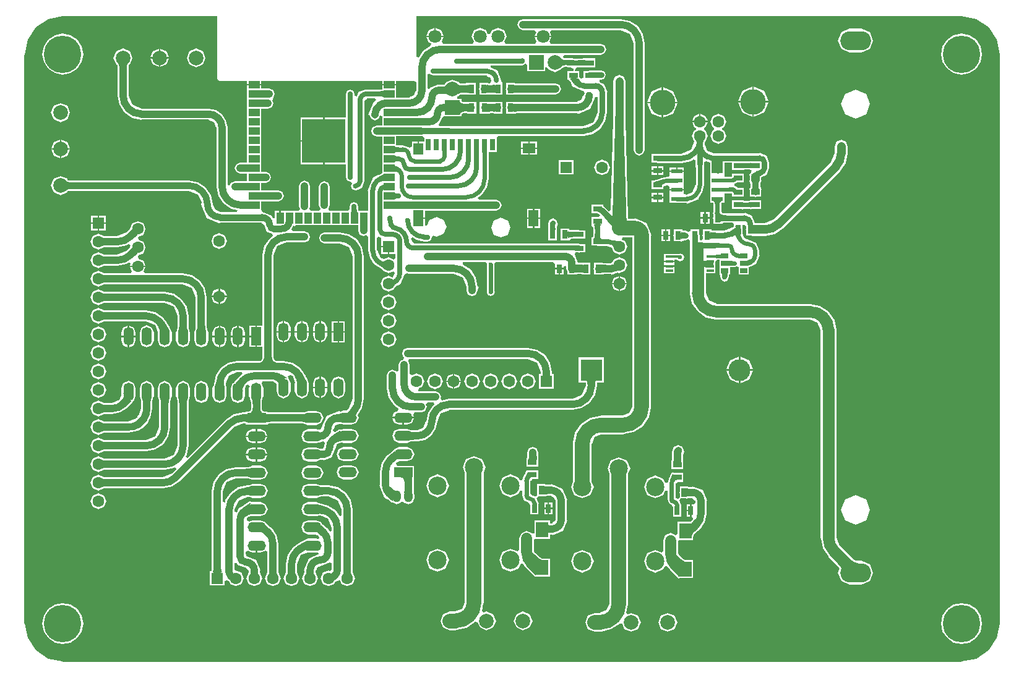
<source format=gtl>
G04*
G04 #@! TF.GenerationSoftware,Altium Limited,Altium Designer,20.0.10 (225)*
G04*
G04 Layer_Physical_Order=1*
G04 Layer_Color=255*
%FSTAX44Y44*%
%MOMM*%
G71*
G01*
G75*
%ADD10C,0.6000*%
%ADD11C,1.0000*%
%ADD12C,0.7000*%
%ADD13C,0.9000*%
%ADD14C,2.0000*%
%ADD15C,1.5000*%
%ADD16C,0.8000*%
%ADD17C,1.2000*%
%ADD18C,1.6000*%
%ADD19R,1.0000X0.3000*%
%ADD20R,0.7010X1.6002*%
%ADD21R,1.3995X1.6002*%
%ADD22R,1.3995X2.1996*%
%ADD23R,1.8009X1.3995*%
%ADD24R,1.3995X2.1996*%
%ADD25R,0.7000X1.2502*%
%ADD26R,0.7000X1.2500*%
%ADD27R,1.2502X0.7000*%
%ADD28R,1.2500X0.7000*%
%ADD29R,1.7000X2.1000*%
%ADD30R,1.0000X0.7000*%
%ADD31R,0.8000X1.2000*%
%ADD32R,1.5011X1.0008*%
%ADD33R,1.0008X1.5011*%
%ADD34R,5.9995X5.9995*%
%ADD35R,1.2000X0.8000*%
%ADD36R,1.5500X0.6000*%
%ADD37C,1.1000*%
%ADD38C,0.3000*%
%ADD39C,0.4000*%
%ADD40C,0.5000*%
%ADD41R,2.7784X0.9590*%
%ADD42R,1.5551X1.4257*%
%ADD43O,4.2000X2.6000*%
%ADD44O,1.2000X1.6000*%
%ADD45C,1.6000*%
%ADD46R,1.6000X1.6000*%
%ADD47C,2.0000*%
%ADD48R,1.6000X1.6000*%
%ADD49C,3.5000*%
%ADD50C,2.5000*%
%ADD51C,5.1200*%
%ADD52O,1.4000X2.5000*%
%ADD53R,1.4000X2.5000*%
%ADD54O,2.5000X1.4000*%
%ADD55R,2.5000X1.4000*%
%ADD56C,3.0000*%
%ADD57R,3.0000X3.0000*%
%ADD58C,2.0000*%
%ADD59R,2.0000X2.0000*%
%ADD60R,2.0000X2.0000*%
%ADD61C,1.8000*%
%ADD62C,0.6000*%
%ADD63C,1.2000*%
G36*
X00774781Y00824278D02*
X0077471Y00824367D01*
X00774501Y00824447D01*
X0077415Y00824517D01*
X00773661Y00824578D01*
X00772261Y00824672D01*
X00770162Y00824707D01*
X007656Y00824395D01*
X0076525Y00824287D01*
X0076504Y00824164D01*
X0076497Y00824028D01*
Y00831967D01*
X0076504Y00831925D01*
X0076525Y00831888D01*
X007656Y00831855D01*
X0076749Y00831782D01*
X00769347Y00831768D01*
X0077471Y00832128D01*
X00774781Y00832217D01*
Y00824278D01*
D02*
G37*
G36*
X0069585Y00825558D02*
Y00816497D01*
X0071985D01*
Y00821651D01*
X0072285Y00822248D01*
X00724066Y00819313D01*
X0073325Y00815508D01*
X00742434Y00819313D01*
X00743154Y00821049D01*
X00743737Y00821455D01*
X00744366Y00821821D01*
X00745012Y00822128D01*
X00745678Y00822379D01*
X00746258Y00822544D01*
X00750453D01*
X00751Y00821997D01*
X0075303Y00821863D01*
X00753355Y00821997D01*
X00754Y00821997D01*
X00754694D01*
X007585Y00820421D01*
Y00820421D01*
X0075924Y00820153D01*
X0075923Y00820046D01*
X00758727Y00817378D01*
X00757807Y00816997D01*
X00751D01*
Y00807997D01*
X00751Y00807653D01*
X00750933Y00807564D01*
X00750942Y00807213D01*
X00750866Y00807028D01*
X00751Y00804997D01*
X00752362Y00804997D01*
X00752368Y00804993D01*
X00752573Y00804815D01*
X00752882Y00804491D01*
X00755557Y00800796D01*
X00757751Y00795499D01*
X0077325Y00789079D01*
X00774271Y00786502D01*
X00772923Y00783247D01*
X00772118D01*
X0076974Y00777507D01*
X00764Y00775129D01*
Y00774324D01*
X0067875D01*
Y00774747D01*
X0067672Y00774882D01*
X00676395Y00774747D01*
X0066675D01*
Y00767733D01*
X00666342Y00766747D01*
X0066675Y00765762D01*
Y00758747D01*
X0067575D01*
X00676395Y00758747D01*
X0067672Y00758613D01*
X0067875Y00758747D01*
X00681575Y00759171D01*
X00764D01*
Y00757811D01*
X00781986Y00765261D01*
X00788756Y00781604D01*
X00791756Y00781008D01*
Y00760273D01*
X00791684D01*
X00786168Y00746956D01*
X0077285Y0074144D01*
Y00741368D01*
X00575048D01*
X00574462Y0074431D01*
X00575736Y00744837D01*
X00579191Y00753179D01*
X005815Y00754847D01*
X006025D01*
X00603014Y00754847D01*
X00603237Y00754725D01*
X00603419Y00754735D01*
X00603473Y00754713D01*
X006055Y00754847D01*
X006055Y00756422D01*
X00605622Y00756645D01*
X00605694Y00757311D01*
X00605811Y00757635D01*
X00606011Y00757927D01*
X00606362Y00758244D01*
X0060693Y00758582D01*
X00607747Y00758908D01*
X00608749Y00759171D01*
X0061375D01*
Y00758747D01*
X00615781Y00758613D01*
X00616105Y00758747D01*
X0062575D01*
Y0076541D01*
X00626304Y00766747D01*
X0062575Y00768084D01*
Y00774747D01*
X0061675D01*
X00616105Y00774747D01*
X00615781Y00774882D01*
X0061375Y00774747D01*
X00610925Y00774324D01*
X00608785D01*
X00607746Y00774603D01*
X00606929Y00774936D01*
X00606359Y00775283D01*
X00606002Y00775613D01*
X00605792Y00775927D01*
X00605666Y00776281D01*
X00605592Y00776978D01*
X006055Y00777145D01*
Y00778847D01*
X00603436Y00778912D01*
X00603396Y00778895D01*
X00603209Y007789D01*
X0060318Y00778884D01*
X006003Y00779082D01*
X0059975Y00781847D01*
X00602684Y00783063D01*
X00603226Y0078437D01*
X0060351Y00784485D01*
X00604061Y00784654D01*
X00604131Y0078467D01*
X0061325D01*
Y00784497D01*
X00615281Y00784363D01*
X00615605Y00784497D01*
X0062525D01*
Y00791375D01*
X00625607Y00792236D01*
Y00792247D01*
X0062525Y00793108D01*
Y00800497D01*
X0061625D01*
X00615605Y00800497D01*
X00615281Y00800631D01*
X0061325Y00800497D01*
X00610252Y00799824D01*
X00604131D01*
X00604061Y0079984D01*
X0060351Y00800009D01*
X00603226Y00800124D01*
X00602684Y00801432D01*
X005935Y00805236D01*
X00584316Y00801432D01*
X00583332Y00799056D01*
X00583239Y00798975D01*
X00582938Y00798775D01*
X00582547Y00798579D01*
X00582057Y00798395D01*
X005818Y00798324D01*
X005755D01*
Y00799168D01*
X00562298Y007937D01*
X00561827Y00792563D01*
X00558827Y0079316D01*
Y00813061D01*
X00561827Y00813657D01*
X0056229Y00812538D01*
X005665Y00810794D01*
X0064092D01*
Y0080966D01*
X00644753Y00808072D01*
X0064634Y0080424D01*
X0064634Y0080424D01*
X0064634D01*
X00646735Y00802976D01*
X00644641Y00800074D01*
X0064225D01*
Y00800497D01*
X0064022Y00800632D01*
X00639895Y00800497D01*
X0063025D01*
Y00793787D01*
X00629716Y00792497D01*
X0063025Y00791207D01*
Y00784497D01*
X0063925D01*
X00639895Y00784497D01*
X0064022Y00784363D01*
X0064225Y00784497D01*
X00645075Y00784921D01*
X006495D01*
Y00784497D01*
X00651531Y00784363D01*
X00651855Y00784497D01*
X006615D01*
Y00791528D01*
X00661901Y00792497D01*
X006615Y00793466D01*
Y00800497D01*
X006615D01*
X00660306Y00803404D01*
X00660411Y0080424D01*
X00660411D01*
X00654702Y00818022D01*
X00645384Y00821882D01*
X00645981Y00824882D01*
X00688698D01*
Y00824865D01*
X00693065Y00826674D01*
X0069585Y00825558D01*
D02*
G37*
G36*
X00741091Y00834832D02*
X00741818Y00834237D01*
X00742573Y00833712D01*
X00743354Y00833257D01*
X00744163Y00832872D01*
X00745Y00832557D01*
X00745863Y00832312D01*
X00746754Y00832137D01*
X00747672Y00832032D01*
X00748618Y00831997D01*
Y00831986D01*
X0075303Y00831967D01*
Y00824028D01*
X00752961Y00824212D01*
X0075275Y00824377D01*
X00752401Y00824522D01*
X0075191Y00824648D01*
X00751281Y00824755D01*
X0075051Y00824842D01*
X0074855Y00824958D01*
X00747858Y00824969D01*
X00747672Y00824962D01*
X00746754Y00824857D01*
X00745863Y00824682D01*
X00745Y00824437D01*
X00744163Y00824122D01*
X00743354Y00823737D01*
X00742573Y00823282D01*
X00741818Y00822757D01*
X00741091Y00822162D01*
X00740391Y00821497D01*
Y00835497D01*
X00741091Y00834832D01*
D02*
G37*
G36*
X0014912Y00827428D02*
X0014878Y00826928D01*
X0014848Y00826356D01*
X0014822Y00825712D01*
X00148Y00824996D01*
X0014782Y00824208D01*
X0014768Y00823348D01*
X0014758Y00822417D01*
X001475Y00820337D01*
X001375D01*
X0013748Y00821413D01*
X0013732Y00823348D01*
X0013718Y00824208D01*
X00137Y00824996D01*
X0013678Y00825712D01*
X0013652Y00826356D01*
X0013622Y00826928D01*
X0013588Y00827428D01*
X001355Y00827856D01*
X001495D01*
X0014912Y00827428D01*
D02*
G37*
G36*
X00765173Y00806973D02*
X00765428Y00806808D01*
X00765734Y00806533D01*
X00766093Y00806148D01*
X00766503Y00805653D01*
X00767478Y00804333D01*
X00769328Y00801527D01*
X00758806Y00799842D01*
X00757932Y00801208D01*
X0075455Y00805878D01*
X00754071Y00806381D01*
X00753659Y0080674D01*
X00753312Y00806956D01*
X0075303Y00807028D01*
X0076497D01*
X00765173Y00806973D01*
D02*
G37*
G36*
X00651531Y00786528D02*
X00651431Y00786712D01*
X00651131Y00786877D01*
X00650631Y00787022D01*
X00649931Y00787148D01*
X00649031Y00787255D01*
X00646875Y00787394D01*
X0064112Y00787022D01*
X0064062Y00786877D01*
X0064032Y00786712D01*
X0064022Y00786528D01*
Y00798467D01*
X0064032Y00798282D01*
X0064062Y00798118D01*
X0064112Y00797972D01*
X0064182Y00797846D01*
X0064272Y0079774D01*
X00644875Y007976D01*
X00650631Y00797972D01*
X00651131Y00798118D01*
X00651431Y00798282D01*
X00651531Y00798467D01*
Y00786528D01*
D02*
G37*
G36*
X00601069Y00798867D02*
X0060157Y00798527D01*
X00602141Y00798227D01*
X00602785Y00797967D01*
X00603501Y00797747D01*
X00604289Y00797567D01*
X00605149Y00797427D01*
X00606081Y00797327D01*
X00607425Y00797275D01*
X00613681Y00797686D01*
X00614381Y00797845D01*
X00614881Y00798028D01*
X00615181Y00798235D01*
X00615281Y00798467D01*
Y00786528D01*
X00615181Y00786664D01*
X00614881Y00786787D01*
X00614381Y00786895D01*
X00613681Y00786988D01*
X00611681Y00787132D01*
X00606961Y00787217D01*
X00605149Y00787067D01*
X00604289Y00786927D01*
X00603501Y00786747D01*
X00602785Y00786527D01*
X00602141Y00786267D01*
X0060157Y00785967D01*
X00601069Y00785627D01*
X00600642Y00785247D01*
Y00799247D01*
X00601069Y00798867D01*
D02*
G37*
G36*
X00587489Y00784255D02*
X00587056Y00784539D01*
X00586551Y00784792D01*
X00585973Y00785016D01*
X00585323Y0078521D01*
X005846Y00785374D01*
X00583805Y00785508D01*
X00581998Y00785687D01*
X00580985Y00785732D01*
X00579901Y00785747D01*
X00578133Y00795747D01*
X00579206Y00795771D01*
X00581122Y00795959D01*
X00581964Y00796123D01*
X00582728Y00796335D01*
X00583415Y00796593D01*
X00584025Y00796898D01*
X00584557Y00797251D01*
X00585012Y0079765D01*
X00585389Y00798097D01*
X00587489Y00784255D01*
D02*
G37*
G36*
X00499277Y007807D02*
X00499207Y0078098D01*
X00498997Y0078123D01*
X00498647Y00781451D01*
X00498157Y00781643D01*
X00497527Y00781805D01*
X00496757Y00781937D01*
X00495847Y00782041D01*
X00493607Y00782159D01*
X00492277Y00782173D01*
Y00789173D01*
X00493607Y00789188D01*
X00496757Y00789409D01*
X00497527Y00789542D01*
X00498157Y00789704D01*
X00498647Y00789895D01*
X00498997Y00790116D01*
X00499207Y00790367D01*
X00499277Y00790647D01*
Y007807D01*
D02*
G37*
G36*
X0129Y00891999D02*
X01309899Y00888041D01*
X01326769Y00876769D01*
X01338041Y00859899D01*
X01341999Y0084D01*
X01342423D01*
X01342423Y0006D01*
X01341999D01*
X01338041Y00040101D01*
X01326769Y00023231D01*
X01309899Y00011959D01*
X0129Y00008001D01*
Y00007577D01*
X0006D01*
Y00008001D01*
X00040101Y00011959D01*
X00023231Y00023231D01*
X00011959Y00040101D01*
X00008001Y0006D01*
X00007577D01*
X00007577Y0006D01*
X00007577Y00837D01*
X00008001Y0084D01*
X00008001D01*
X00008001Y0084D01*
X00011959Y00859899D01*
X00023231Y00876769D01*
X00040101Y00888041D01*
X0006Y00891999D01*
Y00892423D01*
X00271129Y00892423D01*
Y00808D01*
X00272556Y00804556D01*
X00276Y00803129D01*
X00312334D01*
Y00799373D01*
X00331346D01*
Y00803129D01*
X00497246Y00803129D01*
Y00799373D01*
X00516258D01*
Y00803129D01*
X005395D01*
X00540673Y00803615D01*
X00543673Y00801611D01*
Y00789497D01*
X0054287D01*
X00540485Y00783739D01*
X00534726Y00781353D01*
Y0078055D01*
X00516258D01*
Y00791369D01*
Y00797373D01*
X00497246D01*
Y00791705D01*
X00497073Y0079166D01*
X00496877Y00791626D01*
X00475926D01*
Y00792382D01*
X00464694Y0078773D01*
X00462453Y00782321D01*
X00459453Y00782918D01*
Y00785747D01*
X0045771Y00789957D01*
X004535Y007917D01*
X00449291Y00789957D01*
X00447547Y00785747D01*
Y00753155D01*
X00418344D01*
Y00721157D01*
Y0068916D01*
X00447547D01*
Y00671247D01*
X00449291Y00667038D01*
X004535Y00665294D01*
X00454266Y00665611D01*
X00456034Y00663096D01*
X00454547Y00659507D01*
X00456291Y00655297D01*
X004605Y00653554D01*
Y00653039D01*
X00469493Y00656764D01*
X00473218Y00665757D01*
X00472703D01*
Y00776497D01*
X00474112D01*
X00474643Y0077778D01*
X00475926Y00778311D01*
Y0077972D01*
X00487215D01*
X00487301Y0077959D01*
X0048871Y00777289D01*
X00486657Y00775003D01*
X00485641Y00774582D01*
X00478357Y00756997D01*
X00479673D01*
X00481893Y0075164D01*
X0048725Y0074942D01*
X00492608Y0075164D01*
X00494246Y00755596D01*
X00497246Y00754999D01*
Y0074245D01*
X00489438D01*
X00484081Y00740231D01*
X00481861Y00734873D01*
X00484081Y00729516D01*
X00489438Y00727297D01*
X00497246D01*
Y00715169D01*
Y00702469D01*
Y00689769D01*
Y00677089D01*
X00496988Y00676895D01*
X00496575Y00676636D01*
X00493037Y00674955D01*
X00491839Y00674473D01*
X00491661Y00674298D01*
X00484352Y00671271D01*
X00476783Y00652997D01*
X00478297D01*
Y00625253D01*
X00464857D01*
X00464783Y00625499D01*
X00464703Y00625896D01*
Y00631747D01*
X0046296Y00635957D01*
X0045875Y006377D01*
X0045454Y00635957D01*
X00452797Y00631747D01*
Y0062825D01*
X00449809Y00625253D01*
X00424891D01*
X00423612Y00628253D01*
X00425577Y00632997D01*
Y00658247D01*
X00423358Y00663605D01*
X00418Y00665824D01*
X00412643Y00663605D01*
X00410423Y00658247D01*
Y00632997D01*
X00412388Y00628253D01*
X0041111Y00625253D01*
X00399134D01*
X00397129Y00628253D01*
X00398577Y00631747D01*
Y00659497D01*
X00396358Y00664855D01*
X00391Y00667074D01*
X00385643Y00664855D01*
X00383423Y00659497D01*
Y00631747D01*
X00384871Y00628253D01*
X00382866Y00625253D01*
X003584D01*
Y00615747D01*
X003564D01*
Y00625253D01*
X00350396D01*
Y00615658D01*
X00347396Y00615061D01*
X00345761Y00619008D01*
X0033341Y00624124D01*
X00332146Y00625438D01*
X00331346Y00626816D01*
Y00638396D01*
X00355D01*
X00360358Y00640616D01*
X00362577Y00645973D01*
Y00645997D01*
X00360358Y00651355D01*
X00355Y00653574D01*
X00354942Y0065355D01*
X00331346D01*
Y00663796D01*
X00337874D01*
X00343232Y00666016D01*
X00345451Y00671373D01*
X00343232Y00676731D01*
X00337874Y0067895D01*
X00331346D01*
Y00689769D01*
Y00702469D01*
Y00715169D01*
Y00727869D01*
Y00740569D01*
Y00753269D01*
Y00765396D01*
X00341D01*
X00346358Y00767616D01*
X00348577Y00772973D01*
Y00772997D01*
X00347069Y00776638D01*
X00348108Y00780316D01*
X00350327Y00785673D01*
X00348108Y00791031D01*
X0034275Y0079325D01*
X00331346D01*
Y00797373D01*
X00312334D01*
Y00791369D01*
Y00778669D01*
Y00765969D01*
Y00753269D01*
Y00740569D01*
Y00727869D01*
Y00715169D01*
Y00702469D01*
Y0069165D01*
X00303076D01*
X00297719Y00689431D01*
X00295499Y00684073D01*
X00297719Y00678716D01*
X00303076Y00676497D01*
X00312334D01*
Y0066625D01*
X00295574D01*
X00290217Y00664031D01*
X00288577Y00660072D01*
X00285577Y00660669D01*
Y00739497D01*
X00285428Y00739856D01*
X00283521Y00749447D01*
X00277885Y00757882D01*
X0026945Y00763518D01*
X00259858Y00765425D01*
X002595Y00765574D01*
X001679D01*
Y00765646D01*
X00155348Y00770845D01*
X00150149Y00783397D01*
X00150077D01*
Y00824366D01*
X00150093Y00824436D01*
X00150262Y00824987D01*
X00150377Y00825271D01*
X00151684Y00825813D01*
X00155489Y00834997D01*
X00151684Y00844182D01*
X001425Y00847986D01*
X00133316Y00844182D01*
X00129511Y00834997D01*
X00133316Y00825813D01*
X00134623Y00825271D01*
X00134738Y00824987D01*
X00134908Y00824436D01*
X00134923Y00824366D01*
Y00783397D01*
X00134865D01*
X0013738Y00770755D01*
X00144541Y00760038D01*
X00155258Y00752877D01*
X001679Y00750362D01*
Y00750421D01*
X002595D01*
Y0074978D01*
X00266771Y00746768D01*
X00269783Y00739497D01*
X00270423D01*
Y00658673D01*
X00270365D01*
X0027288Y00646031D01*
X00280041Y00635314D01*
X00290758Y00628153D01*
X00298904Y00626533D01*
X00298609Y00623533D01*
X00275503D01*
Y00624255D01*
X00268612Y00627109D01*
X00266514Y00632175D01*
X00265758Y00634D01*
X00265758Y00634D01*
X00265125Y006346D01*
X00262649Y00647047D01*
X00255599Y00657599D01*
X00245047Y00664649D01*
X002326Y00667125D01*
Y00667036D01*
X00068523D01*
X00067978Y00667187D01*
X00067398Y006674D01*
X00066885Y00667641D01*
X00066804Y00667689D01*
X00066185Y00669184D01*
X00057Y00672989D01*
X00047816Y00669184D01*
X00044011Y0066D01*
X00047816Y00650816D01*
X00057Y00647011D01*
X00066185Y00650816D01*
X00066804Y00652311D01*
X00066885Y00652359D01*
X00067398Y006526D01*
X00067978Y00652813D01*
X00068523Y00652965D01*
X002326D01*
Y00652893D01*
X00245535Y00647535D01*
X00249898Y00637D01*
X00249522Y00634D01*
X00249522D01*
X00257132Y00615629D01*
X00275503Y0060802D01*
Y00609462D01*
X0033275D01*
Y00608162D01*
X00334281Y00607528D01*
X00334915Y00605997D01*
X00335782D01*
X00339507Y00597004D01*
X00346945Y00593923D01*
X00347279Y00590538D01*
X00343041Y00587706D01*
X0033588Y00576989D01*
X00333365Y00564347D01*
X00333423D01*
Y00467877D01*
X0032572D01*
Y00453377D01*
Y00438877D01*
X00333423D01*
Y00423963D01*
X00333106Y00423009D01*
X00332593Y00422057D01*
X00331962Y00421286D01*
X0033119Y00420654D01*
X00330238Y00420142D01*
X00329285Y00419824D01*
X0029875D01*
Y00419855D01*
X00286643Y00417447D01*
X00276379Y00410589D01*
X00269521Y00400325D01*
X00267194Y00388628D01*
X00266941Y00387699D01*
X00266944Y00387675D01*
X00266929Y00387656D01*
X00266821Y00387223D01*
X00266832Y0038715D01*
X00266828Y00387143D01*
X00266791Y00387084D01*
X0026678Y00387026D01*
X00264979Y00382677D01*
Y00371677D01*
X00267832Y00364789D01*
X0027472Y00361935D01*
X00281609Y00364789D01*
X00284462Y00371677D01*
Y00382677D01*
X00283676Y00384573D01*
X0028368Y00384602D01*
X0028339Y00385689D01*
X00283183Y00386736D01*
X0028304Y00387817D01*
X00282963Y00388931D01*
X00282959Y0038937D01*
X00287247Y00399721D01*
X0029875Y00404486D01*
Y0040467D01*
X00305213D01*
X00306123Y0040167D01*
X00300832Y00398135D01*
X00299377Y00395958D01*
X00297824Y00394345D01*
X00297804Y00394294D01*
X00297755Y00394269D01*
X00296012Y00392278D01*
X00295988Y00392208D01*
X00295924Y00392172D01*
X00295375Y00391456D01*
X00295348Y00391356D01*
X00295263Y00391297D01*
X00294928Y00390768D01*
X00294884Y00390518D01*
X00294738Y00390355D01*
X00292832Y00389565D01*
X00289979Y00382677D01*
Y00371677D01*
X00292832Y00364789D01*
X0029972Y00361935D01*
X00306609Y00364789D01*
X00309462Y00371677D01*
Y00381567D01*
X00311567Y00386649D01*
X00313859Y003873D01*
X00315977Y00385087D01*
X00314979Y00382677D01*
Y00371677D01*
X00316087Y00369001D01*
X00316085Y00368997D01*
X00316269Y00368553D01*
X00316292Y00368073D01*
X00316617Y00367386D01*
X00316871Y00366698D01*
X00317359Y00364802D01*
X00317538Y00363782D01*
X00317591Y00363103D01*
Y00353911D01*
X00317312Y00352872D01*
X00316978Y00352055D01*
X00316632Y00351485D01*
X00316302Y00351129D01*
X00315989Y0035092D01*
X00315636Y00350795D01*
X0031494Y00350722D01*
X00314771Y0035063D01*
X00310667D01*
Y00349207D01*
X00306654D01*
Y00349265D01*
X00294012Y0034675D01*
X00283295Y00339589D01*
X00283336Y00339548D01*
X00230882Y00287094D01*
X00228552Y00289007D01*
X0022984Y00290935D01*
X00232355Y00303577D01*
X00232297D01*
Y00364618D01*
X0023239Y00365393D01*
X00232557Y00366281D01*
X00232742Y00367024D01*
X0023293Y00367589D01*
X00233163Y00368104D01*
X00233178Y00368568D01*
X00233355Y00368997D01*
X00233353Y00369001D01*
X00234462Y00371677D01*
Y00382677D01*
X00231609Y00389565D01*
X0022472Y00392418D01*
X00217832Y00389565D01*
X00214979Y00382677D01*
Y00371677D01*
X00216087Y00369001D01*
X00216085Y00368997D01*
X00216263Y00368568D01*
X00216278Y00368104D01*
X00216511Y00367589D01*
X00216699Y00367024D01*
X00216884Y00366281D01*
X00217041Y00365444D01*
X00217143Y00364022D01*
Y00303577D01*
X00217071D01*
X00211872Y00291025D01*
X0019932Y00285826D01*
Y00285753D01*
X00116406D01*
X00116374Y0028583D01*
X0010872Y00289001D01*
X00101067Y0028583D01*
X00097896Y00278177D01*
X00101067Y00270523D01*
X0010872Y00267353D01*
X00116374Y00270523D01*
X00116406Y002706D01*
X0019932D01*
Y00270542D01*
X00211962Y00273057D01*
X0021389Y00274345D01*
X00215802Y00272015D01*
X00209362Y00265574D01*
X00209311Y00265625D01*
X00196759Y00260425D01*
Y00260354D01*
X00116406D01*
X00116374Y0026043D01*
X0010872Y00263601D01*
X00101067Y0026043D01*
X00097896Y00252777D01*
X00101067Y00245123D01*
X0010872Y00241953D01*
X00116374Y00245123D01*
X00116406Y002452D01*
X00196759D01*
Y00245142D01*
X002094Y00247657D01*
X00220118Y00254818D01*
X00220077Y00254859D01*
X00294051Y00328833D01*
X00294102Y00328782D01*
X00306654Y00333981D01*
Y00334053D01*
X00310667D01*
Y0033263D01*
X00336667D01*
X00336998Y0033263D01*
X00337078Y00332569D01*
X00337439Y00332577D01*
X00337637Y00332496D01*
X00339667Y0033263D01*
X00342551Y00334053D01*
X00388809D01*
X00389584Y0033396D01*
X00390472Y00333793D01*
X00391215Y00333609D01*
X0039178Y0033342D01*
X00392295Y00333187D01*
X00392759Y00333173D01*
X00393187Y00332995D01*
X00393192Y00332997D01*
X00395867Y00331888D01*
X00406867D01*
X00413756Y00334742D01*
X00416609Y0034163D01*
X00413756Y00348518D01*
X00406867Y00351371D01*
X00395867D01*
X00393192Y00350263D01*
X00393187Y00350265D01*
X00392759Y00350087D01*
X00392295Y00350072D01*
X0039178Y00349839D01*
X00391215Y00349651D01*
X00390472Y00349466D01*
X00389635Y0034931D01*
X00388213Y00349207D01*
X0034081D01*
X00340563Y00349246D01*
X00339864Y00349415D01*
X00339667Y00349487D01*
X00339667Y0035063D01*
X00337637Y00350764D01*
X00337439Y00350682D01*
X00337078Y00350691D01*
X00336998Y0035063D01*
X00335564D01*
X00335395Y00350722D01*
X00334699Y00350795D01*
X00334345Y0035092D01*
X00334033Y00351129D01*
X00333703Y00351485D01*
X00333356Y00352055D01*
X00333023Y00352872D01*
X00332744Y00353911D01*
Y00366363D01*
X00332803Y0036678D01*
X00332929Y00367413D01*
X00333043Y00367819D01*
X00333185Y00368156D01*
X00333188Y00368593D01*
X00333355Y00368997D01*
X00333353Y00369001D01*
X00334462Y00371677D01*
Y00382677D01*
X00331979Y00388671D01*
X00333423Y0039167D01*
X0034875D01*
Y00390614D01*
X0035216Y00389202D01*
X00352464Y00388468D01*
Y00378089D01*
X00355317Y00371201D01*
X00362205Y00368348D01*
X00369094Y00371201D01*
X00371947Y00378089D01*
Y0038909D01*
X00369094Y00395978D01*
X00368765Y00396114D01*
X00368788Y00396288D01*
X00368573Y0039709D01*
X00368362Y00397884D01*
X00367937Y00398441D01*
X00368Y00398785D01*
X00371387Y0040063D01*
X00374357Y00399399D01*
X00378046Y00390494D01*
X00377464Y0038909D01*
Y00378089D01*
X00380317Y00371201D01*
X00387205Y00368348D01*
X00394094Y00371201D01*
X00396947Y00378089D01*
Y0038909D01*
X00394094Y00395978D01*
X00393888Y00396063D01*
X00392504Y00398593D01*
X00392325Y00399489D01*
X00390602Y00402068D01*
X00390208Y00402789D01*
X00390157Y00402829D01*
X00390147Y00402893D01*
X00388789Y00405075D01*
X00388414Y00405343D01*
X00385164Y00410206D01*
X00374447Y00417367D01*
X00361805Y00419882D01*
Y00419824D01*
X00352716D01*
X00351762Y00420142D01*
X0035081Y00420655D01*
X00350038Y00421286D01*
X00349407Y00422057D01*
X00348895Y00423009D01*
X00348577Y00423963D01*
Y00564347D01*
X00348649D01*
X00353848Y00576899D01*
X003664Y00582099D01*
Y0058217D01*
X00391D01*
X00396358Y0058439D01*
X00398577Y00589747D01*
X00396358Y00595105D01*
X00391Y00597324D01*
X003752D01*
X00373195Y00600324D01*
X00375125Y00604983D01*
X0037693Y00604521D01*
X00376959Y00604592D01*
X00379223Y00606241D01*
X00464123D01*
Y00598247D01*
X00466343Y0059289D01*
X004717Y00590671D01*
X0047175D01*
X00475297Y0059214D01*
X00478297Y00590159D01*
Y00571297D01*
X00478243D01*
X00480253Y00561191D01*
X00485977Y00552624D01*
X00494544Y005469D01*
X00495257Y00546758D01*
X00495848Y00546412D01*
X00496848Y00545736D01*
X00497205Y00545459D01*
X00497497Y00545203D01*
X00497562Y00545138D01*
X00498346Y00543243D01*
X00506Y00540073D01*
X00512369Y00542711D01*
X00512799Y0054239D01*
X00514367Y00540292D01*
X00512123Y00534874D01*
X00510808Y0053433D01*
X00506Y00536321D01*
X00498346Y00533151D01*
X00495176Y00525497D01*
X00498346Y00517844D01*
X00506Y00514673D01*
X00513654Y00517844D01*
X00514701Y00520372D01*
X00514839Y00520477D01*
X00514841Y00520491D01*
X00514851Y005205D01*
X00515521Y0052169D01*
X00515523Y00521703D01*
X00515533Y00521712D01*
X0051589Y00522364D01*
X00522073Y00524925D01*
X00527635Y00538353D01*
X00531502Y00539998D01*
X005335Y0053917D01*
X005948D01*
Y00539098D01*
X00607352Y00533899D01*
X0061252Y00521422D01*
X00612407Y00521147D01*
X00612423D01*
Y00515997D01*
X00614642Y0051064D01*
X0062Y0050842D01*
X00625358Y0051064D01*
X00626917Y00514404D01*
X00626935Y00514412D01*
X00629725Y00521147D01*
X00627835Y00521347D01*
X0062532Y00533989D01*
X00618159Y00544706D01*
X00607442Y00551867D01*
X00607175Y00551921D01*
X0060747Y00554921D01*
X00638599D01*
X00640266Y00552426D01*
X00640088Y00551997D01*
X00640188Y00551756D01*
Y00514247D01*
X00641773Y0051042D01*
X006456Y00508835D01*
X00645675Y00508866D01*
X0064575Y00508835D01*
X00649577Y0051042D01*
X00651162Y00514247D01*
X00651012Y00514609D01*
Y00551997D01*
X00650834Y00552426D01*
X00652501Y00554921D01*
X00730947Y00554921D01*
X00733716Y00551921D01*
Y00547363D01*
X00745716D01*
Y00549353D01*
X00747713Y00550567D01*
X00749139Y00549454D01*
Y00546363D01*
X00750716Y00542556D01*
Y00538363D01*
X00759716D01*
X00760361Y00538363D01*
X00760685Y00538229D01*
X00762716Y00538363D01*
X0076554Y00538786D01*
X00769716D01*
Y00538363D01*
X00771746Y00538229D01*
X00772071Y00538363D01*
X00781716D01*
Y00545377D01*
X00782124Y00546363D01*
X00781716Y00547349D01*
Y00554363D01*
X00772716D01*
X0077207Y00554363D01*
X00771746Y00554497D01*
X00769716Y00554363D01*
X00766716Y00554073D01*
X00764969Y00554282D01*
X00760338Y00565464D01*
X00761529Y00568464D01*
X00765622D01*
X00766716Y00568011D01*
X0076781Y00568464D01*
X00774967D01*
Y00579464D01*
X00768564D01*
X00766182Y0058045D01*
X005475D01*
X005475Y0058045D01*
X00541153D01*
X0053975Y00581853D01*
Y00581853D01*
X00537957Y00583747D01*
X00537957Y00583747D01*
X00536577Y00587077D01*
X00538896Y00588981D01*
X0054388Y00585651D01*
X00555Y00583439D01*
Y00583544D01*
X00559D01*
X0056321Y00585288D01*
X00564911Y00589394D01*
X00565214Y00589974D01*
X00567011Y00591772D01*
X0057156Y00589887D01*
X00581127Y0059385D01*
X0058509Y00603417D01*
X00581127Y00612984D01*
X0057156Y00616947D01*
X00561993Y00612984D01*
X00558676Y00604976D01*
X00555676Y00605572D01*
Y00614155D01*
X00546678D01*
Y00616155D01*
X00555676D01*
Y00625696D01*
X00653187D01*
X0065325Y00625671D01*
X00658608Y0062789D01*
X00660827Y00633247D01*
X00658608Y00638605D01*
X00658582Y00638631D01*
X00653224Y0064085D01*
X00629106D01*
X00628235Y00643721D01*
X00633861Y0064748D01*
X0064058Y00657536D01*
X0064294Y00669397D01*
X00642756D01*
Y00703353D01*
X00643015Y00706246D01*
X00645849Y00706246D01*
X00654025D01*
Y00725379D01*
X00654025Y00726248D01*
X00656124Y00728379D01*
X0077285D01*
Y00728258D01*
X00785102Y00730695D01*
X00795488Y00737635D01*
X00802428Y00748021D01*
X00804865Y00760273D01*
X00804744D01*
Y00787997D01*
X00805465D01*
X00800789Y00799286D01*
X00794231Y00802003D01*
X00794828Y00805003D01*
X0079675D01*
X00801342Y00806905D01*
X00803244Y00811497D01*
X00801342Y00816089D01*
X0079675Y00817992D01*
X00781D01*
Y00818012D01*
X00779153Y00817247D01*
X0077275D01*
Y00808579D01*
X0077196Y00807826D01*
X00770142Y0080674D01*
X00767818Y00807779D01*
X00767Y00809754D01*
Y00816997D01*
X00761612D01*
X00761085Y00817663D01*
X00762032Y00821302D01*
X0076371Y00821997D01*
X00764645Y00821997D01*
X0076497Y00821863D01*
X00767Y00821997D01*
X00769877Y00822294D01*
X0077275D01*
X0077275Y00822247D01*
X00774521Y00822128D01*
X00774526Y0082213D01*
X00774781Y00822113D01*
X00775105Y00822247D01*
X0078875D01*
Y00834247D01*
X0077575D01*
X00775105Y00834247D01*
X00774781Y00834382D01*
X00774526Y00834365D01*
X00774521Y00834366D01*
X0077275Y00834247D01*
X00769769Y008342D01*
X00759271D01*
X0075925Y00834221D01*
X007585Y00834492D01*
Y0083445D01*
X00756345Y0083445D01*
X00746258D01*
X00745678Y00834615D01*
X00745635Y00834631D01*
X00744712Y00836234D01*
X00745036Y00837246D01*
X00745782Y00838327D01*
X00746941Y00839171D01*
X0079625D01*
X00801608Y0084139D01*
X00803827Y00846747D01*
X00801608Y00852105D01*
X0079625Y00854324D01*
X007281D01*
X0072639Y00857324D01*
X00728905Y00863395D01*
X0070592D01*
X00708435Y00857324D01*
X00706725Y00854324D01*
X006661D01*
X0066439Y00857324D01*
X00667319Y00864395D01*
X00663831Y00872814D01*
X00655413Y00876301D01*
X00646993Y00872814D01*
X00645036Y00868088D01*
X00641789D01*
X00639832Y00872814D01*
X00631413Y00876301D01*
X00622993Y00872814D01*
X00619506Y00864395D01*
X00622435Y00857324D01*
X00620725Y00854324D01*
X005801D01*
X0057839Y00857324D01*
X00580905Y00863395D01*
X0055792D01*
X00560993Y00855975D01*
X00564209Y00854644D01*
X00563865Y00851539D01*
X0055343Y00844567D01*
X00547371Y00835498D01*
X00544371Y00836408D01*
Y00892423D01*
X0129Y00892423D01*
Y00891999D01*
D02*
G37*
G36*
X0067682Y00772533D02*
X0067712Y00772368D01*
X00677619Y00772222D01*
X00678319Y00772096D01*
X0067922Y0077199D01*
X00681619Y00771834D01*
X0068672Y00771747D01*
Y00761747D01*
X0068482Y00761738D01*
X00677619Y00761272D01*
X0067712Y00761127D01*
X0067682Y00760962D01*
X0067672Y00760778D01*
Y00772717D01*
X0067682Y00772533D01*
D02*
G37*
G36*
X00603541Y00775797D02*
X00603843Y00774947D01*
X00604345Y00774197D01*
X00605048Y00773547D01*
X00605951Y00772997D01*
X00607054Y00772547D01*
X00608357Y00772197D01*
X00609861Y00771947D01*
X00610185Y00771919D01*
X00614881Y00772222D01*
X00615381Y00772368D01*
X00615681Y00772533D01*
X00615781Y00772717D01*
Y00760778D01*
X00615681Y00760962D01*
X00615381Y00761127D01*
X00614881Y00761272D01*
X00614181Y00761398D01*
X00613281Y00761505D01*
X00611018Y00761651D01*
X0060987Y00761552D01*
X0060837Y00761309D01*
X0060707Y00760968D01*
X0060597Y0076053D01*
X0060507Y00759994D01*
X0060437Y00759361D01*
X0060387Y00758631D01*
X0060357Y00757803D01*
X0060347Y00756878D01*
X00603439Y00776747D01*
X00603541Y00775797D01*
D02*
G37*
G36*
X00514227Y00739783D02*
Y00739846D01*
X00514255Y00739782D01*
X00589752Y00738873D01*
Y00730873D01*
X00514255Y00729964D01*
X00514227Y007299D01*
Y00729964D01*
X00506899Y00729875D01*
Y00739871D01*
X00514227Y00739783D01*
D02*
G37*
G36*
X00554877Y00725288D02*
Y00720152D01*
X00547678D01*
Y00710151D01*
X00545678D01*
Y00720152D01*
X0053768D01*
Y00713256D01*
X0053468Y0071177D01*
X00525524Y00715563D01*
Y00714885D01*
X00516964D01*
X00516858Y00714904D01*
X00516415Y00715023D01*
X00516258Y00715086D01*
Y00727823D01*
X00552711Y00728262D01*
X00554877Y00725288D01*
D02*
G37*
G36*
X00514287Y00714072D02*
X00514467Y00713736D01*
X00514767Y0071344D01*
X00515187Y00713184D01*
X00515727Y00712967D01*
X00516387Y00712789D01*
X00517167Y00712651D01*
X00518067Y00712552D01*
X00520227Y00712473D01*
Y00706473D01*
X00519087Y00706453D01*
X00517167Y00706296D01*
X00516387Y00706158D01*
X00515727Y0070598D01*
X00515187Y00705763D01*
X00514767Y00705506D01*
X00514467Y0070521D01*
X00514287Y00704875D01*
X00514227Y007045D01*
Y00714446D01*
X00514287Y00714072D01*
D02*
G37*
G36*
X00640729Y00708217D02*
X00640648Y00708037D01*
X00640577Y00707737D01*
X00640515Y00707317D01*
X0064042Y00706117D01*
X00640349Y00703417D01*
X00640344Y00702277D01*
X00634344D01*
X00634339Y00703417D01*
X0063404Y00708037D01*
X0063396Y00708217D01*
X00633869Y00708277D01*
X00640819D01*
X00640729Y00708217D01*
D02*
G37*
G36*
X00585865D02*
X00585784Y00708037D01*
X00585713Y00707737D01*
X00585651Y00707317D01*
X00585556Y00706117D01*
X00585485Y00703417D01*
X0058548Y00702277D01*
X0057948D01*
X00579475Y00703417D01*
X00579176Y00708037D01*
X00579095Y00708217D01*
X00579005Y00708277D01*
X00585955D01*
X00585865Y00708217D01*
D02*
G37*
G36*
X00514282Y00701467D02*
X00514447Y00701216D01*
X00514722Y00700995D01*
X00515107Y00700804D01*
X00515602Y00700642D01*
X00516206Y00700509D01*
X00516921Y00700406D01*
X00517745Y00700332D01*
X00519724Y00700273D01*
Y00693273D01*
X0051868Y00693259D01*
X00516921Y00693141D01*
X00516206Y00693037D01*
X00515602Y00692905D01*
X00515107Y00692743D01*
X00514722Y00692551D01*
X00514447Y0069233D01*
X00514282Y0069208D01*
X00514227Y006918D01*
Y00701747D01*
X00514282Y00701467D01*
D02*
G37*
G36*
X00514284Y00688735D02*
X00514454Y00688406D01*
X00514736Y00688059D01*
X00515132Y00687693D01*
X00515642Y0068731D01*
X00516264Y00686909D01*
X00516999Y0068649D01*
X0051881Y00685599D01*
X00519885Y00685126D01*
X00519239Y00677869D01*
X00518668Y00678102D01*
X00517048Y00678657D01*
X00516539Y00678792D01*
X00515568Y00678989D01*
X00515106Y00679051D01*
X00514227Y006791D01*
Y00689046D01*
X00514284Y00688735D01*
D02*
G37*
G36*
X00499277Y006664D02*
X00499215Y00666458D01*
X00499029Y00666458D01*
X00498718Y00666401D01*
X00498284Y00666287D01*
X00497042Y00665886D01*
X00493069Y00664398D01*
X00492647Y00672465D01*
X00493907Y00672971D01*
X00497619Y00674735D01*
X00498216Y0067511D01*
X0049868Y00675459D01*
X00499012Y00675781D01*
X00499211Y00676077D01*
X00499277Y00676347D01*
Y006664D01*
D02*
G37*
G36*
X00064661Y00666525D02*
X00065237Y006661D01*
X00065872Y00665725D01*
X00066564Y006654D01*
X00067314Y00665125D01*
X00068122Y006649D01*
X00068987Y00664725D01*
X0006991Y006646D01*
X00070892Y00664525D01*
X0007193Y006645D01*
Y006555D01*
X00070892Y00655475D01*
X00068987Y00655275D01*
X00068122Y006551D01*
X00067314Y00654875D01*
X00066564Y006546D01*
X00065872Y00654275D01*
X00065237Y006539D01*
X00064661Y00653475D01*
X00064142Y00653D01*
Y00667D01*
X00064661Y00666525D01*
D02*
G37*
G36*
X00514248Y00650481D02*
X005144Y00650222D01*
X00514654Y00649993D01*
X00515008Y00649795D01*
X00515462Y00649628D01*
X00516018Y00649491D01*
X00516675Y00649384D01*
X00517432Y00649308D01*
X0051925Y00649247D01*
Y00642247D01*
X00518296Y00642235D01*
X00516035Y00642048D01*
X00515483Y00641935D01*
X00515031Y00641798D01*
X00514679Y00641636D01*
X00514428Y00641449D01*
X00514277Y00641237D01*
X00514227Y00641D01*
X00514197Y0065077D01*
X00514248Y00650481D01*
D02*
G37*
G36*
X00462267Y00628892D02*
X00462526Y00625742D01*
X00462681Y00624972D01*
X0046287Y00624342D01*
X00463094Y00623852D01*
X00463353Y00623502D01*
X00463646Y00623292D01*
X00463973Y00623222D01*
X00454027D01*
X00454259Y00623292D01*
X00454467Y00623502D01*
X00454651Y00623852D01*
X0045481Y00624342D01*
X00454944Y00624972D01*
X00455054Y00625742D01*
X00455201Y00627702D01*
X0045525Y00630222D01*
X0046225D01*
X00462267Y00628892D01*
D02*
G37*
G36*
X0049551Y00588389D02*
X00496Y00586297D01*
X00496D01*
Y00577297D01*
X00506D01*
Y00576297D01*
X00507D01*
Y00566297D01*
X00515547D01*
Y00560577D01*
X00512547Y00559009D01*
X00506Y00561721D01*
X0050003Y00559248D01*
X00494777Y00561424D01*
X00490687Y00571297D01*
X00490203D01*
Y00587959D01*
X00492637Y00589554D01*
X0049551Y00588389D01*
D02*
G37*
G36*
X00771746Y00540393D02*
X00771646Y00540578D01*
X00771346Y00540742D01*
X00770846Y00540888D01*
X00770146Y00541014D01*
X00769246Y00541121D01*
X00767216Y00541252D01*
X00761585Y00540888D01*
X00761085Y00540742D01*
X00760785Y00540578D01*
X00760685Y00540393D01*
Y00552332D01*
X00760785Y00552148D01*
X00761085Y00551983D01*
X00761585Y00551838D01*
X00762285Y00551712D01*
X00763185Y00551605D01*
X00765216Y00551474D01*
X00770846Y00551838D01*
X00771346Y00551983D01*
X00771646Y00552148D01*
X00771746Y00552332D01*
Y00540393D01*
D02*
G37*
G36*
X00495682Y00556991D02*
X00496332Y00556661D01*
X00496969Y00556421D01*
X00497595Y00556269D01*
X00498209Y00556206D01*
X00498811Y00556232D01*
X00499402Y00556346D01*
X0049998Y0055655D01*
X00500547Y00556842D01*
X00501102Y00557223D01*
X00499578Y00546127D01*
X00499311Y00546449D01*
X00498979Y00546783D01*
X00498583Y00547129D01*
X00498121Y00547489D01*
X00497002Y00548245D01*
X00495623Y00549052D01*
X00493983Y0054991D01*
X00495021Y00557408D01*
X00495682Y00556991D01*
D02*
G37*
G36*
X00512531Y0053093D02*
X00514241Y00523877D01*
X00514236Y00523858D01*
X00514204Y00523792D01*
X00513635Y00522752D01*
X00512965Y00521561D01*
X00510075Y00532382D01*
X00512531Y0053093D01*
D02*
G37*
G36*
X003461Y00425347D02*
X003464Y00423647D01*
X003469Y00422147D01*
X003476Y00420847D01*
X003485Y00419747D01*
X003496Y00418847D01*
X003509Y00418147D01*
X003524Y00417647D01*
X003541Y00417347D01*
X00356Y00417247D01*
X00341Y00407247D01*
X00326Y00417247D01*
X003279Y00417347D01*
X003296Y00417647D01*
X003311Y00418147D01*
X003324Y00418847D01*
X003335Y00419747D01*
X003344Y00420847D01*
X003351Y00422147D01*
X003356Y00423647D01*
X003359Y00425347D01*
X00336Y00427247D01*
X00346D01*
X003461Y00425347D01*
D02*
G37*
G36*
X00359748Y00400967D02*
X00365315Y00397845D01*
X00366217Y00397127D01*
X00366641Y00396571D01*
X00366589Y00396176D01*
X0036606Y00395942D01*
X00365054Y00395869D01*
X00363572Y00395958D01*
X00355233Y00385795D01*
X0035574Y00386577D01*
X00355991Y00387373D01*
X00355984Y00388183D01*
X00355721Y00389007D01*
X00355201Y00389845D01*
X00354425Y00390698D01*
X00353391Y00391564D01*
X00352101Y00392444D01*
X00350554Y00393339D01*
X0034875Y00394247D01*
X00356939Y00402331D01*
X00359748Y00400967D01*
D02*
G37*
G36*
X00388309Y00401749D02*
X00392604Y00393899D01*
X00392474Y00393838D01*
X00392157Y00394041D01*
X00380202Y0038909D01*
X00380251Y00390118D01*
X003802Y00391189D01*
X00380049Y00392303D01*
X00379798Y00393461D01*
X00379447Y00394662D01*
X00378996Y00395906D01*
X00378444Y00397193D01*
X00377041Y00399896D01*
X00376189Y00401313D01*
X00386951Y00403931D01*
X00388309Y00401749D01*
D02*
G37*
G36*
X00281843Y00396952D02*
X00281483Y00395526D01*
X00280987Y00392764D01*
X0028085Y00391428D01*
X00280787Y00390122D01*
X00280799Y00388847D01*
X00280885Y00387601D01*
X00281045Y00386385D01*
X0028128Y00385199D01*
X00281589Y00384043D01*
X00268897Y00386568D01*
X00268921Y00386696D01*
X00269029Y00387129D01*
X00272959Y00401542D01*
X00281843Y00396952D01*
D02*
G37*
G36*
X00313087Y00391862D02*
X0031128Y00389971D01*
X00308443Y00386555D01*
X00307414Y00385031D01*
X00306645Y00383629D01*
X00306135Y00382349D01*
X00305885Y00381191D01*
X00305895Y00380155D01*
X00306164Y00379242D01*
X00306693Y00378451D01*
X0029704Y00389147D01*
X00296731Y00389114D01*
X00296636Y00389268D01*
X00296756Y00389609D01*
X00297091Y00390137D01*
X00297641Y00390852D01*
X00299384Y00392844D01*
X00303609Y00397233D01*
X00313087Y00391862D01*
D02*
G37*
G36*
X00230911Y0036838D02*
X00230661Y00367628D01*
X00230441Y00366742D01*
X0023025Y00365722D01*
X00229955Y0036328D01*
X00229779Y003603D01*
X0022972Y00356783D01*
X0021972D01*
X00219706Y00358609D01*
X00219191Y00365722D01*
X00219Y00366742D01*
X00218779Y00367628D01*
X00218529Y0036838D01*
X0021825Y00368997D01*
X0023119D01*
X00230911Y0036838D01*
D02*
G37*
G36*
X00330996Y00368535D02*
X00330822Y00367918D01*
X00330669Y00367143D01*
X00330536Y00366211D01*
X00330331Y00363877D01*
X00330178Y00359201D01*
X00330173Y0035838D01*
X00330217Y00356694D01*
X00330367Y00354988D01*
X00330617Y00353484D01*
X00330967Y0035218D01*
X00331417Y00351077D01*
X00331967Y00350174D01*
X00332617Y00349472D01*
X00333367Y0034897D01*
X00334217Y00348669D01*
X00335167Y00348569D01*
X00315167D01*
X00316117Y00348669D01*
X00316967Y0034897D01*
X00317717Y00349472D01*
X00318367Y00350174D01*
X00318917Y00351077D01*
X00319367Y0035218D01*
X00319717Y00353484D01*
X00319967Y00354988D01*
X00320117Y00356694D01*
X0032015Y0035795D01*
X00320148Y00358145D01*
X00319688Y00364053D01*
X00319477Y00365259D01*
X0031894Y00367345D01*
X00318614Y00368225D01*
X0031825Y00368997D01*
X0033119D01*
X00330996Y00368535D01*
D02*
G37*
G36*
X00312728Y00335586D02*
X00312668Y00335784D01*
X00312485Y00335962D01*
X00312182Y00336118D01*
X00311756Y00336254D01*
X0031121Y00336369D01*
X00310541Y00336463D01*
X00308841Y00336588D01*
X00306654Y0033663D01*
Y0034663D01*
X00307808Y0034664D01*
X0031121Y00346891D01*
X00311756Y00347006D01*
X00312182Y00347141D01*
X00312485Y00347298D01*
X00312668Y00347476D01*
X00312728Y00347674D01*
Y00335586D01*
D02*
G37*
G36*
X00393187Y0033516D02*
X0039257Y00335439D01*
X00391819Y00335689D01*
X00390933Y0033591D01*
X00389913Y00336101D01*
X0038747Y00336395D01*
X00384491Y00336571D01*
X00380974Y0033663D01*
Y0034663D01*
X00382799Y00346645D01*
X00389913Y00347159D01*
X00390933Y0034735D01*
X00391819Y00347571D01*
X0039257Y00347821D01*
X00393187Y003481D01*
Y0033516D01*
D02*
G37*
G36*
X00337737Y00348225D02*
X00338037Y0034789D01*
X00338537Y00347595D01*
X00339237Y00347339D01*
X00340137Y00347122D01*
X00341237Y00346945D01*
X00342537Y00346807D01*
X00345737Y0034665D01*
X00347637Y0034663D01*
Y0033663D01*
X00345737Y0033661D01*
X00341237Y00336315D01*
X00340137Y00336138D01*
X00339237Y00335921D01*
X00338537Y00335665D01*
X00338037Y00335369D01*
X00337737Y00335035D01*
X00337637Y0033466D01*
Y00348599D01*
X00337737Y00348225D01*
D02*
G37*
G36*
X00114593Y00283663D02*
X00114835Y00283561D01*
X0011516Y00283471D01*
X00115569Y00283393D01*
X0011606Y00283327D01*
X00117293Y00283231D01*
X00119765Y00283177D01*
Y00273177D01*
X00118858Y00273171D01*
X00115569Y00272961D01*
X0011516Y00272883D01*
X00114835Y00272793D01*
X00114593Y00272691D01*
X00114433Y00272577D01*
Y00283777D01*
X00114593Y00283663D01*
D02*
G37*
G36*
Y00258263D02*
X00114835Y00258161D01*
X0011516Y00258071D01*
X00115569Y00257993D01*
X0011606Y00257927D01*
X00117293Y00257831D01*
X00119765Y00257777D01*
Y00247777D01*
X00118858Y00247771D01*
X00115569Y00247561D01*
X0011516Y00247483D01*
X00114835Y00247393D01*
X00114593Y00247291D01*
X00114433Y00247177D01*
Y00258377D01*
X00114593Y00258263D01*
D02*
G37*
%LPC*%
G36*
X0067647Y00800632D02*
X00676145Y00800497D01*
X006665D01*
Y00793242D01*
X00666191Y00792497D01*
X006665Y00791752D01*
Y00784497D01*
X006755D01*
X00676145Y00784497D01*
X0067647Y00784363D01*
X006785Y00784497D01*
X00681325Y00784921D01*
X0073425D01*
X00739608Y0078714D01*
X00741827Y00792497D01*
X00739608Y00797855D01*
X0073425Y00800074D01*
X006785D01*
Y00800497D01*
X0067647Y00800632D01*
D02*
G37*
G36*
X0064072Y00774882D02*
X00640395Y00774747D01*
X0063075D01*
Y00768093D01*
X00630192Y00766747D01*
X0063075Y00765401D01*
Y00758747D01*
X0063975D01*
X00640395Y00758747D01*
X0064072Y00758613D01*
X0064275Y00758747D01*
X00645575Y00759171D01*
X0064975D01*
Y00758747D01*
X0065178Y00758613D01*
X00652105Y00758747D01*
X0066175D01*
Y00765379D01*
X00662317Y00766747D01*
X0066175Y00768115D01*
Y00774747D01*
X0065275D01*
X00652105Y00774747D01*
X0065178Y00774882D01*
X0064975Y00774747D01*
X00646925Y00774324D01*
X0064275D01*
Y00774747D01*
X0064072Y00774882D01*
D02*
G37*
%LPD*%
G36*
X0067657Y00798282D02*
X0067687Y00798118D01*
X0067737Y00797972D01*
X0067807Y00797846D01*
X0067897Y0079774D01*
X0068137Y00797585D01*
X0068647Y00797497D01*
Y00787497D01*
X0068457Y00787487D01*
X0067737Y00787022D01*
X0067687Y00786877D01*
X0067657Y00786712D01*
X0067647Y00786528D01*
Y00798467D01*
X0067657Y00798282D01*
D02*
G37*
G36*
X0065178Y00760778D02*
X00651681Y00760962D01*
X0065138Y00761127D01*
X00650881Y00761272D01*
X00650181Y00761398D01*
X0064928Y00761505D01*
X0064725Y00761636D01*
X0064162Y00761272D01*
X0064112Y00761127D01*
X0064082Y00760962D01*
X0064072Y00760778D01*
Y00772717D01*
X0064082Y00772533D01*
X0064112Y00772368D01*
X0064162Y00772222D01*
X0064232Y00772096D01*
X0064322Y0077199D01*
X0064525Y00771858D01*
X00650881Y00772222D01*
X0065138Y00772368D01*
X00651681Y00772533D01*
X0065178Y00772717D01*
Y00760778D01*
D02*
G37*
%LPC*%
G36*
X00570412Y00875887D02*
Y00865395D01*
X00580905D01*
X00577831Y00872814D01*
X00570412Y00875887D01*
D02*
G37*
G36*
X00568412Y00875887D02*
X00560993Y00872814D01*
X0055792Y00865395D01*
X00568412D01*
Y00875887D01*
D02*
G37*
G36*
X01153Y00874983D02*
X01137D01*
X01125519Y00870228D01*
X01120764Y00858747D01*
X01125519Y00847267D01*
X01137Y00842511D01*
X01153D01*
X01164481Y00847267D01*
X01169236Y00858747D01*
X01164481Y00870228D01*
X01153Y00874983D01*
D02*
G37*
G36*
X001935Y00847572D02*
Y00835997D01*
X00205074D01*
X00201684Y00844182D01*
X001935Y00847572D01*
D02*
G37*
G36*
X001915D02*
X00183316Y00844182D01*
X00179925Y00835997D01*
X001915D01*
Y00847572D01*
D02*
G37*
G36*
X00205074Y00833997D02*
X001935D01*
Y00822423D01*
X00201684Y00825813D01*
X00205074Y00833997D01*
D02*
G37*
G36*
X001915D02*
X00179925D01*
X00183316Y00825813D01*
X001915Y00822423D01*
Y00833997D01*
D02*
G37*
G36*
X002425Y00847986D02*
X00233316Y00844182D01*
X00229511Y00834997D01*
X00233316Y00825813D01*
X002425Y00822009D01*
X00251684Y00825813D01*
X00255489Y00834997D01*
X00251684Y00844182D01*
X002425Y00847986D01*
D02*
G37*
G36*
X0129Y00868141D02*
X01279231Y00865999D01*
X01270101Y00859899D01*
X01264001Y00850769D01*
X01261859Y0084D01*
X01264001Y00829231D01*
X01270101Y00820101D01*
X01279231Y00814001D01*
X0129Y00811859D01*
X01300769Y00814001D01*
X01309899Y00820101D01*
X01315999Y00829231D01*
X01318141Y0084D01*
X01315999Y00850769D01*
X01309899Y00859899D01*
X01300769Y00865999D01*
X0129Y00868141D01*
D02*
G37*
G36*
X0006D02*
X00049231Y00865999D01*
X00040101Y00859899D01*
X00034001Y00850769D01*
X00031859Y0084D01*
X00034001Y00829231D01*
X00040101Y00820101D01*
X00049231Y00814001D01*
X0006Y00811859D01*
X00070769Y00814001D01*
X00079899Y00820101D01*
X00085999Y00829231D01*
X00088141Y0084D01*
X00085999Y00850769D01*
X00079899Y00859899D01*
X00070769Y00865999D01*
X0006Y00868141D01*
D02*
G37*
G36*
X01005701Y00795539D02*
Y00775846D01*
X01025394D01*
X01019626Y00789771D01*
X01005701Y00795539D01*
D02*
G37*
G36*
X01003701Y00795539D02*
X00989777Y00789771D01*
X00984009Y00775846D01*
X01003701D01*
Y00795539D01*
D02*
G37*
G36*
X00881696Y00794452D02*
Y00774759D01*
X00901388D01*
X0089562Y00788684D01*
X00881696Y00794452D01*
D02*
G37*
G36*
X00879696Y00794452D02*
X00865771Y00788684D01*
X00860004Y00774759D01*
X00879696D01*
Y00794452D01*
D02*
G37*
G36*
X01003701Y00773846D02*
X00984009D01*
X00989777Y00759922D01*
X01003701Y00754154D01*
Y00773846D01*
D02*
G37*
G36*
X01025394D02*
X01005701D01*
Y00754154D01*
X01019626Y00759922D01*
X01025394Y00773846D01*
D02*
G37*
G36*
X00901388Y00772759D02*
X00881696D01*
Y00753067D01*
X0089562Y00758835D01*
X00901388Y00772759D01*
D02*
G37*
G36*
X00879696D02*
X00860004D01*
X00865771Y00758835D01*
X00879696Y00753067D01*
Y00772759D01*
D02*
G37*
G36*
X01145Y00791771D02*
X01130841Y00785907D01*
X01124976Y00771747D01*
X01130841Y00757588D01*
X01145Y00751723D01*
X01159159Y00757588D01*
X01165024Y00771747D01*
X01159159Y00785907D01*
X01145Y00791771D01*
D02*
G37*
G36*
X00933002Y00758157D02*
Y00748747D01*
X00942411D01*
X00939655Y00755401D01*
X00933002Y00758157D01*
D02*
G37*
G36*
X00931002Y00758157D02*
X00924348Y00755401D01*
X00921592Y00748747D01*
X00931002D01*
Y00758157D01*
D02*
G37*
G36*
X00057Y00772989D02*
X00047816Y00769184D01*
X00044011Y0076D01*
X00047816Y00750816D01*
X00057Y00747011D01*
X00066185Y00750816D01*
X00069989Y0076D01*
X00066185Y00769184D01*
X00057Y00772989D01*
D02*
G37*
G36*
X00416344Y00753155D02*
X00385347D01*
Y00722157D01*
X00416344D01*
Y00753155D01*
D02*
G37*
G36*
X00957Y00758571D02*
X00949346Y00755401D01*
X00946176Y00747747D01*
X00949346Y00740094D01*
X0095139Y00739247D01*
Y00736247D01*
X00949346Y00735401D01*
X00946176Y00727747D01*
X00949346Y00720094D01*
X00957Y00716923D01*
X00964654Y00720094D01*
X00967824Y00727747D01*
X00964654Y00735401D01*
X0096261Y00736247D01*
Y00739247D01*
X00964654Y00740094D01*
X00967824Y00747747D01*
X00964654Y00755401D01*
X00957Y00758571D01*
D02*
G37*
G36*
X00709265Y00720165D02*
X0069926D01*
Y00712167D01*
X00709265D01*
Y00720165D01*
D02*
G37*
G36*
X0069726D02*
X00687256D01*
Y00712167D01*
X0069726D01*
Y00720165D01*
D02*
G37*
G36*
X00058Y00722574D02*
Y00711D01*
X00069575D01*
X00066185Y00719184D01*
X00058Y00722574D01*
D02*
G37*
G36*
X00056Y00722574D02*
X00047816Y00719184D01*
X00044426Y00711D01*
X00056D01*
Y00722574D01*
D02*
G37*
G36*
X00709265Y00710167D02*
X0069926D01*
Y00702169D01*
X00709265D01*
Y00710167D01*
D02*
G37*
G36*
X0069726D02*
X00687256D01*
Y00702169D01*
X0069726D01*
Y00710167D01*
D02*
G37*
G36*
X0082335Y00888382D02*
Y00888324D01*
X006895D01*
X00684143Y00886105D01*
X00681923Y00880747D01*
X00684143Y0087539D01*
X006895Y0087317D01*
X00705894D01*
X00707899Y00870171D01*
X0070592Y00865395D01*
X00728905D01*
X00726926Y00870171D01*
X00728931Y0087317D01*
X0082335D01*
Y00873099D01*
X00835902Y00867899D01*
X00841101Y00855347D01*
X00841173D01*
Y00708497D01*
X00843392Y0070314D01*
X0084875Y0070092D01*
X00854108Y0070314D01*
X00856327Y00708497D01*
Y00855347D01*
X00856385D01*
X0085387Y00867989D01*
X00846709Y00878706D01*
X00835992Y00885867D01*
X0082335Y00888382D01*
D02*
G37*
G36*
X00069575Y00709D02*
X00058D01*
Y00697426D01*
X00066185Y00700816D01*
X00069575Y00709D01*
D02*
G37*
G36*
X00056D02*
X00044426D01*
X00047816Y00700816D01*
X00056Y00697426D01*
Y00709D01*
D02*
G37*
G36*
X00416344Y00720157D02*
X00385347D01*
Y0068916D01*
X00416344D01*
Y00720157D01*
D02*
G37*
G36*
X00881999Y00686247D02*
X00874999D01*
Y00681247D01*
X00881999D01*
Y00686247D01*
D02*
G37*
G36*
X00872999D02*
X00865999D01*
Y00681247D01*
X00872999D01*
Y00686247D01*
D02*
G37*
G36*
X00909999Y00684797D02*
X00901249D01*
Y00680797D01*
X00909999D01*
Y00684797D01*
D02*
G37*
G36*
X00899249D02*
X00890499D01*
Y00680797D01*
X00899249D01*
Y00684797D01*
D02*
G37*
G36*
X00759Y00695122D02*
X00739D01*
Y00675122D01*
X00759D01*
Y00695122D01*
D02*
G37*
G36*
X00797768Y00695946D02*
X00790114Y00692776D01*
X00786944Y00685122D01*
X00790114Y00677469D01*
X00797768Y00674298D01*
X00805422Y00677469D01*
X00808592Y00685122D01*
X00805422Y00692776D01*
X00797768Y00695946D01*
D02*
G37*
G36*
X00881999Y00679247D02*
X00874999D01*
Y00674247D01*
X00881999D01*
Y00679247D01*
D02*
G37*
G36*
X00872999D02*
X00865999D01*
Y00674247D01*
X00872999D01*
Y00679247D01*
D02*
G37*
G36*
X00909999Y00678797D02*
X00900249D01*
X00890499D01*
X00890499Y00675213D01*
X00890031Y00674175D01*
X00888777Y0067251D01*
X00878919Y00670549D01*
X00877563Y00669644D01*
X00872328Y00667919D01*
X00869352Y00667104D01*
X00868723Y00666973D01*
X00868262Y00666902D01*
X00867885Y00666877D01*
X00867642Y00666757D01*
X00867372Y00666779D01*
X00865999Y00666747D01*
X00865869Y00664573D01*
X0086597Y00664368D01*
X00865966Y00664059D01*
X00865999Y00664021D01*
Y00654747D01*
X00881999D01*
Y0065827D01*
X00888074Y00660787D01*
X00890499Y00658557D01*
Y00655397D01*
X00900249D01*
X00909999D01*
Y00659097D01*
X00909999Y00659397D01*
Y00662097D01*
X00909999Y00662397D01*
Y00671797D01*
X00909999Y00672097D01*
Y00674797D01*
X00909999Y00675097D01*
Y00678797D01*
D02*
G37*
G36*
X00881999Y00649747D02*
X00874999D01*
Y00644747D01*
X00881999D01*
Y00649747D01*
D02*
G37*
G36*
X00872999D02*
X00865999D01*
Y00644747D01*
X00872999D01*
Y00649747D01*
D02*
G37*
G36*
X01002029Y00639882D02*
X00999999Y00639747D01*
Y00639747D01*
X00999411Y00639159D01*
X00991999D01*
X00991999Y00639747D01*
X00989968Y00639882D01*
X00989701Y00639771D01*
X00989298Y00639775D01*
X00989265Y00639747D01*
X00975999D01*
Y00627747D01*
X00988999D01*
X00989265Y00627747D01*
X00989298Y00627719D01*
X00989701Y00627723D01*
X00989968Y00627613D01*
X00991999Y00627747D01*
Y00627747D01*
X00992587Y00628335D01*
X00999999D01*
X00999999Y00627747D01*
X01002029Y00627613D01*
X01002296Y00627723D01*
X010027Y00627719D01*
X01002732Y00627747D01*
X01015999D01*
Y00639747D01*
X01002999D01*
X01002732Y00639747D01*
X010027Y00639775D01*
X01002296Y00639771D01*
X01002029Y00639882D01*
D02*
G37*
G36*
X00881999Y00642747D02*
X00874999D01*
Y00637747D01*
X00881999D01*
Y00642747D01*
D02*
G37*
G36*
X00872999D02*
X00865999D01*
Y00637747D01*
X00872999D01*
Y00642747D01*
D02*
G37*
G36*
X00821716Y00811498D02*
X00815976Y00809121D01*
X00813598Y00803381D01*
Y00753206D01*
X00810196Y00626053D01*
X00807441Y00624867D01*
X00803448Y0062845D01*
X00800587Y0063131D01*
X00800552Y00631352D01*
X0080011Y00631925D01*
X00799844Y00632319D01*
X00799798Y00632406D01*
X00799787Y00632452D01*
X00799787Y00632452D01*
X00799742Y00632513D01*
X00799716Y00632563D01*
Y00633963D01*
X00797707Y00634097D01*
X00797525Y00634024D01*
X00797166Y00634034D01*
X00797069Y00633963D01*
X00783716D01*
Y00621963D01*
X00789061D01*
X00789228Y00621858D01*
X00789401Y00621898D01*
X00789564Y00621829D01*
X00789898Y00621963D01*
X00792479D01*
X00793192Y00621555D01*
X00794167Y00620878D01*
X00794264Y00620796D01*
X00795029Y00620031D01*
X00795323Y00619702D01*
X00794101Y00616963D01*
X00783716D01*
Y00607963D01*
X00783716Y00607497D01*
X00783605Y00607313D01*
X00783616Y00607077D01*
X00783581Y00606993D01*
X00783716Y00604963D01*
X00783716D01*
X00785763Y00602178D01*
Y00590382D01*
X00785684Y00590005D01*
X00785516Y0058948D01*
X00785365Y00589162D01*
X00785316Y00589094D01*
X007852Y00589078D01*
X00785003Y00588964D01*
X00783459D01*
X00783325Y00586933D01*
X00783355Y0058686D01*
X00783345Y00586643D01*
X00783459Y00586446D01*
Y00577963D01*
X00790616D01*
X00791709Y0057751D01*
X00804574D01*
Y00577343D01*
X0081171Y00574387D01*
X00814062Y00568709D01*
X00821716Y00565539D01*
X00829369Y00568709D01*
X0083254Y00576363D01*
X00829369Y00584017D01*
X00825126Y00585774D01*
X00825723Y00588774D01*
X00839236D01*
X00839244Y00588756D01*
X00839261Y00588749D01*
Y00357397D01*
X00839189D01*
X00835575Y00348672D01*
X0082685Y00345058D01*
Y00344986D01*
X007964D01*
X00795211Y00344493D01*
X00781807Y00341827D01*
X00769436Y00333561D01*
X0076117Y0032119D01*
X00758504Y00307786D01*
X00758012Y00306597D01*
Y00253786D01*
X00755306Y00247254D01*
X00759902Y00236156D01*
X00771Y00231559D01*
X00782098Y00236156D01*
X00786695Y00247254D01*
X00783989Y00253786D01*
Y00306597D01*
X00784061D01*
X00787675Y00315322D01*
X007964Y00318937D01*
Y00319009D01*
X0082685D01*
X00828039Y00319501D01*
X00841443Y00322167D01*
X00853814Y00330433D01*
X0086208Y00342804D01*
X00864746Y00356208D01*
X00865239Y00357397D01*
Y00591997D01*
X00866043D01*
X00859143Y00608656D01*
X00842484Y00615556D01*
Y00614752D01*
X00833537D01*
X00829834Y00753206D01*
Y00803381D01*
X00827456Y00809121D01*
X00821716Y00811498D01*
D02*
G37*
G36*
X00945Y00623747D02*
X0094D01*
Y00616747D01*
X00945D01*
Y00623747D01*
D02*
G37*
G36*
X00938D02*
X00933D01*
Y00616747D01*
X00938D01*
Y00623747D01*
D02*
G37*
G36*
X00713398Y00628153D02*
X007054D01*
Y00616155D01*
X00713398D01*
Y00628153D01*
D02*
G37*
G36*
X007034D02*
X00695402D01*
Y00616155D01*
X007034D01*
Y00628153D01*
D02*
G37*
G36*
X0011872Y00618377D02*
X0010972D01*
Y00609377D01*
X0011872D01*
Y00618377D01*
D02*
G37*
G36*
X0010772D02*
X0009872D01*
Y00609377D01*
X0010772D01*
Y00618377D01*
D02*
G37*
G36*
X00945Y00614747D02*
X0094D01*
Y00607747D01*
X00945D01*
Y00614747D01*
D02*
G37*
G36*
X00938D02*
X00933D01*
Y00607747D01*
X00938D01*
Y00614747D01*
D02*
G37*
G36*
X00713398Y00614155D02*
X007054D01*
Y00602157D01*
X00713398D01*
Y00614155D01*
D02*
G37*
G36*
X007034D02*
X00695402D01*
Y00602157D01*
X007034D01*
Y00614155D01*
D02*
G37*
G36*
X00751185Y00601097D02*
X00751101Y00601063D01*
X00750866Y00601074D01*
X00750682Y00600963D01*
X00741216D01*
Y00584963D01*
X00750216D01*
X00750682Y00584963D01*
X00750866Y00584852D01*
X00751101Y00584863D01*
X00751185Y00584829D01*
X00753216Y00584963D01*
Y00584963D01*
X00756Y0058701D01*
X00766716D01*
X0076781Y00587463D01*
X00774967D01*
Y00598463D01*
X0076781D01*
X00766716Y00598916D01*
X00754471D01*
X00754209Y00598966D01*
X00753667Y00599122D01*
X00753335Y00599266D01*
X00753307Y00599283D01*
X00753216Y00599436D01*
Y00600963D01*
X00751185Y00601097D01*
D02*
G37*
G36*
X0011872Y00607377D02*
X0010972D01*
Y00598377D01*
X0011872D01*
Y00607377D01*
D02*
G37*
G36*
X0010772D02*
X0009872D01*
Y00598377D01*
X0010772D01*
Y00607377D01*
D02*
G37*
G36*
X0016272Y00611401D02*
X00155066Y0060823D01*
X00151896Y00600577D01*
X00151928Y006005D01*
X00147202Y00595774D01*
X00147151Y00595825D01*
X00134599Y00590625D01*
Y00590554D01*
X00116406D01*
X00116374Y0059063D01*
X0010872Y00593801D01*
X00101067Y0059063D01*
X00097896Y00582977D01*
X00101067Y00575323D01*
X0010872Y00572153D01*
X00116374Y00575323D01*
X00116406Y005754D01*
X00134599D01*
Y00575342D01*
X00147241Y00577857D01*
X00150723Y00580183D01*
X00153146Y00578194D01*
X00151896Y00575177D01*
X00151928Y005751D01*
X00147202Y00570374D01*
X00147151Y00570425D01*
X00134599Y00565225D01*
Y00565154D01*
X00116406D01*
X00116374Y0056523D01*
X0010872Y00568401D01*
X00101067Y0056523D01*
X00097896Y00557577D01*
X00101067Y00549923D01*
X0010872Y00546753D01*
X00116374Y00549923D01*
X00116406Y0055D01*
X00134599D01*
Y00549942D01*
X00147241Y00552457D01*
X00150838Y0055486D01*
X00153261Y00552871D01*
X0015231Y00550576D01*
X0016272D01*
X0017313D01*
X00170374Y0055723D01*
X00164242Y0055977D01*
X00162885Y00563172D01*
X00163654Y00564739D01*
X00170374Y00567523D01*
X00173544Y00575177D01*
X00170374Y0058283D01*
X00164643Y00585204D01*
X00163276Y00588661D01*
X00164062Y00590308D01*
X00170374Y00592923D01*
X00173544Y00600577D01*
X00170374Y0060823D01*
X0016272Y00611401D01*
D02*
G37*
G36*
X00891Y00599747D02*
X00886D01*
Y00592747D01*
X00891D01*
Y00599747D01*
D02*
G37*
G36*
X00884D02*
X00879D01*
Y00592747D01*
X00884D01*
Y00599747D01*
D02*
G37*
G36*
X00942411Y00746747D02*
X00932002D01*
X00921592D01*
X00924348Y00740094D01*
X00926391Y00739247D01*
Y00736247D01*
X00924348Y00735401D01*
X00921178Y00727747D01*
X00924348Y00720094D01*
X00924373Y00720083D01*
X00919919Y0070933D01*
X00906601Y00703813D01*
Y00703742D01*
X00873999D01*
X00872805Y00703247D01*
X00865999D01*
Y00691247D01*
X00872805D01*
X00873999Y00690753D01*
X00906601D01*
Y00690632D01*
X00918853Y00693069D01*
X00923559Y00696213D01*
X00926217Y00694823D01*
X00926589Y00674626D01*
Y00661236D01*
X00926113D01*
X00921939Y00651158D01*
X00921647Y006511D01*
X00913808Y00647853D01*
X00910933Y00648154D01*
X00909999Y00649397D01*
X00909999Y00650109D01*
Y00653397D01*
X00900249D01*
X00890499D01*
Y00649697D01*
X00890499Y00649397D01*
Y00646697D01*
X00890499Y00646397D01*
Y00636697D01*
X00899254D01*
X00900249Y00636285D01*
X00913808D01*
Y00634865D01*
X00930831Y00641916D01*
X00929889Y00642859D01*
X00935522Y0065129D01*
X00937501Y00661236D01*
X00937413D01*
Y00674626D01*
X00937734Y00692017D01*
X00940244Y0069366D01*
X00945823Y00691349D01*
Y00679797D01*
X00945999Y00679373D01*
Y00675097D01*
X00945999Y00674797D01*
Y00672097D01*
X00945999Y00671797D01*
Y00662397D01*
X00945999Y00662097D01*
Y00659397D01*
X00945999Y00659097D01*
Y00649697D01*
X00945999Y00649397D01*
Y00646697D01*
X00945999Y00646397D01*
Y00636697D01*
X00949352D01*
X00949521Y00636605D01*
X00949836Y00636572D01*
X00949849Y00636567D01*
X00949862Y00636559D01*
X00949932Y00636483D01*
X00950059Y00636274D01*
X00950213Y00635896D01*
X00950337Y00635433D01*
Y00624084D01*
X0095Y00623747D01*
X00949866Y00621717D01*
X0095Y00621393D01*
X0095Y00620747D01*
Y00616941D01*
X00949506Y00615747D01*
X0095Y00614554D01*
Y00607747D01*
X00959D01*
X00959391Y00607747D01*
X00959517Y00607661D01*
X00959828Y00607672D01*
X0095997Y00607613D01*
X00962Y00607747D01*
X00964896Y00609253D01*
X00975624D01*
X00978Y00607747D01*
X00977931Y00605573D01*
X00978Y00605255D01*
Y006035D01*
X00965479Y00598313D01*
Y00598242D01*
X00948994D01*
X00948496Y00598342D01*
X00948015Y00598487D01*
X00948Y00598493D01*
Y00599747D01*
X00945969Y00599882D01*
X00945828Y00599823D01*
X00945517Y00599834D01*
X00945391Y00599747D01*
X00936D01*
Y00592941D01*
X00935506Y00591747D01*
X00936Y00590554D01*
Y00586944D01*
X00933484Y00584899D01*
X00931494Y00585498D01*
Y00591747D01*
X00931Y00592941D01*
Y00599747D01*
X00919D01*
Y00597939D01*
X00916Y00596621D01*
X00912088Y00598242D01*
X00908398D01*
X00908173Y00598301D01*
X00908Y00598369D01*
Y00599747D01*
X00905969Y00599882D01*
X00905874Y00599842D01*
X0090562Y00599853D01*
X00905449Y00599747D01*
X00896D01*
Y00592941D01*
X00895506Y00591747D01*
X00896Y00590554D01*
Y00583747D01*
X00905D01*
X00905449Y00583747D01*
X0090562Y00583641D01*
X00905874Y00583652D01*
X00905969Y00583613D01*
X00908Y00583747D01*
X00910947Y00585253D01*
X00912088D01*
X00915506Y00586669D01*
X00918506Y00585061D01*
Y00577997D01*
Y00548712D01*
X00918198Y00547968D01*
Y00512647D01*
X00918448Y00512042D01*
X00921075Y00498835D01*
X009289Y00487125D01*
X00940609Y00479301D01*
X00953816Y00476674D01*
X00954421Y00476423D01*
X010826D01*
Y00476351D01*
X01092856Y00472103D01*
X01097104Y00461847D01*
X01097176D01*
Y00177268D01*
X01097427Y00176663D01*
X01100054Y00163456D01*
X01107535Y0015226D01*
X01107786Y00151654D01*
X01120942Y00138498D01*
X01121129Y00138262D01*
X0112267Y00135984D01*
X01123051Y00135268D01*
X01120764Y00129747D01*
X01125519Y00118267D01*
X01137Y00113511D01*
X01153D01*
X01164481Y00118267D01*
X01169236Y00129747D01*
X01164481Y00141228D01*
X01153Y00145983D01*
X01145497D01*
X01144041Y00146811D01*
X011417Y00148413D01*
X01141351Y00148703D01*
X01123093Y00166961D01*
X01123144Y00167012D01*
X01118896Y00177268D01*
X01118824D01*
Y00461847D01*
X01118573Y00462453D01*
X01115946Y0047566D01*
X01108122Y00487369D01*
X01096412Y00495193D01*
X01083206Y0049782D01*
X010826Y00498071D01*
X00954421D01*
Y00498143D01*
X00944165Y00502391D01*
X00939917Y00512647D01*
X00939845D01*
Y00539747D01*
X00952999D01*
Y00547902D01*
X00953137Y00548236D01*
Y00555698D01*
X00955803Y00558528D01*
X00955908Y00558556D01*
X00958999Y00558393D01*
Y00548247D01*
Y00541247D01*
X00958999Y00540838D01*
X00958905Y00540698D01*
X00958917Y00540404D01*
X00958864Y00540278D01*
X00958999Y00538247D01*
X00958999D01*
X00960047Y00537199D01*
Y00534747D01*
X0096179Y00530538D01*
X00961944Y00530474D01*
X00962173Y0052992D01*
X00966Y00528335D01*
X00969827Y0052992D01*
X00970056Y00530474D01*
X0097021Y00530538D01*
X00971953Y00534747D01*
Y00538247D01*
X00972999Y00538247D01*
X00973133Y00540278D01*
X00973081Y00540404D01*
X00973092Y00540699D01*
X00972999Y00540838D01*
Y00548335D01*
X00979D01*
X00981999Y00549577D01*
X00984728Y00548367D01*
X00984999Y00548172D01*
Y00538247D01*
X00998999D01*
Y00548484D01*
X01001685Y00549597D01*
X0100343Y00550191D01*
X01003707Y00550435D01*
X01008555Y00552443D01*
X01013548Y00564497D01*
X01012662D01*
Y00571497D01*
X01013342D01*
X01009141Y00581638D01*
X00999Y00585839D01*
Y00586088D01*
X00992877Y00588624D01*
X00990418Y00594562D01*
X00990494Y00594747D01*
Y00599719D01*
X00990494Y00599739D01*
X00990493Y00599743D01*
X00990494Y00599747D01*
X0099Y00600941D01*
Y00605951D01*
X00992796Y00606764D01*
X00993258Y00606391D01*
X00995Y00603709D01*
Y00600428D01*
X00994718Y00599747D01*
X00995Y00599067D01*
Y00591747D01*
X01001786D01*
X01003377Y00591088D01*
X01020979D01*
X01021001Y00591097D01*
X01034011Y00593685D01*
X0104504Y00601055D01*
X01045062Y00601064D01*
X01123933Y00679935D01*
X01123943Y00679957D01*
X01131312Y00690986D01*
X011339Y00703996D01*
X01133909Y00704018D01*
Y00713997D01*
X01131373Y0072012D01*
X0112525Y00722656D01*
X01119127Y0072012D01*
X01116591Y00713997D01*
Y00704018D01*
X01116519D01*
X01111637Y00692232D01*
X01111688Y00692181D01*
X01032817Y0061331D01*
X01032766Y0061336D01*
X01020979Y00608478D01*
Y00608406D01*
X01007551D01*
X01003189Y00618936D01*
X0100299Y00618737D01*
X00993172Y00622804D01*
Y00622242D01*
X00962994D01*
X00962496Y00622342D01*
X00962015Y00622487D01*
X00962Y00622493D01*
Y00623747D01*
X00961161D01*
Y00635433D01*
X00961285Y00635896D01*
X00961438Y00636274D01*
X00961566Y00636483D01*
X00961636Y00636559D01*
X00961648Y00636567D01*
X00961661Y00636572D01*
X00961976Y00636605D01*
X00962145Y00636697D01*
X00965499D01*
Y00646516D01*
X00965958Y00649507D01*
X00975802Y0064929D01*
X00975905Y00649187D01*
X00975908Y00649158D01*
X00975999Y00648993D01*
Y00644747D01*
X00991999D01*
Y00656747D01*
X00983652D01*
X00982176Y00658224D01*
X00979204Y00659455D01*
Y00662581D01*
X00981793Y00663653D01*
X00982887Y00664747D01*
X00991999D01*
Y00676747D01*
X00975999D01*
Y00672549D01*
X00975876Y00672324D01*
X00975863Y00672199D01*
X00975799Y0067216D01*
X00975535Y00672052D01*
X00975222Y00671968D01*
X00965911D01*
X00965499Y00674797D01*
X00965499Y00675097D01*
Y00679303D01*
X00965704Y00679797D01*
Y00691253D01*
X00975999D01*
Y00681747D01*
X00988999D01*
X00989265Y00681747D01*
X00989298Y00681719D01*
X00989701Y00681723D01*
X00989968Y00681613D01*
X00991999Y00681747D01*
Y00681747D01*
X00992587Y00682335D01*
X00999999D01*
Y00681747D01*
X01002029Y00681613D01*
X01002482Y00680675D01*
X01002125Y00678295D01*
X01000452Y00676747D01*
X00999999Y00676747D01*
X00999716Y00675206D01*
X00999744Y00675065D01*
X00999711Y00674844D01*
X0099984Y00674569D01*
X00999857Y00674483D01*
X00999931Y0067375D01*
X00999999Y00673694D01*
Y00667747D01*
X00999999Y00667356D01*
X00999912Y0066723D01*
X00999923Y00666919D01*
X00999864Y00666778D01*
X00999999Y00664747D01*
X01001504Y00661852D01*
Y00657741D01*
X01001404Y00657244D01*
X01001259Y00656762D01*
X01001253Y00656747D01*
X00999999D01*
X00999864Y00654717D01*
X00999923Y00654575D01*
X00999912Y00654264D01*
X00999999Y00654138D01*
Y00644747D01*
X01006805D01*
X01007999Y00644253D01*
X01009192Y00644747D01*
X01015999D01*
Y00653747D01*
X01015999Y00654138D01*
X01016085Y00654264D01*
X01016074Y00654575D01*
X01016133Y00654717D01*
X01015999Y00656747D01*
X01014493Y00659643D01*
Y00663754D01*
X01014593Y00664251D01*
X01014738Y00664732D01*
X01014745Y00664747D01*
X01015999D01*
X01016133Y00666778D01*
X01016074Y00666919D01*
X01016085Y0066723D01*
X01015999Y00667356D01*
Y00671587D01*
X01023183Y00674563D01*
X01026987Y00683747D01*
X01026493D01*
Y00691747D01*
X01026987D01*
X01023183Y00700932D01*
X01013999Y00704736D01*
Y00704241D01*
X00949951D01*
X0094985Y00704309D01*
Y00704835D01*
X00942312Y00707957D01*
X0093919Y00715495D01*
X00938496D01*
Y00719419D01*
X00938571Y00719605D01*
X00938594Y00719654D01*
X00939655Y00720094D01*
X00942825Y00727747D01*
X00939655Y00735401D01*
X00937612Y00736247D01*
Y00739247D01*
X00939655Y00740094D01*
X00942411Y00746747D01*
D02*
G37*
G36*
X0065956Y00615947D02*
X00649993Y00611984D01*
X0064603Y00602417D01*
X00649993Y0059285D01*
X0065956Y00588887D01*
X00669127Y0059285D01*
X0067309Y00602417D01*
X00669127Y00611984D01*
X0065956Y00615947D01*
D02*
G37*
G36*
X0073125Y00615036D02*
X00726249Y00612964D01*
X00724177Y00607963D01*
X00724263D01*
Y00600963D01*
X00724216Y00600963D01*
X00724097Y00599192D01*
X00724098Y00599187D01*
X00724081Y00598932D01*
X00724216Y00598608D01*
Y00584963D01*
X00736216D01*
Y00598608D01*
X0073635Y00598932D01*
X00736333Y00599187D01*
X00736335Y00599192D01*
X00736216Y00600963D01*
X00736537Y0060383D01*
X00738249Y00607963D01*
X00737894D01*
X00737203Y00608997D01*
X0073546Y00613207D01*
X0073125Y0061495D01*
Y00615036D01*
D02*
G37*
G36*
X00891Y00590747D02*
X00886D01*
Y00583747D01*
X00891D01*
Y00590747D01*
D02*
G37*
G36*
X00884D02*
X00879D01*
Y00583747D01*
X00884D01*
Y00590747D01*
D02*
G37*
G36*
X0027425Y00595071D02*
X00266596Y00591901D01*
X00263426Y00584247D01*
X00266596Y00576594D01*
X0027425Y00573423D01*
X00281904Y00576594D01*
X00285074Y00584247D01*
X00281904Y00591901D01*
X0027425Y00595071D01*
D02*
G37*
G36*
X00905Y00567159D02*
X00903513Y00566543D01*
X00903449Y00566565D01*
X00902939Y00566535D01*
X00889999D01*
X00889303Y00566247D01*
X00882999D01*
Y00559247D01*
Y00557247D01*
X00889998D01*
X00896999D01*
Y00558959D01*
X00900743D01*
X00901173Y0055792D01*
X00905Y00556335D01*
X00908827Y0055792D01*
X00910412Y00561747D01*
X00908827Y00565574D01*
X00905Y00567159D01*
D02*
G37*
G36*
X00821716Y00561787D02*
X00814062Y00558617D01*
X00812874Y00555748D01*
X0081061Y0055481D01*
Y0055394D01*
X00798716D01*
Y00554363D01*
X00796685Y00554497D01*
X00796361Y00554363D01*
X00786716D01*
Y00547603D01*
X00786202Y00546363D01*
X00786716Y00545123D01*
Y00538363D01*
X00795716D01*
X00796361Y00538363D01*
X00796685Y00538229D01*
X00798716Y00538363D01*
X00801541Y00538786D01*
X0081061D01*
Y00537492D01*
X00819358Y00541116D01*
X00821716Y00540139D01*
X00829369Y00543309D01*
X0083254Y00550963D01*
X00829369Y00558617D01*
X00821716Y00561787D01*
D02*
G37*
G36*
X00896999Y00555247D02*
X00889998D01*
X00882999D01*
Y00552747D01*
X00882999D01*
Y00550747D01*
X00889999D01*
X00896999D01*
Y00553247D01*
X00896999D01*
Y00555247D01*
D02*
G37*
G36*
X0017313Y00548576D02*
X0016272D01*
X0015231D01*
X00154722Y00542753D01*
X00153316Y00539753D01*
X00116406D01*
X00116374Y0053983D01*
X0010872Y00543001D01*
X00101067Y0053983D01*
X00097896Y00532177D01*
X00101067Y00524523D01*
X0010872Y00521353D01*
X00116374Y00524523D01*
X00116406Y005246D01*
X0022432D01*
Y00524528D01*
X00236872Y00519329D01*
X00242071Y00506777D01*
X00242143D01*
Y00465936D01*
X0024205Y0046516D01*
X00241884Y00464272D01*
X00241699Y0046353D01*
X00241511Y00462964D01*
X00241278Y00462449D01*
X00241263Y00461986D01*
X00241085Y00461557D01*
X00241087Y00461553D01*
X00239979Y00458877D01*
Y00447877D01*
X00242832Y00440989D01*
X0024972Y00438135D01*
X00256609Y00440989D01*
X00259462Y00447877D01*
Y00458877D01*
X00258353Y00461553D01*
X00258355Y00461557D01*
X00258178Y00461986D01*
X00258163Y00462449D01*
X0025793Y00462964D01*
X00257742Y0046353D01*
X00257557Y00464272D01*
X002574Y00465109D01*
X00257297Y00466531D01*
Y00506777D01*
X00257355D01*
X0025484Y00519419D01*
X00247679Y00530136D01*
X00236962Y00537297D01*
X0022432Y00539812D01*
Y00539753D01*
X00172125D01*
X00170718Y00542753D01*
X0017313Y00548576D01*
D02*
G37*
G36*
X00896999Y00548747D02*
X00889999D01*
X00882999D01*
Y00546247D01*
Y00539747D01*
X00896999D01*
Y00546247D01*
Y00548747D01*
D02*
G37*
G36*
X00745716Y00545363D02*
X00740716D01*
Y00538363D01*
X00745716D01*
Y00545363D01*
D02*
G37*
G36*
X00738716D02*
X00733716D01*
Y00538363D01*
X00738716D01*
Y00545363D01*
D02*
G37*
G36*
X00822716Y00535973D02*
Y00526563D01*
X00832125D01*
X00829369Y00533217D01*
X00822716Y00535973D01*
D02*
G37*
G36*
X00820716Y00535973D02*
X00814062Y00533217D01*
X00811306Y00526563D01*
X00820716D01*
Y00535973D01*
D02*
G37*
G36*
Y00524563D02*
X00811306D01*
X00814062Y00517909D01*
X00820716Y00515153D01*
Y00524563D01*
D02*
G37*
G36*
X00832125D02*
X00822716D01*
Y00515153D01*
X00829369Y00517909D01*
X00832125Y00524563D01*
D02*
G37*
G36*
X0027525Y00518657D02*
Y00509247D01*
X0028466D01*
X00281904Y00515901D01*
X0027525Y00518657D01*
D02*
G37*
G36*
X0027325Y00518657D02*
X00266596Y00515901D01*
X0026384Y00509247D01*
X0027325D01*
Y00518657D01*
D02*
G37*
G36*
Y00507247D02*
X0026384D01*
X00266596Y00500594D01*
X0027325Y00497838D01*
Y00507247D01*
D02*
G37*
G36*
X0028466D02*
X0027525D01*
Y00497838D01*
X00281904Y00500594D01*
X0028466Y00507247D01*
D02*
G37*
G36*
X00506Y00510921D02*
X00498346Y00507751D01*
X00495176Y00500097D01*
X00498346Y00492444D01*
X00506Y00489273D01*
X00513654Y00492444D01*
X00516824Y00500097D01*
X00513654Y00507751D01*
X00506Y00510921D01*
D02*
G37*
G36*
Y00485521D02*
X00498346Y00482351D01*
X00495176Y00474697D01*
X00498346Y00467043D01*
X00506Y00463873D01*
X00513654Y00467043D01*
X00516824Y00474697D01*
X00513654Y00482351D01*
X00506Y00485521D01*
D02*
G37*
G36*
X00413205Y00474617D02*
Y00460789D01*
X00421947D01*
Y00465289D01*
X00419094Y00472178D01*
X00413205Y00474617D01*
D02*
G37*
G36*
X00363205D02*
Y00460789D01*
X00371947D01*
Y00465289D01*
X00369094Y00472178D01*
X00363205Y00474617D01*
D02*
G37*
G36*
X00411205Y00474617D02*
X00405317Y00472178D01*
X00402464Y00465289D01*
Y00460789D01*
X00411205D01*
Y00474617D01*
D02*
G37*
G36*
X00361205D02*
X00355317Y00472178D01*
X00352464Y00465289D01*
Y00460789D01*
X00361205D01*
Y00474617D01*
D02*
G37*
G36*
X00446205Y0047429D02*
X00438205D01*
Y00460789D01*
X00446205D01*
Y0047429D01*
D02*
G37*
G36*
X00388205Y00474617D02*
Y00460789D01*
X00396947D01*
Y00465289D01*
X00394094Y00472178D01*
X00388205Y00474617D01*
D02*
G37*
G36*
X00436205Y0047429D02*
X00428205D01*
Y00460789D01*
X00436205D01*
Y0047429D01*
D02*
G37*
G36*
X00386205Y00474617D02*
X00380317Y00472178D01*
X00377464Y00465289D01*
Y00460789D01*
X00386205D01*
Y00474617D01*
D02*
G37*
G36*
X0015097Y00468204D02*
Y00454377D01*
X00159712D01*
Y00458877D01*
X00156859Y00465765D01*
X0015097Y00468204D01*
D02*
G37*
G36*
X0014897Y00468204D02*
X00143082Y00465765D01*
X00140229Y00458877D01*
Y00454377D01*
X0014897D01*
Y00468204D01*
D02*
G37*
G36*
X0027572Y00468204D02*
Y00454377D01*
X00284462D01*
Y00458877D01*
X00281609Y00465765D01*
X0027572Y00468204D01*
D02*
G37*
G36*
X0032372Y00467877D02*
X0031572D01*
Y00454377D01*
X0032372D01*
Y00467877D01*
D02*
G37*
G36*
X0027372Y00468204D02*
X00267832Y00465765D01*
X00264979Y00458877D01*
Y00454377D01*
X0027372D01*
Y00468204D01*
D02*
G37*
G36*
X0030072Y00468204D02*
Y00454377D01*
X00309462D01*
Y00458877D01*
X00306609Y00465765D01*
X0030072Y00468204D01*
D02*
G37*
G36*
X0029872Y00468204D02*
X00292832Y00465765D01*
X00289979Y00458877D01*
Y00454377D01*
X0029872D01*
Y00468204D01*
D02*
G37*
G36*
X00446205Y00458789D02*
X00438205D01*
Y00445289D01*
X00446205D01*
Y00458789D01*
D02*
G37*
G36*
X00436205D02*
X00428205D01*
Y00445289D01*
X00436205D01*
Y00458789D01*
D02*
G37*
G36*
X0010872Y00466801D02*
X00101067Y0046363D01*
X00097896Y00455977D01*
X00101067Y00448323D01*
X0010872Y00445153D01*
X00116374Y00448323D01*
X00119544Y00455977D01*
X00116374Y0046363D01*
X0010872Y00466801D01*
D02*
G37*
G36*
X00386205Y00458789D02*
X00377464D01*
Y0045429D01*
X00380317Y00447401D01*
X00386205Y00444962D01*
Y00458789D01*
D02*
G37*
G36*
X00421947Y00458789D02*
X00413205D01*
Y00444962D01*
X00419094Y00447401D01*
X00421947Y0045429D01*
Y00458789D01*
D02*
G37*
G36*
X00371947D02*
X00363205D01*
Y00444962D01*
X00369094Y00447401D01*
X00371947Y0045429D01*
Y00458789D01*
D02*
G37*
G36*
X00411205D02*
X00402464D01*
Y0045429D01*
X00405317Y00447401D01*
X00411205Y00444962D01*
Y00458789D01*
D02*
G37*
G36*
X00361205D02*
X00352464D01*
Y0045429D01*
X00355317Y00447401D01*
X00361205Y00444962D01*
Y00458789D01*
D02*
G37*
G36*
X00396947Y00458789D02*
X00388205D01*
Y00444962D01*
X00394094Y00447401D01*
X00396947Y0045429D01*
Y00458789D01*
D02*
G37*
G36*
X0032372Y00452377D02*
X0031572D01*
Y00438877D01*
X0032372D01*
Y00452377D01*
D02*
G37*
G36*
X0029872Y00452377D02*
X00289979D01*
Y00447877D01*
X00292832Y00440989D01*
X0029872Y00438549D01*
Y00452377D01*
D02*
G37*
G36*
X00159712Y00452377D02*
X0015097D01*
Y00438549D01*
X00156859Y00440989D01*
X00159712Y00447877D01*
Y00452377D01*
D02*
G37*
G36*
X00284462Y00452377D02*
X0027572D01*
Y00438549D01*
X00281609Y00440989D01*
X00284462Y00447877D01*
Y00452377D01*
D02*
G37*
G36*
X0027372D02*
X00264979D01*
Y00447877D01*
X00267832Y00440989D01*
X0027372Y00438549D01*
Y00452377D01*
D02*
G37*
G36*
X0014897Y00452377D02*
X00140229D01*
Y00447877D01*
X00143082Y00440989D01*
X0014897Y00438549D01*
Y00452377D01*
D02*
G37*
G36*
X00309462Y00452377D02*
X0030072D01*
Y00438549D01*
X00306609Y00440989D01*
X00309462Y00447877D01*
Y00452377D01*
D02*
G37*
G36*
X00506Y00460121D02*
X00498346Y00456951D01*
X00495176Y00449297D01*
X00498346Y00441643D01*
X00506Y00438473D01*
X00513654Y00441643D01*
X00516824Y00449297D01*
X00513654Y00456951D01*
X00506Y00460121D01*
D02*
G37*
G36*
X0010872Y00517601D02*
X00101067Y0051443D01*
X00097896Y00506777D01*
X00101067Y00499123D01*
X0010872Y00495953D01*
X00116374Y00499123D01*
X00116406Y004992D01*
X0019932D01*
Y00499128D01*
X00211872Y00493929D01*
X00217071Y00481377D01*
X00217143D01*
Y00465936D01*
X0021705Y0046516D01*
X00216884Y00464272D01*
X00216699Y0046353D01*
X00216511Y00462964D01*
X00216278Y00462449D01*
X00216263Y00461986D01*
X00216085Y00461557D01*
X00216087Y00461553D01*
X00214979Y00458877D01*
Y00447877D01*
X00217832Y00440989D01*
X0022472Y00438135D01*
X00231609Y00440989D01*
X00234462Y00447877D01*
Y00458877D01*
X00233353Y00461553D01*
X00233355Y00461557D01*
X00233178Y00461986D01*
X00233163Y00462449D01*
X0023293Y00462964D01*
X00232742Y0046353D01*
X00232557Y00464272D01*
X002324Y00465109D01*
X00232297Y00466531D01*
Y00481377D01*
X00232355D01*
X0022984Y00494019D01*
X00222679Y00504736D01*
X00211962Y00511897D01*
X0019932Y00514412D01*
Y00514353D01*
X00116406D01*
X00116374Y0051443D01*
X0010872Y00517601D01*
D02*
G37*
G36*
Y00492201D02*
X00101067Y0048903D01*
X00097896Y00481377D01*
X00101067Y00473723D01*
X0010872Y00470553D01*
X00116374Y00473723D01*
X00116406Y004738D01*
X0017432D01*
Y00473728D01*
X00186872Y00468529D01*
X00190424Y00459953D01*
X00189979Y00458877D01*
Y00447877D01*
X00192832Y00440989D01*
X0019972Y00438135D01*
X00206609Y00440989D01*
X00209462Y00447877D01*
Y00458877D01*
X00206609Y00465765D01*
X00205978Y00466026D01*
X00205968Y00466103D01*
X00205Y00467816D01*
X0020484Y00468619D01*
X0020293Y00471478D01*
X00202139Y00472877D01*
X00202079Y00472924D01*
X00202065Y00472998D01*
X00200808Y00474917D01*
X00200484Y00475138D01*
X00197679Y00479336D01*
X00186962Y00486497D01*
X0017432Y00489011D01*
Y00488954D01*
X00116406D01*
X00116374Y0048903D01*
X0010872Y00492201D01*
D02*
G37*
G36*
X0017497Y00468618D02*
X00168082Y00465765D01*
X00165229Y00458877D01*
Y00447877D01*
X00168082Y00440989D01*
X0017497Y00438135D01*
X00181859Y00440989D01*
X00184712Y00447877D01*
Y00458877D01*
X00181859Y00465765D01*
X0017497Y00468618D01*
D02*
G37*
G36*
X0010872Y00441401D02*
X00101067Y0043823D01*
X00097896Y00430577D01*
X00101067Y00422923D01*
X0010872Y00419753D01*
X00116374Y00422923D01*
X00119544Y00430577D01*
X00116374Y0043823D01*
X0010872Y00441401D01*
D02*
G37*
G36*
X00987265Y00425484D02*
Y00408497D01*
X01004251D01*
X00999276Y00420508D01*
X00987265Y00425484D01*
D02*
G37*
G36*
X00985265D02*
X00973254Y00420508D01*
X00968279Y00408497D01*
X00985265D01*
Y00425484D01*
D02*
G37*
G36*
X006964Y00437882D02*
Y00437824D01*
X00532D01*
X00526642Y00435605D01*
X00524423Y00430247D01*
X00526642Y0042489D01*
X00526749Y00424846D01*
X00526426Y00421732D01*
X00521893Y00419855D01*
X00519673Y00414497D01*
Y00406043D01*
X00516673Y00405446D01*
X00516608Y00405605D01*
X0051125Y00407824D01*
X00505892Y00405605D01*
X00503673Y00400247D01*
Y00382147D01*
X00503615D01*
X0050613Y00369505D01*
X00513291Y00358788D01*
X00519319Y0035476D01*
X00518979Y00351379D01*
X00513562Y00349136D01*
X00511123Y00343247D01*
X0052595D01*
X00540777D01*
X00539566Y00346171D01*
X00541571Y0034917D01*
X0055075D01*
X00556108Y0035139D01*
X00558327Y00356747D01*
X00557012Y00359921D01*
X00559017Y0036292D01*
X00567373D01*
X00568283Y00359921D01*
X00566511Y00358736D01*
X0055977Y00348648D01*
X00557402Y00336747D01*
X00556865D01*
X00553536Y00328711D01*
X005455Y00325382D01*
Y00324824D01*
X00536851D01*
X00536609Y00324873D01*
X00536481Y00324913D01*
X0053639Y00324964D01*
X0053632Y00324972D01*
X0053145Y00326989D01*
X0052045D01*
X00513562Y00324136D01*
X00510709Y00317247D01*
X00513562Y00310359D01*
X0052045Y00307506D01*
X0053145D01*
X0053632Y00309523D01*
X0053639Y00309531D01*
X00536476Y00309578D01*
X00537842Y00309671D01*
X005455D01*
X00545767Y00309781D01*
X0055584Y00311785D01*
X00564605Y00317642D01*
X00570462Y00326407D01*
X00572466Y0033648D01*
X00572577Y00336747D01*
X00572805D01*
X00577402Y00347845D01*
X005885Y00352442D01*
Y00352671D01*
X00757835D01*
Y00352612D01*
X00770477Y00355127D01*
X00781194Y00362288D01*
X00788355Y00373005D01*
X0079087Y00385647D01*
X00790812D01*
Y00390281D01*
X00790884Y00390497D01*
X00800235D01*
Y00424497D01*
X00766235D01*
Y00390497D01*
X00775586D01*
X00775658Y00390281D01*
Y00385647D01*
X00775586D01*
X00770387Y00373095D01*
X00757835Y00367896D01*
Y00367824D01*
X005885D01*
Y00367845D01*
X00578937Y00365943D01*
X00576779Y00368572D01*
X00577577Y00370497D01*
X00575358Y00375855D01*
X0057Y00378074D01*
X00546964D01*
X00546556Y00378735D01*
X00547769Y00382484D01*
X00551654Y00384094D01*
X00554824Y00391747D01*
X00551654Y00399401D01*
X00544Y00402571D01*
X00537827Y00400014D01*
X00534827Y00401801D01*
Y00414497D01*
X00532608Y00419855D01*
X00533649Y00422671D01*
X006964D01*
Y00422598D01*
X00708952Y00417399D01*
X00714151Y00404847D01*
X00714223D01*
Y00401747D01*
X007118D01*
Y00381747D01*
X007318D01*
Y00401747D01*
X00729377D01*
Y00404847D01*
X00729435D01*
X0072692Y00417489D01*
X00719759Y00428206D01*
X00709042Y00435367D01*
X006964Y00437882D01*
D02*
G37*
G36*
X0010872Y00416001D02*
X00101067Y0041283D01*
X00097896Y00405177D01*
X00101067Y00397523D01*
X0010872Y00394353D01*
X00116374Y00397523D01*
X00119544Y00405177D01*
X00116374Y0041283D01*
X0010872Y00416001D01*
D02*
G37*
G36*
X005958Y00402157D02*
Y00392747D01*
X0060521D01*
X00602454Y00399401D01*
X005958Y00402157D01*
D02*
G37*
G36*
X005938D02*
X00587146Y00399401D01*
X0058439Y00392747D01*
X005938D01*
Y00402157D01*
D02*
G37*
G36*
X01004251Y00406497D02*
X00987265D01*
Y00389511D01*
X00999276Y00394486D01*
X01004251Y00406497D01*
D02*
G37*
G36*
X00985265D02*
X00968279D01*
X00973254Y00394486D01*
X00985265Y00389511D01*
Y00406497D01*
D02*
G37*
G36*
X00413205Y00398417D02*
Y0038459D01*
X00421947D01*
Y0038909D01*
X00419094Y00395978D01*
X00413205Y00398417D01*
D02*
G37*
G36*
X00411205Y00398417D02*
X00405317Y00395978D01*
X00402464Y0038909D01*
Y0038459D01*
X00411205D01*
Y00398417D01*
D02*
G37*
G36*
X0060521Y00390747D02*
X005958D01*
Y00381338D01*
X00602454Y00384094D01*
X0060521Y00390747D01*
D02*
G37*
G36*
X005938D02*
X0058439D01*
X00587146Y00384094D01*
X005938Y00381338D01*
Y00390747D01*
D02*
G37*
G36*
X006964Y00402571D02*
X00688746Y00399401D01*
X00685576Y00391747D01*
X00688746Y00384094D01*
X006964Y00380923D01*
X00704054Y00384094D01*
X00707224Y00391747D01*
X00704054Y00399401D01*
X006964Y00402571D01*
D02*
G37*
G36*
X00671D02*
X00663346Y00399401D01*
X00660176Y00391747D01*
X00663346Y00384094D01*
X00671Y00380923D01*
X00678654Y00384094D01*
X00681824Y00391747D01*
X00678654Y00399401D01*
X00671Y00402571D01*
D02*
G37*
G36*
X006456D02*
X00637946Y00399401D01*
X00634776Y00391747D01*
X00637946Y00384094D01*
X006456Y00380923D01*
X00653254Y00384094D01*
X00656424Y00391747D01*
X00653254Y00399401D01*
X006456Y00402571D01*
D02*
G37*
G36*
X006202D02*
X00612546Y00399401D01*
X00609376Y00391747D01*
X00612546Y00384094D01*
X006202Y00380923D01*
X00627854Y00384094D01*
X00631024Y00391747D01*
X00627854Y00399401D01*
X006202Y00402571D01*
D02*
G37*
G36*
X005694D02*
X00561746Y00399401D01*
X00558576Y00391747D01*
X00561746Y00384094D01*
X005694Y00380923D01*
X00577054Y00384094D01*
X00580224Y00391747D01*
X00577054Y00399401D01*
X005694Y00402571D01*
D02*
G37*
G36*
X0010872Y00390601D02*
X00101067Y0038743D01*
X00097896Y00379777D01*
X00101067Y00372123D01*
X0010872Y00368953D01*
X00116374Y00372123D01*
X00119544Y00379777D01*
X00116374Y0038743D01*
X0010872Y00390601D01*
D02*
G37*
G36*
X00421947Y00382589D02*
X00413205D01*
Y00368762D01*
X00419094Y00371201D01*
X00421947Y00378089D01*
Y00382589D01*
D02*
G37*
G36*
X00411205D02*
X00402464D01*
Y00378089D01*
X00405317Y00371201D01*
X00411205Y00368762D01*
Y00382589D01*
D02*
G37*
G36*
X00437205Y00398831D02*
X00430317Y00395978D01*
X00427464Y0038909D01*
Y00378089D01*
X00430317Y00371201D01*
X00437205Y00368348D01*
X00444094Y00371201D01*
X00446947Y00378089D01*
Y0038909D01*
X00444094Y00395978D01*
X00437205Y00398831D01*
D02*
G37*
G36*
X0014997Y00392418D02*
X00143082Y00389565D01*
X00140229Y00382677D01*
Y00372642D01*
X00137732Y00366615D01*
X0012717Y0036224D01*
Y00361954D01*
X00116406D01*
X00116374Y0036203D01*
X0010872Y00365201D01*
X00101067Y0036203D01*
X00097896Y00354377D01*
X00101067Y00346723D01*
X0010872Y00343553D01*
X00116374Y00346723D01*
X00116406Y003468D01*
X0012717D01*
Y00346793D01*
X00138798Y00349106D01*
X00148655Y00355692D01*
X00150267Y00358104D01*
X00153522Y00361628D01*
X00153537Y0036167D01*
X00153578Y00361691D01*
X00155084Y00363455D01*
X00155104Y00363517D01*
X00155161Y00363551D01*
X00155591Y00364116D01*
X00155622Y00364234D01*
X0015572Y00364307D01*
X00155729Y0036432D01*
X00156859Y00364789D01*
X00159712Y00371677D01*
Y00382677D01*
X00156859Y00389565D01*
X0014997Y00392418D01*
D02*
G37*
G36*
X0024972D02*
X00242832Y00389565D01*
X00239979Y00382677D01*
Y00371677D01*
X00242832Y00364789D01*
X0024972Y00361935D01*
X00256609Y00364789D01*
X00259462Y00371677D01*
Y00382677D01*
X00256609Y00389565D01*
X0024972Y00392418D01*
D02*
G37*
G36*
X0043935Y00595882D02*
Y00595824D01*
X0041825D01*
X00412892Y00593605D01*
X00410673Y00588247D01*
X00412892Y0058289D01*
X0041825Y00580671D01*
X0043935D01*
Y00580598D01*
X00451902Y00575399D01*
X00457101Y00562847D01*
X00457173D01*
Y00367768D01*
X00457101D01*
X00451902Y00355216D01*
X00451953Y00355165D01*
X00448777Y00351989D01*
X0044425D01*
X0044075Y00350539D01*
X0043775Y0035106D01*
Y0035106D01*
X00420912Y00344085D01*
X00413937Y00327247D01*
X00413883D01*
X00413617Y00326603D01*
X0041179Y00325489D01*
X00409133Y00325433D01*
X00406867Y00326371D01*
X00395867D01*
X00388979Y00323518D01*
X00386126Y0031663D01*
X00388979Y00309742D01*
X00395867Y00306888D01*
X00406867D01*
X00409257Y00307878D01*
X00412133Y00308178D01*
Y00308178D01*
X00416536Y00310002D01*
X00418953Y00307756D01*
X00418077Y00303353D01*
X00417133Y00300744D01*
X00416074Y00300306D01*
X00415636Y00299247D01*
X00412653Y00299207D01*
X00412094D01*
X00406867Y00301371D01*
X00395867D01*
X00388979Y00298518D01*
X00386126Y0029163D01*
X00388979Y00284742D01*
X00395867Y00281888D01*
X00406867D01*
X00412094Y00284053D01*
X00417133D01*
Y00283426D01*
X0042832Y0028806D01*
X00432954Y00299247D01*
X00433008D01*
X00435862Y00306136D01*
X00439196Y00307516D01*
X00440086Y00307767D01*
X00441129Y00307979D01*
X00442134Y00308101D01*
X00442757Y00308124D01*
X0044425Y00307506D01*
X0045525D01*
X00462138Y00310359D01*
X00464992Y00317247D01*
X00462138Y00324136D01*
X0045525Y00326989D01*
X0044425D01*
X00441332Y0032578D01*
X0044089Y00325881D01*
X00440789Y00325932D01*
X00440776Y00325947D01*
X00440756Y00325949D01*
X00440375Y00326143D01*
X00439966Y00326176D01*
X00439555Y00326043D01*
X00439124Y00326077D01*
X0043836Y00325828D01*
X00438181Y00325676D01*
X00437949Y00325645D01*
X00433006Y00322799D01*
X00432996Y00322797D01*
X00432951Y00322767D01*
X00432481Y00322496D01*
X004301Y00324587D01*
X00431202Y00327247D01*
X00431256D01*
X00433158Y00331839D01*
X0043775Y00333742D01*
X00440725Y00333682D01*
X00441237Y00333579D01*
X00442322Y00333288D01*
X00442352Y00333292D01*
X0044425Y00332506D01*
X0045525D01*
X00462138Y00335359D01*
X00464992Y00342247D01*
X00463565Y0034569D01*
X0046987Y00355126D01*
X00472385Y00367768D01*
X00472327D01*
Y00562847D01*
X00472385D01*
X0046987Y00575489D01*
X00462709Y00586206D01*
X00451992Y00593367D01*
X0043935Y00595882D01*
D02*
G37*
G36*
X0017497Y00392418D02*
X00168082Y00389565D01*
X00165229Y00382677D01*
Y00371677D01*
X00166337Y00369001D01*
X00166335Y00368997D01*
X00166513Y00368568D01*
X00166528Y00368104D01*
X00166761Y00367589D01*
X00166949Y00367024D01*
X00167134Y00366281D01*
X00167291Y00365444D01*
X00167393Y00364022D01*
Y00354377D01*
X00167321D01*
X00164404Y00347332D01*
X00163733Y00345714D01*
X00163459Y00345627D01*
X00163368Y00345406D01*
X00162194Y00342337D01*
X00161611Y00341753D01*
X00158541Y00340579D01*
X00158314Y00340485D01*
X00155724Y00339175D01*
X0014957Y00336626D01*
Y00336553D01*
X00116406D01*
X00116374Y0033663D01*
X0010872Y00339801D01*
X00101067Y0033663D01*
X00097896Y00328977D01*
X00101067Y00321323D01*
X0010872Y00318153D01*
X00116374Y00321323D01*
X00116406Y003214D01*
X0014957D01*
Y00321342D01*
X00162212Y00323857D01*
X00164312Y0032526D01*
X00166928Y00326735D01*
X00170787Y00328334D01*
X00170204Y00328916D01*
X00175031Y00333743D01*
X00175613Y0033316D01*
X00177172Y00336924D01*
X00178625Y00339542D01*
X0018009Y00341735D01*
X00182605Y00354377D01*
X00182547D01*
Y00364618D01*
X0018264Y00365393D01*
X00182807Y00366281D01*
X00182992Y00367024D01*
X0018318Y00367589D01*
X00183413Y00368104D01*
X00183428Y00368568D01*
X00183605Y00368997D01*
X00183603Y00369001D01*
X00184712Y00371677D01*
Y00382677D01*
X00181859Y00389565D01*
X0017497Y00392418D01*
D02*
G37*
G36*
X00540777Y00341247D02*
X0052695D01*
Y00332506D01*
X0053145D01*
X00538338Y00335359D01*
X00540777Y00341247D01*
D02*
G37*
G36*
X0052495D02*
X00511123D01*
X00513562Y00335359D01*
X0052045Y00332506D01*
X0052495D01*
Y00341247D01*
D02*
G37*
G36*
X00330667Y00326371D02*
X00326167D01*
Y0031763D01*
X00339995D01*
X00337556Y00323518D01*
X00330667Y00326371D01*
D02*
G37*
G36*
X00324167D02*
X00319667D01*
X00312779Y00323518D01*
X0031034Y0031763D01*
X00324167D01*
Y00326371D01*
D02*
G37*
G36*
X0019972Y00392418D02*
X00192832Y00389565D01*
X00189979Y00382677D01*
Y00371677D01*
X00191087Y00369001D01*
X00191085Y00368997D01*
X00191263Y00368568D01*
X00191278Y00368104D01*
X00191511Y00367589D01*
X00191699Y00367024D01*
X00191884Y00366281D01*
X00192041Y00365444D01*
X00192143Y00364022D01*
Y00328977D01*
X00192071D01*
X00186872Y00316425D01*
X0017432Y00311225D01*
Y00311154D01*
X00116406D01*
X00116374Y0031123D01*
X0010872Y00314401D01*
X00101067Y0031123D01*
X00097896Y00303577D01*
X00101067Y00295923D01*
X0010872Y00292753D01*
X00116374Y00295923D01*
X00116406Y00296D01*
X0017432D01*
Y00295942D01*
X00186962Y00298457D01*
X00197679Y00305618D01*
X0020484Y00316335D01*
X00207355Y00328977D01*
X00207297D01*
Y00364618D01*
X0020739Y00365393D01*
X00207557Y00366281D01*
X00207742Y00367024D01*
X0020793Y00367589D01*
X00208163Y00368104D01*
X00208178Y00368568D01*
X00208355Y00368997D01*
X00208353Y00369001D01*
X00209462Y00371677D01*
Y00382677D01*
X00206609Y00389565D01*
X0019972Y00392418D01*
D02*
G37*
G36*
X00339995Y0031563D02*
X00326167D01*
Y00306888D01*
X00330667D01*
X00337556Y00309742D01*
X00339995Y0031563D01*
D02*
G37*
G36*
X00324167D02*
X0031034D01*
X00312779Y00309742D01*
X00319667Y00306888D01*
X00324167D01*
Y0031563D01*
D02*
G37*
G36*
X00330667Y00301371D02*
X00326167D01*
Y0029263D01*
X00339995D01*
X00337556Y00298518D01*
X00330667Y00301371D01*
D02*
G37*
G36*
X00324167D02*
X00319667D01*
X00312779Y00298518D01*
X0031034Y0029263D01*
X00324167D01*
Y00301371D01*
D02*
G37*
G36*
X0045525Y00301989D02*
X0044425D01*
X00437362Y00299135D01*
X00434509Y00292247D01*
X00437362Y00285359D01*
X0044425Y00282506D01*
X0045525D01*
X00462138Y00285359D01*
X00464992Y00292247D01*
X00462138Y00299135D01*
X0045525Y00301989D01*
D02*
G37*
G36*
X00339995Y0029063D02*
X00326167D01*
Y00281888D01*
X00330667D01*
X00337556Y00284742D01*
X00339995Y0029063D01*
D02*
G37*
G36*
X00324167D02*
X0031034D01*
X00312779Y00284742D01*
X00319667Y00281888D01*
X00324167D01*
Y0029063D01*
D02*
G37*
G36*
X00330667Y00276371D02*
X00319667D01*
X00316992Y00275263D01*
X00316987Y00275265D01*
X00316559Y00275087D01*
X00316095Y00275072D01*
X0031558Y00274839D01*
X00315015Y00274651D01*
X00314272Y00274466D01*
X00313435Y0027431D01*
X00312013Y00274207D01*
X0029692D01*
Y00274265D01*
X00284278Y0027175D01*
X00273561Y00264589D01*
X002664Y00253872D01*
X00263885Y0024123D01*
X00263944D01*
Y00134313D01*
X00263921Y00134173D01*
X00263702Y00133273D01*
X00263474Y00132644D01*
X00263287Y00132305D01*
X0026328Y00132297D01*
X00263174Y00132278D01*
X00263173Y00132278D01*
X00263173Y00132278D01*
X00263015Y00132177D01*
X0026152D01*
X00261386Y00130146D01*
X0026143Y00130039D01*
X00261419Y00129768D01*
X0026152Y0012961D01*
Y00112177D01*
X0028152D01*
Y00118582D01*
X00284463Y00119168D01*
X00284544Y00118971D01*
X00288021Y00117531D01*
X00289267Y00114523D01*
X0029692Y00111353D01*
X00304574Y00114523D01*
X00307744Y00122177D01*
X00304574Y00129831D01*
X0029692Y00133001D01*
X00295327Y00134065D01*
Y00142597D01*
X00298269Y00143182D01*
X0029927Y00140767D01*
X0031075Y00136011D01*
Y00135459D01*
X00312717Y00134644D01*
X00313532Y00132677D01*
X00314743D01*
Y00129862D01*
X00314667Y00129831D01*
X00311496Y00122177D01*
X00314667Y00114523D01*
X0032232Y00111353D01*
X00329974Y00114523D01*
X00333144Y00122177D01*
X00329974Y00129831D01*
X00329897Y00129862D01*
Y00132677D01*
X0033085D01*
X00324963Y0014689D01*
X00313498Y00151639D01*
X00311792Y00152346D01*
X00311516Y00153013D01*
X0031075Y0015333D01*
X00310327Y00156154D01*
Y00158524D01*
X00313327Y00159765D01*
X00319667Y00157138D01*
X00324167D01*
Y0016688D01*
X00326167D01*
Y00157138D01*
X00330667D01*
X00337144Y00159821D01*
X00340144Y0015866D01*
Y00129862D01*
X00340067Y00129831D01*
X00336896Y00122177D01*
X00340067Y00114523D01*
X0034772Y00111353D01*
X00355374Y00114523D01*
X00358544Y00122177D01*
X00355374Y00129831D01*
X00355297Y00129862D01*
Y00169327D01*
X00355299D01*
X00353005Y00180858D01*
X00346474Y00190634D01*
X00344159Y0019218D01*
X00340698Y00195429D01*
X00340655Y00195445D01*
X00340634Y00195487D01*
X00338876Y0019701D01*
X00338811Y00197031D01*
X00338777Y0019709D01*
X00338216Y00197521D01*
X00338092Y00197554D01*
X00338017Y00197655D01*
X00337556Y00198768D01*
X00330667Y00201621D01*
X00319667D01*
X0031507Y00199717D01*
X00311847Y00201435D01*
X003116Y00202955D01*
X00312571Y00205299D01*
X00313076Y00205606D01*
X00314176Y00206193D01*
X00315217Y00206667D01*
X00316195Y00207028D01*
X00317107Y00207283D01*
X00317953Y00207436D01*
X00318284Y00207461D01*
X00319667Y00206888D01*
X00330667D01*
X00337556Y00209742D01*
X00340409Y0021663D01*
X00337556Y00223518D01*
X00330667Y00226371D01*
X00319667D01*
X00318741Y00226323D01*
X00318539Y00226595D01*
X00318176Y00226814D01*
X00317925Y00227156D01*
X00317493Y00227223D01*
X00317119Y00227448D01*
X00316707Y00227346D01*
X00316288Y00227411D01*
X00315604Y00227245D01*
X00315291Y00227016D01*
X00314911Y0022694D01*
X00307356Y00221886D01*
X00307316Y00221826D01*
X00307246Y00221807D01*
X00305783Y0022069D01*
X00300767Y00218613D01*
X00298269Y00212582D01*
X00295327Y00213167D01*
Y0021623D01*
X00295399D01*
X00300598Y00228782D01*
X00312664Y0023378D01*
X0031344Y00233772D01*
X003143Y00233701D01*
X00315008Y00233579D01*
X0031556Y00233421D01*
X00316119Y00233177D01*
X00316579Y00233168D01*
X00319667Y00231888D01*
X00330667D01*
X00337556Y00234742D01*
X00340409Y0024163D01*
X00337556Y00248518D01*
X00330667Y00251371D01*
X00319667D01*
X0031592Y00249819D01*
X0031315Y00249265D01*
Y00249265D01*
X00300508Y0024675D01*
X00289791Y00239589D01*
X0028263Y00228872D01*
X00282097Y00226192D01*
X00279097Y00226488D01*
Y0024123D01*
X00279169D01*
X00284368Y00253782D01*
X0029692Y00258981D01*
Y00259053D01*
X00312609D01*
X00313384Y0025896D01*
X00314272Y00258794D01*
X00315015Y00258608D01*
X0031558Y00258421D01*
X00316095Y00258188D01*
X00316559Y00258173D01*
X00316987Y00257995D01*
X00316992Y00257997D01*
X00319667Y00256888D01*
X00330667D01*
X00337556Y00259742D01*
X00340409Y0026663D01*
X00337556Y00273518D01*
X00330667Y00276371D01*
D02*
G37*
G36*
X0070325Y00302327D02*
X00697892Y00300107D01*
X00695673Y0029475D01*
Y00287164D01*
X00695607Y00286797D01*
X00695594Y0028675D01*
X0069475Y0028675D01*
X00694616Y0028472D01*
X00694744Y00284411D01*
X00694742Y0028399D01*
X0069475Y00283981D01*
Y0027475D01*
X0071075D01*
Y00282202D01*
X00710827Y00282387D01*
Y0028458D01*
X00710884Y0028472D01*
X00710863Y0028477D01*
X00710882Y00284821D01*
X00710827Y00285999D01*
Y0029475D01*
X00708607Y00300107D01*
X0070325Y00302327D01*
D02*
G37*
G36*
X009025Y0030469D02*
X00896066Y00302025D01*
X00893401Y00295591D01*
X00893517D01*
Y0028325D01*
X00893D01*
X00892866Y0028122D01*
X00893Y00280895D01*
Y0027125D01*
X00909D01*
Y0028025D01*
X00909Y00280895D01*
X00909134Y0028122D01*
X00909Y0028325D01*
X0090867Y00286113D01*
Y00290644D01*
X00910719Y00295591D01*
X00910719D01*
X00909607Y0029813D01*
X00908945Y0029973D01*
X00907858Y00302355D01*
X009025Y00304574D01*
Y0030469D01*
D02*
G37*
G36*
X00696782Y002704D02*
X00696333Y00270256D01*
X00696208Y00270295D01*
X00695947Y00270197D01*
X00695647Y00270175D01*
X00695446Y00270074D01*
X00695446Y00270074D01*
X00695364Y00269979D01*
X0069475Y0026975D01*
Y00269516D01*
X00694746Y00269515D01*
X00694746Y00269514D01*
X00694465Y00269172D01*
X00694465Y00269172D01*
X00694389Y00268923D01*
X00694193Y0026875D01*
X00692686Y00265673D01*
X00692609Y00265641D01*
X00692274Y00264834D01*
X00691581Y00263419D01*
X00691577Y00263358D01*
X00691534Y00263316D01*
X0069077Y00261526D01*
X00690767Y00261194D01*
X00688784Y00256408D01*
X00685637Y00256167D01*
X00684111Y00259851D01*
X00673013Y00264448D01*
X00661915Y00259851D01*
X00657318Y00248754D01*
X00661915Y00237656D01*
X00673013Y00233059D01*
X00684111Y00237656D01*
X00686088Y0024243D01*
X00689088Y00241833D01*
Y002355D01*
X00688738D01*
X0069167Y0022842D01*
X00696308Y00226499D01*
X00697831Y00225098D01*
X00698559Y00224308D01*
X0069935Y00222948D01*
X00700001Y0022156D01*
Y00209503D01*
X00711001D01*
Y00223004D01*
X00711001Y00224499D01*
X00711469Y00224499D01*
X00711001Y00226005D01*
X00710845D01*
X0071034Y00227226D01*
X00708565Y00231509D01*
X00708378Y00231962D01*
X00710575Y00234497D01*
X0071202Y00234497D01*
X007175D01*
X00718146Y00234497D01*
X0071847Y00234363D01*
X007205Y00234497D01*
X007235Y0023517D01*
X00728253D01*
Y00234138D01*
X00731886Y00232633D01*
X00733391Y00229001D01*
X00734423D01*
Y0020175D01*
X00733247D01*
X00732295Y00199452D01*
X00729997Y001985D01*
Y00197324D01*
X007265D01*
Y00201247D01*
X007055D01*
Y0018387D01*
X007025Y00183273D01*
X00702271Y00183826D01*
X00695Y00186838D01*
X00687729Y00183826D01*
X00684717Y00176555D01*
Y00160841D01*
X00681717Y00158836D01*
X00673013Y00162442D01*
X00661915Y00157845D01*
X00657318Y00146747D01*
X00661915Y00135649D01*
X00673013Y00131053D01*
X00684111Y00135649D01*
X00686709Y00141923D01*
X00689695Y00142217D01*
X00694011Y00135758D01*
X00696179Y00134309D01*
X007055Y00125233D01*
X007055Y00124247D01*
X0070756Y00124113D01*
X00707747Y00124194D01*
X00708087Y00124185D01*
X00708167Y00124247D01*
X007265D01*
Y00149247D01*
X00719883D01*
X0071962Y00149351D01*
X00719382Y00149247D01*
X00719334D01*
X00719101Y00149278D01*
X0071906Y00149247D01*
X00716202D01*
X00715355Y00149712D01*
X00713692Y00150832D01*
X00706795Y00156646D01*
X00705769Y00157624D01*
X00705717Y00157747D01*
X00705639D01*
X00705283Y00158086D01*
Y00173337D01*
X007055Y00176247D01*
X0070722Y00176247D01*
X007265D01*
Y00182171D01*
X00729997D01*
Y00181182D01*
X00744541Y00187206D01*
X00750566Y0020175D01*
X00749577D01*
Y00229001D01*
X00750709D01*
X00744132Y00244879D01*
X00728253Y00251457D01*
Y00250324D01*
X007205D01*
X007205Y00250997D01*
X0071847Y00251131D01*
X00718146Y00250997D01*
X007175Y00250997D01*
X007095D01*
Y00243154D01*
X00709331Y00242747D01*
X007095Y0024234D01*
Y00237059D01*
X007095Y00235656D01*
X00706745Y00233907D01*
X00706265Y00234105D01*
X00701484Y00236086D01*
X00700855Y00237605D01*
X00699912Y00237995D01*
Y002555D01*
X00701397D01*
X00701793Y00256457D01*
X0070275Y00256853D01*
Y00257728D01*
X00702811Y0025775D01*
X0071075D01*
Y0026975D01*
X0070275D01*
Y00269842D01*
X00702529Y0026975D01*
X00698121D01*
X00698102Y00269784D01*
X00698102Y00269784D01*
X0069786Y00269855D01*
X0069774Y00269916D01*
X00697299Y00270297D01*
X00697298Y00270296D01*
X00697026Y00270277D01*
X00696794Y00270394D01*
X00696782Y002704D01*
D02*
G37*
G36*
X00894534Y0026705D02*
X00894534Y0026705D01*
X0089449Y00267028D01*
X00894389Y00267045D01*
X00894193Y00267D01*
X00894192Y00267D01*
X00894Y00266863D01*
X00893864Y0026685D01*
X00893693Y00266645D01*
X00893648Y00266613D01*
X00893049Y00266317D01*
X00892774Y00266003D01*
X00892774Y00266003D01*
X0089267Y00265696D01*
X00892432Y00265474D01*
X0088988Y00259876D01*
X00889877Y00259808D01*
X00889831Y0025976D01*
X00889085Y00257834D01*
X00889093Y00257475D01*
X00887401Y00253389D01*
X00884157Y0025338D01*
X00882098Y00258351D01*
X00871Y00262948D01*
X00859902Y00258351D01*
X00855305Y00247254D01*
X00859902Y00236156D01*
X00871Y00231559D01*
X00882098Y00236156D01*
X00884588Y00242168D01*
X00887588Y00241571D01*
Y00230003D01*
X00887341D01*
X00889876Y00223883D01*
X00893313Y0022246D01*
X00894086Y00220593D01*
X00895Y00220214D01*
Y00206503D01*
X00906001D01*
Y00222503D01*
X00906284D01*
X00903982Y00228059D01*
X00903656Y00228847D01*
X0090547Y00231497D01*
X00907098Y00231497D01*
X009125D01*
X00912721Y00231497D01*
X00912722Y00231496D01*
X00913148Y00231496D01*
X0091347Y00231363D01*
X009155Y00231497D01*
Y00231497D01*
X00916174Y00232171D01*
X00922D01*
Y00230933D01*
X00923722Y00230219D01*
X00924435Y00228497D01*
X00925466D01*
X00925604Y00225754D01*
X00924355Y00223004D01*
X009205D01*
Y00214753D01*
Y00206503D01*
X00921028D01*
X00922695Y00204008D01*
X00922126Y00202635D01*
X00920605Y00201226D01*
X00920571Y00201153D01*
X00920498Y0020112D01*
X0091992Y00200504D01*
X00919892Y0020043D01*
X00919822Y00200393D01*
X00919413Y00199892D01*
X00917856Y00199247D01*
X009015D01*
Y00182709D01*
X008985Y00181338D01*
X00892Y0018403D01*
X00884729Y00181018D01*
X00881717Y00173747D01*
Y00159202D01*
X00879223Y00157536D01*
X00871Y00160942D01*
X00859902Y00156345D01*
X00855305Y00145247D01*
X00859902Y00134149D01*
X00871Y00129552D01*
X00882098Y00134149D01*
X00884013Y00138772D01*
X00886998Y00139066D01*
X00890732Y00133479D01*
X00892527Y0013228D01*
X00900865Y00123673D01*
X00900922Y00123649D01*
X00900948Y00123592D01*
X009015Y00123081D01*
X009015Y00122247D01*
X00903026Y00122172D01*
X00903066Y00122179D01*
X00903631Y00122154D01*
X00903708Y00122196D01*
X00904093Y00122187D01*
X00904171Y00122247D01*
X009225D01*
Y00147247D01*
X00915722D01*
X00915427Y00147346D01*
X00915232Y00147248D01*
X00915015Y00147277D01*
X00914976Y00147247D01*
X00911174D01*
X00909788Y00148172D01*
X00907991Y00149585D01*
X00903588Y00153653D01*
X00903005Y00154252D01*
X009028Y00154747D01*
X00902283Y00157648D01*
Y00172961D01*
X00902283Y00173747D01*
X00902617Y00174247D01*
X0090403Y00174247D01*
X009225D01*
Y00177726D01*
X00922628Y00177978D01*
X00922702Y00178931D01*
X00922893Y00179768D01*
X00923228Y00180667D01*
X00923723Y00181631D01*
X00924387Y00182656D01*
X00925227Y00183734D01*
X00926226Y00184838D01*
X00928849Y00187253D01*
X00929996Y00188163D01*
X00932297Y00189701D01*
X00938596Y00199129D01*
X00940791Y00210165D01*
X00940827Y0021025D01*
Y00228497D01*
X00941754D01*
X00935968Y00242465D01*
X00922Y00248251D01*
Y00247324D01*
X009155D01*
X009155Y00247997D01*
X0091347Y00248132D01*
X00913148Y00247998D01*
X00912722Y00247998D01*
X00912721Y00247997D01*
X009045D01*
Y00241148D01*
X0090392Y00239747D01*
X009045Y00238346D01*
Y00234174D01*
X009045Y00232865D01*
X00902115Y00230982D01*
X0090159Y0023114D01*
X00899611Y00231738D01*
X00899061Y00233068D01*
X00898412Y00233336D01*
Y0025225D01*
X00899918D01*
X00900235Y00253015D01*
X00901Y00253332D01*
Y0025425D01*
X00909D01*
Y0026625D01*
X00901D01*
Y00266321D01*
X00900828Y0026625D01*
X00896451D01*
X00896395Y00266359D01*
X00896286Y002664D01*
X00896022Y0026677D01*
X00896021Y0026677D01*
X00895737Y00266818D01*
X00895514Y00267003D01*
X00894948Y00266951D01*
X00894708Y00266991D01*
X00894534Y0026705D01*
D02*
G37*
G36*
X0045525Y00276989D02*
X0044425D01*
X00437362Y00274135D01*
X00434509Y00267247D01*
X00437362Y00260359D01*
X0044425Y00257506D01*
X0045525D01*
X00462138Y00260359D01*
X00464992Y00267247D01*
X00462138Y00274135D01*
X0045525Y00276989D01*
D02*
G37*
G36*
X00406867Y00276371D02*
X00395867D01*
X00388979Y00273518D01*
X00386126Y0026663D01*
X00388979Y00259742D01*
X00395867Y00256888D01*
X00406867D01*
X00413756Y00259742D01*
X00416609Y0026663D01*
X00413756Y00273518D01*
X00406867Y00276371D01*
D02*
G37*
G36*
X00573013Y00264448D02*
X00561915Y00259851D01*
X00557318Y00248754D01*
X00561915Y00237656D01*
X00573013Y00233059D01*
X00584111Y00237656D01*
X00588708Y00248754D01*
X00584111Y00259851D01*
X00573013Y00264448D01*
D02*
G37*
G36*
X0053145Y00301989D02*
X0052045D01*
X00513562Y00299135D01*
X00512896Y00297529D01*
X00507349Y00293143D01*
X00503456Y00290541D01*
X0049656Y00280221D01*
X00494139Y00268047D01*
X00494173D01*
Y00249247D01*
X00492937D01*
X00499912Y00232409D01*
X00504455Y00230527D01*
X00505245Y00229817D01*
X00505289Y00229801D01*
X00505311Y0022976D01*
X00508241Y0022733D01*
X0050831Y00227308D01*
X00508348Y00227246D01*
X00509397Y00226481D01*
X00509496Y00226457D01*
X00509557Y00226376D01*
X00510329Y00225911D01*
X00510576Y00225874D01*
X00510765Y00225711D01*
X0051126Y00225548D01*
X00511368Y00225556D01*
X00511456Y00225493D01*
X0051195Y00225576D01*
X0051675Y00223588D01*
X00522873Y00226124D01*
X0052325Y00227035D01*
X0052625D01*
X00526627Y00226124D01*
X0053275Y00223588D01*
X00538873Y00226124D01*
X00541409Y00232247D01*
Y00236247D01*
X00540436Y00238597D01*
X00540454Y00238649D01*
X00540327Y00241236D01*
Y00258247D01*
X0054045D01*
X00540887Y00260447D01*
X0054045Y00261502D01*
Y00276247D01*
X00518089D01*
X00515892Y00279247D01*
X00516288Y00280498D01*
X00521136Y00282506D01*
X0053145D01*
X00538338Y00285359D01*
X00541192Y00292247D01*
X00538338Y00299135D01*
X0053145Y00301989D01*
D02*
G37*
G36*
X0073Y00226005D02*
X007255D01*
Y00218754D01*
X0073D01*
Y00226005D01*
D02*
G37*
G36*
X007235D02*
X00719D01*
Y00218754D01*
X007235D01*
Y00226005D01*
D02*
G37*
G36*
X0010872Y00238201D02*
X00101067Y0023503D01*
X00097896Y00227377D01*
X00101067Y00219723D01*
X0010872Y00216553D01*
X00116374Y00219723D01*
X00119544Y00227377D01*
X00116374Y0023503D01*
X0010872Y00238201D01*
D02*
G37*
G36*
X009185Y00223004D02*
X00914D01*
Y00215753D01*
X009185D01*
Y00223004D01*
D02*
G37*
G36*
X0073Y00216754D02*
X007255D01*
Y00209503D01*
X0073D01*
Y00216754D01*
D02*
G37*
G36*
X007235D02*
X00719D01*
Y00209503D01*
X007235D01*
Y00216754D01*
D02*
G37*
G36*
X00406867Y00251371D02*
X00395867D01*
X00388979Y00248518D01*
X00386126Y0024163D01*
X00388979Y00234742D01*
X00395867Y00231888D01*
X00406867D01*
X00409543Y00232997D01*
X00409547Y00232995D01*
X00409976Y00233172D01*
X0041044Y00233188D01*
X00410955Y0023342D01*
X0041152Y00233608D01*
X00412263Y00233794D01*
X004131Y0023395D01*
X00414522Y00234053D01*
X0042392D01*
Y00233981D01*
X00436472Y00228782D01*
X00441671Y0021623D01*
X00441744D01*
Y00207965D01*
X00438744Y00207055D01*
X00433709Y00214589D01*
X00422992Y0022175D01*
X0041979Y00222387D01*
X00413268Y00224467D01*
X004132Y00224462D01*
X00413144Y00224503D01*
X00412208Y00224741D01*
X00412138Y00224731D01*
X00412078Y0022477D01*
X00411424Y00224894D01*
X00411245Y00224857D01*
X00411077Y00224931D01*
X00410706Y00224941D01*
X00410583Y00224894D01*
X00410457Y00224933D01*
X00410405Y00224906D01*
X00406867Y00226371D01*
X00395867D01*
X00388979Y00223518D01*
X00386126Y0021663D01*
X00388979Y00209742D01*
X00395867Y00206888D01*
X00406867D01*
X00408745Y00207666D01*
X00408766Y00207663D01*
X00409709Y00207902D01*
X0041062Y0020805D01*
X004116Y00208129D01*
X00412397Y00208133D01*
X00422902Y00203782D01*
X00428101Y0019123D01*
X00428173D01*
Y00186867D01*
X00425173Y00185956D01*
X0042183Y0019096D01*
X00419961Y00192209D01*
X00418512Y00193674D01*
X00418461Y00193695D01*
X00418438Y00193745D01*
X00416465Y00195559D01*
X00416394Y00195585D01*
X00416358Y00195651D01*
X00415652Y0019622D01*
X00415549Y0019625D01*
X00415489Y00196339D01*
X0041497Y00196684D01*
X00414704Y00196735D01*
X00414534Y00196889D01*
X00413756Y00198768D01*
X00406867Y00201621D01*
X00395867D01*
X00388979Y00198768D01*
X00386126Y0019188D01*
X00388979Y00184992D01*
X00395867Y00182138D01*
X00405621D01*
X00410639Y0018006D01*
X00411328Y00177754D01*
X00410655Y00176962D01*
X00409138Y00175681D01*
X00406867Y00176621D01*
X00395867D01*
X00388979Y00173768D01*
X00388795Y00173325D01*
X00386706Y00172165D01*
X00385878Y00172D01*
X00383264Y00170253D01*
X00382138Y00169628D01*
X00382091Y00169568D01*
X00382016Y00169555D01*
X00379843Y00168154D01*
X00379602Y00167806D01*
X00375161Y00164839D01*
X00368Y00154122D01*
X00365485Y0014148D01*
X00365544D01*
Y00129862D01*
X00365467Y00129831D01*
X00362296Y00122177D01*
X00365467Y00114523D01*
X0037312Y00111353D01*
X00380774Y00114523D01*
X00383944Y00122177D01*
X00380774Y00129831D01*
X00380697Y00129862D01*
Y0014148D01*
X00380769D01*
X00385968Y00154032D01*
X00394668Y00157635D01*
X00395867Y00157138D01*
X00406867D01*
X00408908Y00157984D01*
X00411134Y00155659D01*
X00410943Y00155248D01*
X00396501Y00149266D01*
X00389771Y00133017D01*
X00390943D01*
Y00129862D01*
X00390867Y00129831D01*
X00387696Y00122177D01*
X00390867Y00114523D01*
X0039852Y00111353D01*
X00406174Y00114523D01*
X00409344Y00122177D01*
X00406174Y00129831D01*
X00406097Y00129862D01*
Y00133017D01*
X00407089D01*
X00408747Y0013702D01*
X0041275Y00138678D01*
Y00138847D01*
X00425173Y00143992D01*
X00428173Y00142728D01*
Y00134007D01*
X00426983D01*
X00426179Y00132065D01*
X0042392Y00133001D01*
X00416267Y00129831D01*
X00413096Y00122177D01*
X00416267Y00114523D01*
X0042392Y00111353D01*
X00431574Y00114523D01*
X0043271Y00117266D01*
X00438332Y00119595D01*
X00439566D01*
X00441667Y00114523D01*
X0044932Y00111353D01*
X00456974Y00114523D01*
X00460144Y00122177D01*
X00456974Y00129831D01*
X00456897Y00129862D01*
Y0021623D01*
X00456955D01*
X0045444Y00228872D01*
X00447279Y00239589D01*
X00436562Y0024675D01*
X0042392Y00249265D01*
Y00249207D01*
X00413926D01*
X00413151Y002493D01*
X00412263Y00249466D01*
X0041152Y00249651D01*
X00410955Y00249839D01*
X0041044Y00250072D01*
X00409976Y00250087D01*
X00409547Y00250265D01*
X00409543Y00250263D01*
X00406867Y00251371D01*
D02*
G37*
G36*
X009185Y00213754D02*
X00914D01*
Y00206503D01*
X009185D01*
Y00213754D01*
D02*
G37*
G36*
X01145Y00235771D02*
X01130841Y00229906D01*
X01124976Y00215747D01*
X01130841Y00201588D01*
X01145Y00195723D01*
X01159159Y00201588D01*
X01165024Y00215747D01*
X01159159Y00229906D01*
X01145Y00235771D01*
D02*
G37*
G36*
X00573013Y00162442D02*
X00561915Y00157845D01*
X00557318Y00146747D01*
X00561915Y00135649D01*
X00573013Y00131053D01*
X00584111Y00135649D01*
X00588708Y00146747D01*
X00584111Y00157845D01*
X00573013Y00162442D01*
D02*
G37*
G36*
X00771Y00160942D02*
X00759902Y00156345D01*
X00755306Y00145247D01*
X00759902Y00134149D01*
X00771Y00129552D01*
X00782098Y00134149D01*
X00786695Y00145247D01*
X00782098Y00156345D01*
X00771Y00160942D01*
D02*
G37*
G36*
X0069Y00076736D02*
X00680816Y00072932D01*
X00677011Y00063747D01*
X00680816Y00054563D01*
X0069Y00050759D01*
X00699184Y00054563D01*
X00702989Y00063747D01*
X00699184Y00072932D01*
X0069Y00076736D01*
D02*
G37*
G36*
X00623Y00289442D02*
X00611902Y00284845D01*
X00607306Y00273747D01*
X00610011Y00267215D01*
Y00089147D01*
X00609939D01*
X00606325Y00080422D01*
X005976Y00076808D01*
Y00076736D01*
X0059D01*
X00580816Y00072932D01*
X00577011Y00063747D01*
X00580816Y00054563D01*
X0059Y00050759D01*
X005976D01*
X00598789Y00051251D01*
X00612193Y00053917D01*
X00624445Y00062104D01*
X00624597Y00062179D01*
X00627856Y00061709D01*
X00630816Y00054563D01*
X0064Y00050759D01*
X00649185Y00054563D01*
X00652989Y00063747D01*
X00649185Y00072932D01*
X0064Y00076736D01*
X00635993Y00075076D01*
X00633363Y00077234D01*
X00635496Y00087958D01*
X00635989Y00089147D01*
Y00267215D01*
X00638695Y00273747D01*
X00634098Y00284845D01*
X00623Y00289442D01*
D02*
G37*
G36*
X00888Y00074736D02*
X00878816Y00070932D01*
X00875012Y00061747D01*
X00878816Y00052563D01*
X00888Y00048759D01*
X00897185Y00052563D01*
X00900989Y00061747D01*
X00897185Y00070932D01*
X00888Y00074736D01*
D02*
G37*
G36*
X00820987Y00287942D02*
X0080989Y00283345D01*
X00805293Y00272247D01*
X00807999Y00265714D01*
Y00087147D01*
X00807927D01*
X00804313Y00078422D01*
X00795587Y00074808D01*
Y00074736D01*
X00788D01*
X00778816Y00070932D01*
X00775012Y00061747D01*
X00778816Y00052563D01*
X00788Y00048759D01*
X00795587D01*
X00796776Y00049251D01*
X0081018Y00051917D01*
X00822442Y00060111D01*
X00822576Y0006018D01*
X00825851Y00059721D01*
X00828816Y00052563D01*
X00838Y00048759D01*
X00847185Y00052563D01*
X00850989Y00061747D01*
X00847185Y00070932D01*
X00838Y00074736D01*
X00833979Y0007307D01*
X00831349Y00075228D01*
X00833484Y00085958D01*
X00833976Y00087147D01*
Y00265714D01*
X00836682Y00272247D01*
X00832085Y00283345D01*
X00820987Y00287942D01*
D02*
G37*
G36*
X0129Y00088141D02*
X01279231Y00085999D01*
X01270101Y00079899D01*
X01264001Y00070769D01*
X01261859Y0006D01*
X01264001Y00049231D01*
X01270101Y00040101D01*
X01279231Y00034001D01*
X0129Y00031859D01*
X01300769Y00034001D01*
X01309899Y00040101D01*
X01315999Y00049231D01*
X01318141Y0006D01*
X01315999Y00070769D01*
X01309899Y00079899D01*
X01300769Y00085999D01*
X0129Y00088141D01*
D02*
G37*
G36*
X0006D02*
X00049231Y00085999D01*
X00040101Y00079899D01*
X00034001Y00070769D01*
X00031859Y0006D01*
X00034001Y00049231D01*
X00040101Y00040101D01*
X00049231Y00034001D01*
X0006Y00031859D01*
X00070769Y00034001D01*
X00079899Y00040101D01*
X00085999Y00049231D01*
X00088141Y0006D01*
X00085999Y00070769D01*
X00079899Y00079899D01*
X00070769Y00085999D01*
X0006Y00088141D01*
D02*
G37*
%LPD*%
G36*
X0088555Y00663711D02*
X00883819Y00663077D01*
X00881135Y00661888D01*
X00880184Y00661334D01*
X00879492Y00660806D01*
X00879061Y00660304D01*
X0087889Y00659829D01*
X00878979Y00659381D01*
X00879328Y00658959D01*
X00879938Y00658564D01*
X00868029Y00664717D01*
X00868499Y00664748D01*
X00869109Y00664842D01*
X0086986Y00664999D01*
X00872953Y00665845D01*
X00879044Y00667852D01*
X0088555Y00663711D01*
D02*
G37*
G36*
X01002029Y00629778D02*
X01001969Y00629962D01*
X01001789Y00630127D01*
X01001489Y00630272D01*
X01001069Y00630398D01*
X01000529Y00630505D01*
X00999869Y00630592D01*
X00998189Y00630708D01*
X00996029Y00630747D01*
Y00636747D01*
X00997169Y00636757D01*
X01000529Y0063699D01*
X01001069Y00637096D01*
X01001489Y00637222D01*
X01001789Y00637368D01*
X01001969Y00637533D01*
X01002029Y00637717D01*
Y00629778D01*
D02*
G37*
G36*
X00990028Y00637533D02*
X00990208Y00637368D01*
X00990508Y00637222D01*
X00990928Y00637096D01*
X00991468Y0063699D01*
X00992128Y00636902D01*
X00993808Y00636786D01*
X00995968Y00636747D01*
Y00630747D01*
X00994828Y00630737D01*
X00991468Y00630505D01*
X00990928Y00630398D01*
X00990508Y00630272D01*
X00990208Y00630127D01*
X00990028Y00629962D01*
X00989968Y00629778D01*
Y00637717D01*
X00990028Y00637533D01*
D02*
G37*
G36*
X00831712Y00602057D02*
X00821433D01*
X00817549Y00598173D01*
X0081498Y00601036D01*
X00813777Y00599833D01*
X0081417Y00600375D01*
X00814365Y00601016D01*
X00814362Y00601725D01*
X00814064Y00602057D01*
X0081172D01*
X00811762Y00603629D01*
X00811713Y00603981D01*
X00811212Y00605077D01*
X00810876Y0060561D01*
X00796102Y00622076D01*
X00795486Y00622597D01*
X00794349Y00623388D01*
X0079331Y00623981D01*
X0079237Y00624378D01*
X00791527Y00624577D01*
X00790782Y0062458D01*
X00790135Y00624385D01*
X00789586Y00623993D01*
X00797685Y00631932D01*
X00797759Y00631632D01*
X00797982Y00631207D01*
X00798354Y00630658D01*
X00798873Y00629983D01*
X00800157Y00628494D01*
X0081214Y00617743D01*
X00816216Y00770115D01*
X00827216D01*
X00831712Y00602057D01*
D02*
G37*
G36*
X00797216Y00606923D02*
X00796796Y00606713D01*
X00796426Y00606363D01*
X00796105Y00605873D01*
X00795833Y00605243D01*
X00795611Y00604473D01*
X00795438Y00603563D01*
X00795314Y00602513D01*
X0079524Y00601323D01*
X00795216Y00599993D01*
X00788216D01*
X00788191Y00601323D01*
X00787993Y00603563D01*
X00787821Y00604473D01*
X00787598Y00605243D01*
X00787327Y00605873D01*
X00787006Y00606363D01*
X00786635Y00606713D01*
X00786216Y00606923D01*
X00785746Y00606993D01*
X00797685D01*
X00797216Y00606923D01*
D02*
G37*
G36*
X00795243Y00592603D02*
X0079546Y00590363D01*
X0079565Y00589453D01*
X00795894Y00588683D01*
X00796192Y00588053D01*
X00796545Y00587563D01*
X00796952Y00587213D01*
X00797413Y00587003D01*
X00797929Y00586933D01*
X0078549D01*
X00786008Y00587003D01*
X00786471Y00587213D01*
X0078688Y00587563D01*
X00787234Y00588053D01*
X00787534Y00588683D01*
X0078778Y00589453D01*
X0078797Y00590363D01*
X00788107Y00591413D01*
X00788188Y00592603D01*
X00788216Y00593933D01*
X00795216D01*
X00795243Y00592603D01*
D02*
G37*
G36*
X0081455Y00585135D02*
X00816902Y00584487D01*
X00817591Y00584348D01*
X00818825Y00584188D01*
X0081937Y00584166D01*
X00819867Y00584184D01*
X00820317Y0058424D01*
X00813813Y00575122D01*
X00813673Y00575769D01*
X00813465Y00576367D01*
X00813189Y00576917D01*
X00812844Y00577418D01*
X00812431Y00577871D01*
X00811949Y00578276D01*
X00811399Y00578632D01*
X00810781Y00578939D01*
X00810094Y00579198D01*
X00809339Y00579409D01*
X00813671Y00585429D01*
X0081455Y00585135D01*
D02*
G37*
G36*
X00751255Y00598463D02*
X00751465Y00598043D01*
X00751815Y00597673D01*
X00752305Y00597352D01*
X00752935Y0059708D01*
X00753705Y00596858D01*
X00754615Y00596685D01*
X00755665Y00596562D01*
X00756855Y00596488D01*
X00758185Y00596463D01*
Y00589463D01*
X00756855Y00589438D01*
X00754615Y00589241D01*
X00753705Y00589068D01*
X00752935Y00588846D01*
X00752305Y00588574D01*
X00751815Y00588253D01*
X00751465Y00587882D01*
X00751255Y00587463D01*
X00751185Y00586993D01*
Y00598932D01*
X00751255Y00598463D01*
D02*
G37*
G36*
X0016264Y00592577D02*
X00162447Y00592545D01*
X00162204Y00592446D01*
X0016191Y0059228D01*
X00161566Y00592046D01*
X00161171Y00591745D01*
X00160232Y00590941D01*
X00158446Y00589231D01*
X00151375Y00596302D01*
X00152012Y00596948D01*
X00154189Y00599422D01*
X00154423Y00599766D01*
X0015459Y0060006D01*
X00154689Y00600304D01*
X00154721Y00600497D01*
X0016264Y00592577D01*
D02*
G37*
G36*
X00114593Y00588463D02*
X00114835Y00588361D01*
X0011516Y00588271D01*
X00115569Y00588193D01*
X0011606Y00588127D01*
X00117293Y00588031D01*
X00119765Y00587977D01*
Y00577977D01*
X00118858Y00577971D01*
X00115569Y00577761D01*
X0011516Y00577683D01*
X00114835Y00577593D01*
X00114593Y00577491D01*
X00114433Y00577377D01*
Y00588577D01*
X00114593Y00588463D01*
D02*
G37*
G36*
X0016264Y00567177D02*
X00162447Y00567145D01*
X00162204Y00567046D01*
X0016191Y0056688D01*
X00161566Y00566646D01*
X00161171Y00566345D01*
X00160232Y00565541D01*
X00158446Y00563831D01*
X00151375Y00570902D01*
X00152012Y00571548D01*
X00154189Y00574022D01*
X00154423Y00574366D01*
X0015459Y0057466D01*
X00154689Y00574904D01*
X00154721Y00575097D01*
X0016264Y00567177D01*
D02*
G37*
G36*
X00114593Y00563063D02*
X00114835Y00562961D01*
X0011516Y00562871D01*
X00115569Y00562793D01*
X0011606Y00562727D01*
X00117293Y00562631D01*
X00119765Y00562577D01*
Y00552577D01*
X00118858Y00552571D01*
X00115569Y00552361D01*
X0011516Y00552283D01*
X00114835Y00552193D01*
X00114593Y00552091D01*
X00114433Y00551977D01*
Y00563177D01*
X00114593Y00563063D01*
D02*
G37*
G36*
X00937482Y00721919D02*
X00937258Y00721671D01*
X00937034Y00721347D01*
X00936811Y00720948D01*
X00936587Y00720473D01*
X00936364Y00719923D01*
X00936197Y00719427D01*
X00936155Y00719144D01*
X0093604Y00717739D01*
X00936001Y00716019D01*
X00928001D01*
X00928Y00716149D01*
X00926996Y00716164D01*
X00927216Y00716939D01*
X00927371Y00717674D01*
X00927462Y00718371D01*
X00927488Y00719028D01*
X00927449Y00719646D01*
X00927345Y00720225D01*
X00927177Y00720766D01*
X00926944Y00721266D01*
X00926646Y00721729D01*
X00926284Y00722151D01*
X00937482Y00721919D01*
D02*
G37*
G36*
X01002029Y00683778D02*
X01001969Y00683962D01*
X01001789Y00684127D01*
X01001489Y00684272D01*
X01001069Y00684398D01*
X01000529Y00684505D01*
X00999869Y00684592D01*
X00998189Y00684708D01*
X00996029Y00684747D01*
Y00690747D01*
X00997169Y00690757D01*
X01000529Y0069099D01*
X01001069Y00691096D01*
X01001489Y00691222D01*
X01001789Y00691368D01*
X01001969Y00691533D01*
X01002029Y00691717D01*
Y00683778D01*
D02*
G37*
G36*
X00990028Y00691533D02*
X00990208Y00691368D01*
X00990508Y00691222D01*
X00990928Y00691096D01*
X00991468Y0069099D01*
X00992128Y00690902D01*
X00993808Y00690786D01*
X00995968Y00690747D01*
Y00684747D01*
X00994828Y00684737D01*
X00991468Y00684505D01*
X00990928Y00684398D01*
X00990508Y00684272D01*
X00990208Y00684127D01*
X00990028Y00683962D01*
X00989968Y00683778D01*
Y00691717D01*
X00990028Y00691533D01*
D02*
G37*
G36*
X00959404Y00687621D02*
X00959494Y00686596D01*
X00959644Y00685691D01*
X00959854Y00684907D01*
X00960124Y00684244D01*
X00960454Y00683701D01*
X00960844Y00683279D01*
X00961294Y00682977D01*
X00961804Y00682796D01*
X00962374Y00682736D01*
X00950374D01*
X00950944Y00682796D01*
X00951454Y00682977D01*
X00951904Y00683279D01*
X00952294Y00683701D01*
X00952624Y00684244D01*
X00952894Y00684907D01*
X00953104Y00685691D01*
X00953254Y00686596D01*
X00953344Y00687621D01*
X00953374Y00688767D01*
X00959374D01*
X00959404Y00687621D01*
D02*
G37*
G36*
X01015394Y00673845D02*
X01014601Y00673352D01*
X01013952Y00672887D01*
X01013447Y00672452D01*
X01013085Y00672046D01*
X01012868Y00671669D01*
X01012794Y00671322D01*
X01012864Y00671003D01*
X01013078Y00670714D01*
X01013436Y00670454D01*
X01013938Y00670222D01*
X01002029Y00674717D01*
X01001838Y00674774D01*
X01001873Y00674947D01*
X01002135Y00675235D01*
X01002623Y00675638D01*
X01003337Y00676156D01*
X01006841Y00678401D01*
X01010308Y00680474D01*
X01015394Y00673845D01*
D02*
G37*
G36*
X00978029Y00666778D02*
X00977979Y00666363D01*
X00977829Y00665993D01*
X00977579Y00665666D01*
X00977229Y00665382D01*
X00976779Y00665142D01*
X00976229Y00664946D01*
X00975579Y00664793D01*
X00974829Y00664684D01*
X00973979Y00664619D01*
X00973029Y00664597D01*
Y00669597D01*
X00973979Y00669622D01*
X00974829Y00669697D01*
X00975579Y00669822D01*
X00976229Y00669997D01*
X00976779Y00670222D01*
X00977229Y00670497D01*
X00977579Y00670822D01*
X00977829Y00671197D01*
X00977979Y00671622D01*
X00978029Y00672097D01*
Y00666778D01*
D02*
G37*
G36*
X00963518Y00669977D02*
X00963668Y00669898D01*
X00963918Y00669827D01*
X00964268Y00669766D01*
X00964718Y00669715D01*
X00966668Y00669616D01*
X00968468Y00669597D01*
Y00664597D01*
X00967518Y00664593D01*
X00963918Y00664367D01*
X00963668Y00664297D01*
X00963518Y00664217D01*
X00963468Y00664128D01*
Y00670067D01*
X00963518Y00669977D01*
D02*
G37*
G36*
X00935001Y00661236D02*
X00929001D01*
X00928004Y00715347D01*
X00935999D01*
X00935001Y00661236D01*
D02*
G37*
G36*
X0097815Y00651404D02*
X00978048Y00651406D01*
X0097806Y00649397D01*
X00978007Y00649872D01*
X00977854Y00650297D01*
X00977601Y00650672D01*
X00977248Y00650997D01*
X00976795Y00651272D01*
X00976375Y00651443D01*
X00964511Y00651704D01*
X00963918Y00651667D01*
X00963668Y00651597D01*
X00963518Y00651517D01*
X00963468Y00651428D01*
Y00651727D01*
X00955749Y00651897D01*
Y00656897D01*
X00963468Y00657067D01*
Y00657367D01*
X00963518Y00657278D01*
X00963668Y00657198D01*
X00963918Y00657127D01*
X00964173Y00657083D01*
X0097815Y00657391D01*
Y00651404D01*
D02*
G37*
G36*
X01013594Y00666698D02*
X01013259Y00666458D01*
X01012964Y00666058D01*
X01012708Y00665498D01*
X01012491Y00664778D01*
X01012314Y00663898D01*
X01012176Y00662858D01*
X0101205Y00660811D01*
X01012314Y00657597D01*
X01012491Y00656717D01*
X01012708Y00655997D01*
X01012964Y00655437D01*
X01013259Y00655037D01*
X01013594Y00654797D01*
X01013968Y00654717D01*
X01002029D01*
X01002403Y00654797D01*
X01002738Y00655037D01*
X01003034Y00655437D01*
X0100329Y00655997D01*
X01003506Y00656717D01*
X01003684Y00657597D01*
X01003821Y00658637D01*
X01003947Y00660683D01*
X01003684Y00663898D01*
X01003506Y00664778D01*
X0100329Y00665498D01*
X01003034Y00666058D01*
X01002738Y00666458D01*
X01002403Y00666698D01*
X01002029Y00666778D01*
X01013968D01*
X01013594Y00666698D01*
D02*
G37*
G36*
X00961179Y00638698D02*
X00960669Y00638517D01*
X00960219Y00638215D01*
X00959829Y00637793D01*
X00959499Y00637251D01*
X00959229Y00636587D01*
X00959019Y00635803D01*
X00958869Y00634899D01*
X00958779Y00633873D01*
X00958749Y00632728D01*
X00952749D01*
X00952719Y00633873D01*
X00952629Y00634899D01*
X00952479Y00635803D01*
X00952269Y00636587D01*
X00951999Y00637251D01*
X00951669Y00637793D01*
X00951279Y00638215D01*
X00950829Y00638517D01*
X00950319Y00638698D01*
X00949749Y00638758D01*
X00961749D01*
X00961179Y00638698D01*
D02*
G37*
G36*
X00958761Y00626577D02*
X00958944Y00623877D01*
X00959054Y00623217D01*
X00959188Y00622677D01*
X00959347Y00622257D01*
X0095953Y00621957D01*
X00959738Y00621777D01*
X0095997Y00621717D01*
X0095203D01*
X00952167Y00621777D01*
X00952289Y00621957D01*
X00952397Y00622257D01*
X0095249Y00622677D01*
X00952569Y00623217D01*
X00952684Y00624657D01*
X00952749Y00627717D01*
X00958749D01*
X00958761Y00626577D01*
D02*
G37*
G36*
X0096005Y00621343D02*
X0096029Y00621008D01*
X00960689Y00620712D01*
X0096125Y00620456D01*
X0096197Y0062024D01*
X0096285Y00620062D01*
X0096389Y00619924D01*
X0096645Y00619767D01*
X0096797Y00619747D01*
Y00611747D01*
X0096645Y00611727D01*
X0096285Y00611432D01*
X0096197Y00611255D01*
X0096125Y00611038D01*
X00960689Y00610782D01*
X0096029Y00610487D01*
X0096005Y00610152D01*
X0095997Y00609778D01*
Y00621717D01*
X0096005Y00621343D01*
D02*
G37*
G36*
X0098797Y00593778D02*
X00987885Y00593722D01*
X00987842Y00593553D01*
X0098784Y00593272D01*
X00987878Y00592879D01*
X00987958Y00592374D01*
X00988441Y00590184D01*
X00988966Y00588172D01*
X00989193Y00587832D01*
X00982707Y00587097D01*
X00982518Y00587956D01*
X00982333Y0058795D01*
X00982025Y00589057D01*
X00981057Y00591925D01*
X00979434Y00591259D01*
X00976381Y00589843D01*
X00973295Y00597226D01*
X00975017Y00598109D01*
X00977763Y00599818D01*
X00978788Y00600644D01*
X00979581Y0060145D01*
X00980141Y00602236D01*
X00980469Y00603003D01*
X00980565Y00603751D01*
X00980429Y00604479D01*
X00980061Y00605187D01*
X0098797Y00593778D01*
D02*
G37*
G36*
X00946049Y00597342D02*
X0094629Y00597008D01*
X0094669Y00596712D01*
X0094725Y00596456D01*
X0094797Y0059624D01*
X00948849Y00596062D01*
X0094989Y00595924D01*
X00952449Y00595767D01*
X00953969Y00595747D01*
Y00587747D01*
X00952449Y00587728D01*
X00948849Y00587432D01*
X0094797Y00587255D01*
X0094725Y00587038D01*
X0094669Y00586782D01*
X0094629Y00586487D01*
X00946049Y00586152D01*
X00945969Y00585778D01*
Y00597717D01*
X00946049Y00597342D01*
D02*
G37*
G36*
X00906031D02*
X00906214Y00597008D01*
X0090652Y00596712D01*
X00906948Y00596456D01*
X00907499Y0059624D01*
X00908172Y00596062D01*
X00908968Y00595924D01*
X00909885Y00595826D01*
X00912088Y00595747D01*
Y00587747D01*
X00910925Y00587728D01*
X00908968Y0058757D01*
X00908172Y00587432D01*
X00907499Y00587255D01*
X00906948Y00587038D01*
X0090652Y00586782D01*
X00906214Y00586487D01*
X00906031Y00586152D01*
X00905969Y00585778D01*
Y00597717D01*
X00906031Y00597342D01*
D02*
G37*
G36*
X00961029Y00565041D02*
X00964834Y00565242D01*
X00964834Y00560253D01*
X00961029Y00560453D01*
Y00560278D01*
X00961Y00560455D01*
X00945999Y00561247D01*
Y00564247D01*
X0096079Y00565028D01*
X00960909Y00565207D01*
X00960999Y00565462D01*
X00961029Y00565747D01*
Y00565041D01*
D02*
G37*
G36*
X00947143Y00554787D02*
X00946977Y00554722D01*
X0094678Y00554614D01*
X00946552Y00554464D01*
X00946292Y0055427D01*
X0094568Y00553754D01*
X00944529Y00552656D01*
X00942094Y00554464D01*
X00942153Y00554529D01*
X00942192Y00554588D01*
X0094221Y00554639D01*
X00942209Y00554684D01*
X00942188Y00554722D01*
X00942146Y00554753D01*
X00942085Y00554777D01*
X00942003Y00554794D01*
X00941902Y00554805D01*
X0094178Y00554808D01*
X00947278D01*
X00947143Y00554787D01*
D02*
G37*
G36*
X01002732Y00552241D02*
X00996968Y00550278D01*
Y00557217D01*
X00997021Y00557294D01*
X00997179Y005574D01*
X00997443Y00557535D01*
X00997812Y00557699D01*
X00999553Y00558366D01*
X01002243Y00559294D01*
X01002732Y00552241D01*
D02*
G37*
G36*
X00971028Y00557127D02*
X00971208Y00557048D01*
X00971508Y00556977D01*
X00971928Y00556916D01*
X00973128Y00556822D01*
X00976968Y00556747D01*
Y00550747D01*
X00975828Y00550742D01*
X00971208Y00550447D01*
X00971028Y00550367D01*
X00970968Y00550278D01*
Y00557217D01*
X00971028Y00557127D01*
D02*
G37*
G36*
X00971Y00580997D02*
Y00574997D01*
X00937071Y0057426D01*
Y00549848D01*
X00935801Y00549231D01*
X00926551Y00556509D01*
Y00574031D01*
X00925174Y00574001D01*
Y00581993D01*
X00971Y00580997D01*
D02*
G37*
G36*
X00970689Y00540222D02*
X0097044Y00540056D01*
X00970219Y0053978D01*
X00970029Y00539393D01*
X00969867Y00538895D01*
X00969735Y00538287D01*
X00969632Y00537568D01*
X00969559Y00536738D01*
X009695Y00534747D01*
X009625D01*
X00962485Y00535798D01*
X00962368Y00537568D01*
X00962265Y00538287D01*
X00962132Y00538895D01*
X00961971Y00539393D01*
X00961779Y0053978D01*
X00961559Y00540056D01*
X00961309Y00540222D01*
X00961029Y00540278D01*
X00970968D01*
X00970689Y00540222D01*
D02*
G37*
G36*
X01134941Y00151233D02*
X01140392Y00146684D01*
X01142893Y00144973D01*
X01145244Y00143637D01*
X01147446Y00142677D01*
X01149497Y00142091D01*
X01151399Y00141882D01*
X01153151Y00142047D01*
X01154754Y00142588D01*
X01124159Y00127994D01*
X01125442Y00128854D01*
X01126236Y00129977D01*
X01126542Y00131364D01*
X01126359Y00133013D01*
X01125687Y00134926D01*
X01124526Y00137102D01*
X01122877Y00139541D01*
X01120739Y00142244D01*
X01118112Y00145209D01*
X01114996Y00148438D01*
X0113199Y00154071D01*
X01134941Y00151233D01*
D02*
G37*
G36*
X0073372Y00604603D02*
X00734096Y00599002D01*
X00734185Y00598932D01*
X00726246D01*
X00726336Y00599002D01*
X00726415Y00599212D01*
X00726486Y00599562D01*
X00726547Y00600052D01*
X00726641Y00601452D01*
X00726716Y00605933D01*
X00733716D01*
X0073372Y00604603D01*
D02*
G37*
G36*
X0090228Y00560481D02*
X00902196Y00560627D01*
X00902085Y00560757D01*
X00901947Y00560872D01*
X00901783Y00560971D01*
X00901592Y00561056D01*
X00901375Y00561125D01*
X00901132Y00561178D01*
X00900862Y00561217D01*
X00900565Y0056124D01*
X00900242Y00561247D01*
X00900372Y00564247D01*
X00900929Y00564249D01*
X00903576Y00564404D01*
X0090368Y00564441D01*
X0090228Y00560481D01*
D02*
G37*
G36*
X00796785Y00552148D02*
X00797085Y00551983D01*
X00797585Y00551838D01*
X00798285Y00551712D01*
X00799185Y00551605D01*
X00801585Y0055145D01*
X00806685Y00551363D01*
Y00541363D01*
X00804785Y00541353D01*
X00797585Y00540888D01*
X00797085Y00540742D01*
X00796785Y00540578D01*
X00796685Y00540393D01*
Y00552332D01*
X00796785Y00552148D01*
D02*
G37*
G36*
X00114593Y00537663D02*
X00114835Y00537561D01*
X0011516Y00537471D01*
X00115569Y00537393D01*
X0011606Y00537327D01*
X00117293Y00537231D01*
X00119765Y00537177D01*
Y00527177D01*
X00118858Y00527171D01*
X00115569Y00526961D01*
X0011516Y00526883D01*
X00114835Y00526793D01*
X00114593Y00526691D01*
X00114433Y00526577D01*
Y00537777D01*
X00114593Y00537663D01*
D02*
G37*
G36*
X00254735Y00471945D02*
X0025525Y00464831D01*
X00255441Y00463811D01*
X00255661Y00462925D01*
X00255911Y00462174D01*
X0025619Y00461557D01*
X0024325D01*
X00243529Y00462174D01*
X00243779Y00462925D01*
X00244Y00463811D01*
X00244191Y00464831D01*
X00244485Y00467274D01*
X00244661Y00470254D01*
X0024472Y0047377D01*
X0025472D01*
X00254735Y00471945D01*
D02*
G37*
G36*
X00114593Y00512263D02*
X00114835Y00512161D01*
X0011516Y00512071D01*
X00115569Y00511993D01*
X0011606Y00511927D01*
X00117293Y00511831D01*
X00119765Y00511777D01*
Y00501777D01*
X00118858Y00501771D01*
X00115569Y00501561D01*
X0011516Y00501483D01*
X00114835Y00501393D01*
X00114593Y00501291D01*
X00114433Y00501177D01*
Y00512377D01*
X00114593Y00512263D01*
D02*
G37*
G36*
X00229735Y00471945D02*
X0023025Y00464831D01*
X00230441Y00463811D01*
X00230661Y00462925D01*
X00230911Y00462174D01*
X0023119Y00461557D01*
X0021825D01*
X00218529Y00462174D01*
X00218779Y00462925D01*
X00219Y00463811D01*
X00219191Y00464831D01*
X00219485Y00467274D01*
X00219661Y00470254D01*
X0021972Y0047377D01*
X0022972D01*
X00229735Y00471945D01*
D02*
G37*
G36*
X00114593Y00486863D02*
X00114835Y00486761D01*
X0011516Y00486671D01*
X00115569Y00486593D01*
X0011606Y00486527D01*
X00117293Y00486431D01*
X00119765Y00486377D01*
Y00476377D01*
X00118858Y00476371D01*
X00115569Y00476161D01*
X0011516Y00476083D01*
X00114835Y00475993D01*
X00114593Y00475891D01*
X00114433Y00475777D01*
Y00486977D01*
X00114593Y00486863D01*
D02*
G37*
G36*
X00200254Y00471812D02*
X00204084Y00465038D01*
X00204103Y00464699D01*
X00203946Y00464587D01*
X00203611Y004647D01*
X00192747Y00455316D01*
X00193375Y0045605D01*
X00193767Y00456964D01*
X00193922Y00458057D01*
X00193841Y00459331D01*
X00193524Y00460784D01*
X00192971Y00462416D01*
X00192181Y00464229D01*
X00191155Y00466221D01*
X00188394Y00470744D01*
X00198997Y00473731D01*
X00200254Y00471812D01*
D02*
G37*
G36*
X00726931Y00399686D02*
X0071667D01*
X00716694Y00399738D01*
X00716717Y00399893D01*
X00716736Y00400151D01*
X00716795Y00402989D01*
X007168Y00404847D01*
X007268D01*
X00726931Y00399686D01*
D02*
G37*
G36*
X00789758Y00392459D02*
X00789439Y00392253D01*
X00789156Y00391908D01*
X00788912Y00391427D01*
X00788705Y00390808D01*
X00788536Y00390051D01*
X00788404Y00389156D01*
X0078831Y00388124D01*
X00788235Y00385647D01*
X00778235D01*
X00778216Y00386954D01*
X00778066Y00389156D01*
X00777934Y00390051D01*
X00777765Y00390808D01*
X00777558Y00391427D01*
X00777314Y00391908D01*
X00777031Y00392253D01*
X00776712Y00392459D01*
X00776355Y00392528D01*
X00790116D01*
X00789758Y00392459D01*
D02*
G37*
G36*
X00535623Y00322914D02*
X00536068Y00322774D01*
X00536676Y0032265D01*
X00537448Y00322543D01*
X00539479Y00322379D01*
X005455Y00322247D01*
Y00312247D01*
X0054375Y00312239D01*
X00536068Y00311721D01*
X00535623Y00311581D01*
X00535341Y00311424D01*
Y0032307D01*
X00535623Y00322914D01*
D02*
G37*
G36*
X00153861Y00365854D02*
X00154079Y00365922D01*
X00154081Y00365779D01*
X00153867Y00365425D01*
X00153438Y0036486D01*
X00151932Y00363097D01*
X00146331Y00357035D01*
X00136813Y00362215D01*
X00138639Y00364218D01*
X00141485Y00367804D01*
X00142506Y00369386D01*
X00143258Y00370828D01*
X00143743Y0037213D01*
X00143959Y00373291D01*
X00143906Y00374312D01*
X00143586Y00375193D01*
X00142998Y00375934D01*
X00153861Y00365854D01*
D02*
G37*
G36*
X00114593Y00359863D02*
X00114835Y00359761D01*
X0011516Y00359671D01*
X00115569Y00359593D01*
X0011606Y00359527D01*
X00117293Y00359431D01*
X00119765Y00359377D01*
Y00349377D01*
X00118858Y00349371D01*
X00115569Y00349161D01*
X0011516Y00349083D01*
X00114835Y00348993D01*
X00114593Y00348891D01*
X00114433Y00348777D01*
Y00359977D01*
X00114593Y00359863D01*
D02*
G37*
G36*
X00442884Y00335379D02*
X0044173Y00335689D01*
X00440576Y00335919D01*
X0043942Y0033607D01*
X00438264Y00336141D01*
X00437107Y00336132D01*
X00435948Y00336044D01*
X00434789Y00335876D01*
X00433629Y00335629D01*
X00432468Y00335301D01*
X00431307Y00334895D01*
X00424863Y00342542D01*
X00440359Y0034807D01*
X00442884Y00335379D01*
D02*
G37*
G36*
X00426086Y00320232D02*
X00422654Y00317728D01*
X00411108Y00310458D01*
X00411241Y00310885D01*
X00411819Y00311678D01*
X00406916Y00323598D01*
X00407382Y00322724D01*
X00407972Y0032207D01*
X00408686Y00321635D01*
X00409524Y00321419D01*
X00410485Y00321423D01*
X00411571Y00321645D01*
X0041278Y00322086D01*
X00414114Y00322746D01*
X00415571Y00323626D01*
X00417151Y00324724D01*
X00426086Y00320232D01*
D02*
G37*
G36*
X00440203Y00323986D02*
X00440257Y00323671D01*
X00439955Y00323076D01*
X00439298Y00322199D01*
X0044425Y00310244D01*
X00443119Y00310303D01*
X00441964Y00310261D01*
X00440783Y00310118D01*
X00439577Y00309873D01*
X00438345Y00309526D01*
X00437089Y00309078D01*
X00435807Y00308528D01*
X004345Y00307878D01*
X00431811Y00306271D01*
X00429873Y00318304D01*
X00432415Y0031996D01*
X00439029Y00323769D01*
X00439794Y00324018D01*
X00440203Y00323986D01*
D02*
G37*
G36*
X00181161Y0036838D02*
X00180911Y00367628D01*
X00180691Y00366742D01*
X00180499Y00365722D01*
X00180205Y0036328D01*
X00180029Y003603D01*
X0017997Y00356783D01*
X0016997D01*
X00169956Y00358609D01*
X00169441Y00365722D01*
X0016925Y00366742D01*
X00169029Y00367628D01*
X00168779Y0036838D01*
X001685Y00368997D01*
X0018144D01*
X00181161Y0036838D01*
D02*
G37*
G36*
X00114593Y00334463D02*
X00114835Y00334361D01*
X0011516Y00334271D01*
X00115569Y00334193D01*
X0011606Y00334127D01*
X00117293Y00334031D01*
X00119765Y00333977D01*
Y00323977D01*
X00118858Y00323971D01*
X00115569Y00323761D01*
X0011516Y00323683D01*
X00114835Y00323593D01*
X00114593Y00323491D01*
X00114433Y00323377D01*
Y00334577D01*
X00114593Y00334463D01*
D02*
G37*
G36*
X00205911Y0036838D02*
X00205661Y00367628D01*
X00205441Y00366742D01*
X00205249Y00365722D01*
X00204955Y0036328D01*
X00204779Y003603D01*
X0020472Y00356783D01*
X0019472D01*
X00194706Y00358609D01*
X00194191Y00365722D01*
X00194Y00366742D01*
X00193779Y00367628D01*
X00193529Y0036838D01*
X0019325Y00368997D01*
X0020619D01*
X00205911Y0036838D01*
D02*
G37*
G36*
X00114593Y00309063D02*
X00114835Y00308961D01*
X0011516Y00308871D01*
X00115569Y00308793D01*
X0011606Y00308727D01*
X00117293Y00308631D01*
X00119765Y00308577D01*
Y00298577D01*
X00118858Y00298571D01*
X00115569Y00298361D01*
X0011516Y00298283D01*
X00114835Y00298193D01*
X00114593Y00298091D01*
X00114433Y00297977D01*
Y00309177D01*
X00114593Y00309063D01*
D02*
G37*
G36*
X00316987Y0026016D02*
X0031637Y00260439D01*
X00315619Y00260689D01*
X00314733Y0026091D01*
X00313713Y00261101D01*
X0031127Y00261395D01*
X00308291Y00261571D01*
X00304774Y0026163D01*
Y0027163D01*
X00306599Y00271645D01*
X00313713Y00272159D01*
X00314733Y0027235D01*
X00315619Y00272571D01*
X0031637Y00272821D01*
X00316987Y002731D01*
Y0026016D01*
D02*
G37*
G36*
Y0023516D02*
X00316296Y00235463D01*
X0031549Y00235693D01*
X00314572Y00235851D01*
X0031354Y00235935D01*
X00312394Y00235947D01*
X00311136Y00235887D01*
X00308277Y00235547D01*
X00306678Y00235268D01*
X00304966Y00234916D01*
X00300954Y00244076D01*
X00315777Y00247453D01*
X00316987Y0023516D01*
D02*
G37*
G36*
X00317001Y00225035D02*
X00316721Y00224323D01*
X00315959Y00223172D01*
X00314715Y00221582D01*
X00319667Y00209627D01*
X00318692Y00209664D01*
X00317677Y00209586D01*
X00316622Y00209395D01*
X00315527Y00209089D01*
X00314393Y0020867D01*
X00313218Y00208136D01*
X00312003Y00207487D01*
X00310749Y00206725D01*
X0030812Y00204858D01*
X00305466Y00217725D01*
X0030856Y00220087D01*
X00316115Y00225141D01*
X00316799Y00225307D01*
X00317001Y00225035D01*
D02*
G37*
G36*
X00336898Y00195803D02*
X00337458Y00195373D01*
X00339216Y0019385D01*
X00345281Y00188158D01*
X00340038Y00178653D01*
X00338053Y00180491D01*
X00334499Y00183359D01*
X0033293Y00184389D01*
X00331499Y00185149D01*
X00330206Y0018564D01*
X00329053Y00185861D01*
X00328037Y00185812D01*
X0032716Y00185495D01*
X00326421Y00184907D01*
X0033649Y00195771D01*
X00336414Y00196002D01*
X0033655Y00196013D01*
X00336898Y00195803D01*
D02*
G37*
G36*
X0027655Y00138246D02*
X00276787Y00135046D01*
X00276995Y00133746D01*
X00277263Y00132646D01*
X00277589Y00131746D01*
X00277975Y00131046D01*
X00278421Y00130546D01*
X00278925Y00130246D01*
X0027949Y00130146D01*
X00263551D01*
X00264115Y00130246D01*
X0026462Y00130546D01*
X00265065Y00131046D01*
X00265451Y00131746D01*
X00265778Y00132646D01*
X00266045Y00133746D01*
X00266253Y00135046D01*
X00266401Y00136546D01*
X0026652Y00140146D01*
X0027652D01*
X0027655Y00138246D01*
D02*
G37*
G36*
X00352726Y00132315D02*
X00352936Y00129025D01*
X00353014Y00128617D01*
X00353104Y00128291D01*
X00353206Y00128049D01*
X0035332Y0012789D01*
X0034212D01*
X00342234Y00128049D01*
X00342336Y00128291D01*
X00342426Y00128617D01*
X00342504Y00129025D01*
X0034257Y00129517D01*
X00342666Y0013075D01*
X0034272Y00133222D01*
X0035272D01*
X00352726Y00132315D01*
D02*
G37*
G36*
X00708719Y0028472D02*
X0069678D01*
X0069706Y0028482D01*
X00697309Y00285119D01*
X0069753Y0028562D01*
X00697721Y0028632D01*
X00697883Y0028722D01*
X00698015Y00288319D01*
X00698191Y00291119D01*
X0069825Y0029472D01*
X0070825D01*
X00708719Y0028472D01*
D02*
G37*
G36*
X00906102Y00289319D02*
X00906523Y0028212D01*
X00906654Y00281619D01*
X00906803Y0028132D01*
X0090697Y0028122D01*
X00895031D01*
X00895232Y0028132D01*
X00895413Y00281619D01*
X00895573Y0028212D01*
X00895711Y00282819D01*
X00895828Y0028372D01*
X00895998Y00286119D01*
X00896094Y0029122D01*
X00906094D01*
X00906102Y00289319D01*
D02*
G37*
G36*
X0069674Y00268101D02*
X0069678Y00267719D01*
X00702552Y00259781D01*
X00702131Y00260248D01*
X00701691Y00260516D01*
X00701233Y00260585D01*
X00700755Y00260456D01*
X00700259Y00260127D01*
X00699745Y00259599D01*
X00699212Y00258873D01*
X0069866Y00257948D01*
X00698089Y00256823D01*
X006975Y002555D01*
X00692762Y00260676D01*
X00693525Y00262466D01*
X00696137Y00267798D01*
X00696419Y0026814D01*
X0069662Y00268241D01*
X0069674Y00268101D01*
D02*
G37*
G36*
X00718568Y00248735D02*
X00718861Y00248528D01*
X0071935Y00248345D01*
X00720035Y00248186D01*
X00720916Y00248052D01*
X00723264Y00247857D01*
X00728253Y00247747D01*
Y00237747D01*
X00726395Y00237735D01*
X00720035Y00237308D01*
X0071935Y0023715D01*
X00718861Y00236967D01*
X00718568Y00236759D01*
X0071847Y00236528D01*
Y00248967D01*
X00718568Y00248735D01*
D02*
G37*
G36*
X00724525Y00195175D02*
X00724691Y00195085D01*
X00724967Y00195006D01*
X00725354Y00194937D01*
X00725852Y00194879D01*
X00727178Y00194795D01*
X00729997Y00194747D01*
Y00184747D01*
X00728947Y00184742D01*
X00724967Y00184489D01*
X00724691Y0018441D01*
X00724525Y0018432D01*
X0072447Y0018422D01*
Y00195275D01*
X00724525Y00195175D01*
D02*
G37*
G36*
X0070535Y00155033D02*
X00712386Y00149101D01*
X00714228Y00147861D01*
X00715818Y00146989D01*
X00717155Y00146486D01*
X00718241Y00146351D01*
X00719075Y00146584D01*
X00719657Y00147186D01*
X00707531Y00126278D01*
X00695007Y00138472D01*
X007025Y00157747D01*
X0070535Y00155033D01*
D02*
G37*
G36*
X00894991Y00264712D02*
X00895031Y00264219D01*
X00900637Y0025628D01*
X00900228Y00256753D01*
X00899807Y00257031D01*
X00899374Y00257115D01*
X00898929Y00257004D01*
X00898471Y00256698D01*
X00898001Y00256198D01*
X00897519Y00255503D01*
X00897025Y00254613D01*
X00896519Y00253529D01*
X00896Y0025225D01*
X00891103Y00257052D01*
X0089185Y00258977D01*
X00894402Y00264576D01*
X00894677Y0026489D01*
X00894873Y00264935D01*
X00894991Y00264712D01*
D02*
G37*
G36*
X00913555Y00245735D02*
X00913811Y00245528D01*
X00914238Y00245345D01*
X00914835Y00245186D01*
X00915602Y00245052D01*
X00916541Y00244942D01*
X00918929Y00244796D01*
X00922Y00244747D01*
Y00234747D01*
X00920379Y00234735D01*
X00915602Y00234442D01*
X00914835Y00234308D01*
X00914238Y0023415D01*
X00913811Y00233967D01*
X00913555Y00233759D01*
X0091347Y00233528D01*
Y00245967D01*
X00913555Y00245735D01*
D02*
G37*
G36*
X00929077Y00190198D02*
X00927441Y00188899D01*
X00924687Y00186364D01*
X00923568Y00185127D01*
X00922621Y00183912D01*
X00921847Y00182717D01*
X00921244Y00181543D01*
X00920814Y00180389D01*
X00920556Y00179257D01*
X0092047Y00178145D01*
Y00197217D01*
X00920534Y00197569D01*
X00920727Y00197988D01*
X00921048Y00198472D01*
X00921498Y00199022D01*
X00922076Y00199638D01*
X00923618Y00201066D01*
X00925675Y00202758D01*
X00926896Y00203703D01*
X00929077Y00190198D01*
D02*
G37*
G36*
X00902077Y00152102D02*
X00906585Y00147937D01*
X00908516Y00146418D01*
X00910231Y00145274D01*
X00911731Y00144506D01*
X00913016Y00144113D01*
X00914085Y00144095D01*
X00914939Y00144453D01*
X00915577Y00145186D01*
X00903531Y00124278D01*
X00903407Y00124307D01*
X00903037Y00124608D01*
X0090242Y0012518D01*
X00891186Y00136775D01*
X008995Y00154747D01*
X00902077Y00152102D01*
D02*
G37*
G36*
X00524781Y00285275D02*
X00524029Y00285869D01*
X00523126Y00286203D01*
X00522074Y00286275D01*
X00520872Y00286086D01*
X0051952Y00285636D01*
X00518018Y00284925D01*
X00516367Y00283952D01*
X00514566Y00282718D01*
X00512616Y00281223D01*
X00510515Y00279467D01*
X00505663Y00289049D01*
X00514627Y00296138D01*
X00524781Y00285275D01*
D02*
G37*
G36*
X00538292Y00260178D02*
X00538178Y00259878D01*
X00538078Y00259378D01*
X00537991Y00258678D01*
X00537857Y00256678D01*
X0053775Y00250278D01*
X0052775D01*
X005277Y00252178D01*
X0052755Y00253878D01*
X005273Y00255378D01*
X0052695Y00256678D01*
X005265Y00257778D01*
X0052595Y00258678D01*
X005253Y00259378D01*
X0052455Y00259878D01*
X005237Y00260178D01*
X0052275Y00260278D01*
X0053842D01*
X00538292Y00260178D01*
D02*
G37*
G36*
X00538292Y00238542D02*
X00527208D01*
X00527311Y00238835D01*
X00527403Y00239307D01*
X00527485Y00239959D01*
X00527615Y00241803D01*
X0052775Y00249556D01*
X0053775D01*
X00538292Y00238542D01*
D02*
G37*
G36*
X00508122Y00246944D02*
X00511626Y00244207D01*
X00512655Y00243555D01*
X00513613Y00243033D01*
X00514502Y00242641D01*
X00515321Y00242379D01*
X00516071Y00242247D01*
X0051675Y00242246D01*
X00511763Y00228915D01*
X00512099Y00228177D01*
X00512158Y0022774D01*
X0051194Y00227603D01*
X00511444Y00227767D01*
X00510672Y00228231D01*
X00509623Y00228996D01*
X00506693Y00231426D01*
X00502654Y00235059D01*
X00506814Y00248116D01*
X00508122Y00246944D01*
D02*
G37*
G36*
X00410165Y00247821D02*
X00410916Y00247571D01*
X00411802Y0024735D01*
X00412822Y00247159D01*
X00415265Y00246865D01*
X00418244Y00246689D01*
X00421761Y0024663D01*
Y0023663D01*
X00419935Y00236615D01*
X00412822Y00236101D01*
X00411802Y0023591D01*
X00410916Y00235689D01*
X00410165Y00235439D01*
X00409547Y0023516D01*
Y002481D01*
X00410165Y00247821D01*
D02*
G37*
G36*
X00411021Y00222767D02*
X00411674Y00222643D01*
X00412611Y00222405D01*
X00419184Y00220308D01*
X00421535Y00219498D01*
X00421129Y00208549D01*
X00419585Y00209054D01*
X00416665Y00209808D01*
X00415291Y00210057D01*
X00413973Y00210221D01*
X00412711Y002103D01*
X00411507Y00210293D01*
X00410359Y00210201D01*
X00409268Y00210024D01*
X00408234Y00209761D01*
X00410758Y00222453D01*
X00410563Y00222672D01*
X0041065Y00222777D01*
X00411021Y00222767D01*
D02*
G37*
G36*
X00413774Y00194879D02*
X00414294Y00194535D01*
X00415Y00193965D01*
X00416973Y00192152D01*
X00421334Y00187742D01*
X0041577Y00178305D01*
X00413932Y0018015D01*
X0041061Y0018305D01*
X00409123Y00184104D01*
X00407755Y00184896D01*
X00406503Y00185425D01*
X00405368Y0018569D01*
X00404351Y00185692D01*
X0040345Y00185431D01*
X00402666Y00184907D01*
X00413338Y0019456D01*
X00413296Y00194891D01*
X00413442Y00194998D01*
X00413774Y00194879D01*
D02*
G37*
G36*
X00390915Y00171832D02*
X00399364Y00159907D01*
X00398701Y00160582D01*
X0039784Y00161013D01*
X00396783Y001612D01*
X00395528Y00161143D01*
X00394077Y00160841D01*
X00392429Y00160296D01*
X00390583Y00159506D01*
X00388541Y00158471D01*
X00383865Y00155671D01*
X00381016Y00166334D01*
X00383189Y00167735D01*
X00391109Y00172133D01*
X00390915Y00171832D01*
D02*
G37*
G36*
X00454326Y00132315D02*
X00454536Y00129025D01*
X00454614Y00128617D01*
X00454704Y00128291D01*
X00454806Y00128049D01*
X0045492Y0012789D01*
X0044372D01*
X00443834Y00128049D01*
X00443936Y00128291D01*
X00444026Y00128617D01*
X00444104Y00129025D01*
X0044417Y00129517D01*
X00444266Y0013075D01*
X0044432Y00133222D01*
X0045432D01*
X00454326Y00132315D01*
D02*
G37*
G36*
X00378126D02*
X00378336Y00129025D01*
X00378414Y00128617D01*
X00378504Y00128291D01*
X00378606Y00128049D01*
X0037872Y0012789D01*
X0036752D01*
X00367634Y00128049D01*
X00367736Y00128291D01*
X00367826Y00128617D01*
X00367904Y00129025D01*
X0036797Y00129517D01*
X00368066Y0013075D01*
X0036812Y00133222D01*
X0037812D01*
X00378126Y00132315D01*
D02*
G37*
%LPC*%
G36*
X00505Y00575297D02*
X00496D01*
Y00566297D01*
X00505D01*
Y00575297D01*
D02*
G37*
%LPD*%
D10*
X0070275Y0026375D02*
G03*
X006945Y002555I0J-0000825D01*
G01*
Y002355D02*
G03*
X0069875Y0023125I0000425J0D01*
G01*
X00705501Y00224499D02*
G03*
X0069875Y0023125I-00006751J0D01*
G01*
X00715Y00189747D02*
G03*
X00716Y00188747I00001J0D01*
G01*
X00901Y0026025D02*
G03*
X00893Y0025225I0J-00008D01*
G01*
Y00230003D02*
G03*
X00895996Y00227007I00002996J0D01*
G01*
X00900501Y00222503D02*
G03*
X00895996Y00227007I-00004505J0D01*
G01*
X0091Y00188747D02*
G03*
X00912Y00186747I00002J0D01*
G01*
X0053375Y00701247D02*
G03*
X00525524Y00709473I-00008226J0D01*
G01*
X00576Y00693497D02*
G03*
X0058248Y00699977I0J0000648D01*
G01*
X0053375Y00701247D02*
G03*
X005415Y00693497I0000775J0D01*
G01*
X00524Y00658747D02*
G03*
X0053875Y00643997I0001475J0D01*
G01*
X00524Y00672747D02*
G03*
X00512674Y00684073I-00011326J0D01*
G01*
X00611944Y00643997D02*
G03*
X00637344Y00669397I0J000254D01*
G01*
X009965Y00553747D02*
G03*
X0100725Y00564497I0J0001075D01*
G01*
Y00571497D02*
G03*
X00999Y00579747I-0000825J0D01*
G01*
X00984Y00594747D02*
G03*
X00999Y00579747I00015J0D01*
G01*
X00926Y00646747D02*
G03*
X00932001Y00661236I-00014488J00014488D01*
G01*
X009755Y00573497D02*
G03*
X0098525Y00563747I0000975J0D01*
G01*
X009755Y00573497D02*
G03*
X00971Y00577997I-000045J0D01*
G01*
X00889329Y00667097D02*
G03*
X00873999Y00660747I0J-0002168D01*
G01*
X00913808Y00641697D02*
G03*
X00926Y00646747I0J00017242D01*
G01*
X006945Y002355D02*
Y002555D01*
X00705501Y00217754D02*
Y00224499D01*
X00893Y00230003D02*
Y0025225D01*
X00900501Y00214754D02*
Y00222503D01*
X006456Y00514247D02*
Y00551997D01*
X00506752Y00709473D02*
X00525524D01*
X005415Y00693497D02*
X00576D01*
X006455Y00551997D02*
X006456D01*
X0053875Y00643997D02*
X00611944D01*
X00524Y00658747D02*
Y00672747D01*
X00506752Y00684073D02*
X00512674D01*
X0058248Y00699977D02*
Y00716247D01*
X00637344Y00669397D02*
Y00716247D01*
X00965999Y00553747D02*
X00979D01*
X0100725Y00564497D02*
Y00571497D01*
X00932001Y00661236D02*
Y00715495D01*
X00956374Y00679797D02*
Y00691122D01*
X0098525Y00563747D02*
X00991999D01*
X00925Y00577997D02*
X00971D01*
X00889329Y00667097D02*
X00900249D01*
Y00641697D02*
X00913808D01*
X00955749Y00615998D02*
Y00641697D01*
Y00615998D02*
X00956Y00615747D01*
X00983999Y00687747D02*
X01007999D01*
X00983999Y00633747D02*
X01007999D01*
X00978349Y00654397D02*
X00981999Y00650747D01*
X00983999D01*
D11*
X00729997Y00189747D02*
G03*
X00742Y0020175I0J00012003D01*
G01*
Y00229001D02*
G03*
X00728253Y00242747I-00013747J0D01*
G01*
X009025Y00296997D02*
G03*
X00901094Y00295591I0J-00001407D01*
G01*
X00911747Y00188747D02*
G03*
X0093325Y0021025I0J00021503D01*
G01*
Y00228497D02*
G03*
X00922Y00239747I-0001125J0D01*
G01*
X001425Y00783397D02*
G03*
X001679Y00757997I000254J0D01*
G01*
X0084875Y00855347D02*
G03*
X0082335Y00880747I-000254J0D01*
G01*
X00325167Y0037673D02*
G03*
X0032472Y00377177I-00000447J0D01*
G01*
X00134599Y00582977D02*
G03*
X0015256Y00590416I0J000254D01*
G01*
X00306654Y0034163D02*
G03*
X00288693Y0033419I0J-000254D01*
G01*
X00196759Y00252777D02*
G03*
X00214719Y00260216I0J000254D01*
G01*
X0051125Y00382147D02*
G03*
X0053665Y00356747I000254J0D01*
G01*
X0052725Y00387247D02*
G03*
X00544Y00370497I0001675J0D01*
G01*
X005885Y00360247D02*
G03*
X00565Y00336747I0J-000235D01*
G01*
X005455Y00317247D02*
G03*
X00565Y00336747I0J000195D01*
G01*
X00278Y00739497D02*
G03*
X002595Y00757997I-000185J0D01*
G01*
X00278Y00658673D02*
G03*
X003034Y00633273I000254J0D01*
G01*
X0044932Y0021623D02*
G03*
X0042392Y0024163I-000254J0D01*
G01*
X00757835Y00360247D02*
G03*
X00783235Y00385647I0J000254D01*
G01*
X00457311Y00349808D02*
G03*
X0046475Y00367768I-0001796J0001796D01*
G01*
Y00562847D02*
G03*
X0043935Y00588247I-000254J0D01*
G01*
X0043775Y00342247D02*
G03*
X0042275Y00327247I0J-00015D01*
G01*
X00362205Y00385792D02*
G03*
X0034875Y00399247I-00013455J0D01*
G01*
X00412133Y0031663D02*
G03*
X0042275Y00327247I0J00010617D01*
G01*
X00321791Y00399247D02*
G03*
X0029972Y00377177I0J-0002207D01*
G01*
X0057715Y00846747D02*
G03*
X0055125Y00820847I0J-000259D01*
G01*
X00534726Y00772973D02*
G03*
X0055125Y00789497I0J00016524D01*
G01*
X00503226Y00772973D02*
G03*
X00498885Y00772372I0J-00015976D01*
G01*
X00497979Y00772161D02*
G03*
X00498885Y00772372I-00001811J00009835D01*
G01*
X00497979Y00772161D02*
G03*
X00494662Y00770567I00001267J-00006884D01*
G01*
X00493931Y00769991D02*
G03*
X00494662Y00770567I-00005818J00008133D01*
G01*
X00493931Y00769991D02*
G03*
X0048725Y00756997I00009295J-00012994D01*
G01*
X003664Y00589747D02*
G03*
X00341Y00564347I0J-000254D01*
G01*
X0044275Y00317247D02*
G03*
X0042475Y00299247I0J-00018D01*
G01*
X00417133Y0029163D02*
G03*
X0042475Y00299247I0J00007617D01*
G01*
X00387205Y00386847D02*
G03*
X00361805Y00412247I-000254J0D01*
G01*
X0029875D02*
G03*
X0027472Y00388217I0J-0002403D01*
G01*
X007218Y00404847D02*
G03*
X006964Y00430247I-000254J0D01*
G01*
X006202Y00521347D02*
G03*
X005948Y00546747I-000254J0D01*
G01*
X006202Y00521347D02*
G03*
X0062Y00521147I0J-000002D01*
G01*
X00764Y00766747D02*
G03*
X007805Y00783247I0J000165D01*
G01*
X00756716Y00554282D02*
G03*
X007485Y00562497I-00008216J0D01*
G01*
X005755Y00790747D02*
G03*
X0056525Y00780497I0J-0001025D01*
G01*
X00545026Y00760273D02*
G03*
X0056525Y00780497I0J00020224D01*
G01*
X005811Y00766847D02*
G03*
X00573Y00758747I0J-000081D01*
G01*
X00561826Y00747573D02*
G03*
X00573Y00758747I0J00011174D01*
G01*
X00821716Y00550963D02*
G03*
X0082075Y00551363I-00000966J-00000966D01*
G01*
X0081061Y00546363D02*
G03*
X00821716Y00550963I0J00015705D01*
G01*
X0052595Y00292247D02*
G03*
X0050175Y00268047I0J-000242D01*
G01*
Y00249247D02*
G03*
X0051675Y00234247I00015J0D01*
G01*
X0053275Y00260447D02*
G03*
X0052595Y00267247I-000068J0D01*
G01*
X0042392Y00122177D02*
G03*
X0043575Y00134007I0J0001183D01*
G01*
Y0019123D02*
G03*
X0041035Y0021663I-000254J0D01*
G01*
X0042275Y00170497D02*
G03*
X00401367Y0019188I-00021383J0D01*
G01*
X0041275Y00147247D02*
G03*
X0039852Y00133017I0J-0001423D01*
G01*
X0041275Y00147247D02*
G03*
X0042275Y00157247I0J0001D01*
G01*
X0039852Y0016688D02*
G03*
X0037312Y0014148I0J-000254D01*
G01*
X00317133Y0021663D02*
G03*
X0030275Y00202247I0J-00014383D01*
G01*
Y00152247D02*
G03*
X0031075Y00144247I00008J0D01*
G01*
X0032232Y00132677D02*
G03*
X0031075Y00144247I-0001157J0D01*
G01*
X0031315Y0024163D02*
G03*
X0028775Y0021623I0J-000254D01*
G01*
Y00131347D02*
G03*
X0029692Y00122177I0000917J0D01*
G01*
X0034772Y00169327D02*
G03*
X00325167Y0019188I-00022553J0D01*
G01*
X0029692Y0026663D02*
G03*
X0027152Y0024123I0J-000254D01*
G01*
X00134599Y00557577D02*
G03*
X0015256Y00565016I0J000254D01*
G01*
X0022472Y00481377D02*
G03*
X0019932Y00506777I-000254J0D01*
G01*
X0024972D02*
G03*
X0022432Y00532177I-000254J0D01*
G01*
X0019972Y00455977D02*
G03*
X0017432Y00481377I-000254J0D01*
G01*
X0019932Y00278177D02*
G03*
X0022472Y00303577I0J000254D01*
G01*
X0017432D02*
G03*
X0019972Y00328977I0J000254D01*
G01*
X0014957D02*
G03*
X00163085Y0033287I0J000254D01*
G01*
X00171045Y00340813D02*
G03*
X0017497Y00354377I-00021475J00013564D01*
G01*
X00163085Y0033287D02*
G03*
X00164847Y00334274I-00005309J00008474D01*
G01*
X00169673Y003391D02*
G03*
X00171045Y00340813I-00007071J00007071D01*
G01*
X0012717Y00354377D02*
G03*
X0014997Y00377177I0J000228D01*
G01*
X00715Y00189747D02*
X00729997D01*
X00716908Y00242747D02*
X00728253D01*
X00742Y0020175D02*
Y00229001D01*
X00901094Y0027977D02*
Y00295591D01*
X0091Y00188747D02*
X00911747D01*
X0093325Y0021025D02*
Y00228497D01*
X00911497Y00239747D02*
X00922D01*
X001679Y00757997D02*
X002595D01*
X001425Y00783397D02*
Y00834997D01*
X006995Y00880747D02*
X0082335D01*
X0084875Y00708497D02*
Y00855347D01*
X0032184Y00785673D02*
X0034275D01*
X006895Y00880747D02*
X006995D01*
X0015256Y00590416D02*
X0016272Y00600577D01*
X0010872Y00582977D02*
X00134599D01*
X00325167Y0034163D02*
Y0037673D01*
X00306654Y0034163D02*
X00325167D01*
X00214719Y00260216D02*
X00288693Y0033419D01*
X0010872Y00252777D02*
X00196759D01*
X0051125Y00382147D02*
Y00400247D01*
X0053665Y00356747D02*
X0055075D01*
X0052725Y00387247D02*
Y00414497D01*
X00544Y00370497D02*
X0057D01*
X0070325Y00282387D02*
Y0029475D01*
X005885Y00360247D02*
X00757835D01*
X00295574Y00658673D02*
X0032184D01*
X00303076Y00684073D02*
X0032184D01*
Y00671373D02*
X00337874D01*
X00278Y00658673D02*
Y00739497D01*
X003034Y00633273D02*
X0032184D01*
X0044932Y00122177D02*
Y0021623D01*
X0052595Y00317247D02*
X005455D01*
X00783235Y00385647D02*
Y00407497D01*
X0046475Y00367768D02*
Y00562847D01*
X0044975Y00342247D02*
X00457311Y00349808D01*
X0043775Y00342247D02*
X0044975D01*
X0041825Y00588247D02*
X0043935D01*
X00321791Y00399247D02*
X0034875D01*
X00401367Y0031663D02*
X00412133D01*
X00362205Y0038359D02*
Y00385792D01*
X0057715Y00846747D02*
X0079625D01*
X0055125Y00789497D02*
Y00820847D01*
X00503226Y00772973D02*
X00506752D01*
X00534726D01*
X00498885Y00772372D02*
Y00772372D01*
X00497979Y00772161D02*
X00497979Y00772161D01*
X00494662Y00770567D02*
Y00770567D01*
X00493931Y00769991D02*
X00493931Y00769991D01*
X0044275Y00317247D02*
X0044975D01*
X003664Y00589747D02*
X00391D01*
X00341Y00412247D02*
X00361805D01*
X00341D02*
Y00564347D01*
X0029875Y00412247D02*
X00341D01*
X00401367Y0029163D02*
X00417133D01*
X00387205Y0038359D02*
Y00386847D01*
X0027472Y00377177D02*
Y00388217D01*
X0032184Y00645973D02*
X00355D01*
X00391Y00631747D02*
Y00659497D01*
X00418Y00632997D02*
Y00658247D01*
X00489438Y00734873D02*
X00506752D01*
X00532Y00430247D02*
X006964D01*
X007218Y00391747D02*
Y00404847D01*
X0062Y00515997D02*
Y00521147D01*
X005335Y00546747D02*
X005948D01*
X004717Y00598247D02*
Y00615747D01*
X00355Y00645973D02*
Y00645997D01*
X00653224Y00633273D02*
X0065325Y00633247D01*
X00506752Y00633273D02*
X00653224D01*
X004717Y00598247D02*
X0047175D01*
X00559Y00562497D02*
X007485Y00562497D01*
X00756716Y00546363D02*
Y00554282D01*
X00506Y00500097D02*
X00506647D01*
X0032184Y00772973D02*
X00341D01*
Y00772997D01*
X0061803Y00792236D02*
Y00792247D01*
X005755Y00790747D02*
X00592D01*
X005811Y00766847D02*
X005935D01*
X00506752Y00747573D02*
X00561826D01*
X00506752Y00760273D02*
X00545026D01*
X00673919Y00766747D02*
X00764D01*
X00673768Y00792497D02*
X0073425D01*
X00637769Y00766747D02*
X0065474D01*
X00637293Y00792497D02*
X00654325D01*
X005936Y00766747D02*
X00618727D01*
X005935Y00766847D02*
X005936Y00766747D01*
X005935Y00792247D02*
X0061803D01*
X00793779Y00546363D02*
X0081061D01*
X00325167Y0034163D02*
X00401367D01*
X0050175Y00249247D02*
Y00268047D01*
X0053275Y00234247D02*
Y00260447D01*
X0043575Y00134007D02*
Y0019123D01*
X00401367Y0021663D02*
X0041035D01*
X0042275Y00157247D02*
Y00170497D01*
X00401367Y0024163D02*
X0042392D01*
X0039852Y00122177D02*
Y00133017D01*
Y0016688D02*
X00401367D01*
X0037312Y00122177D02*
Y0014148D01*
X00317133Y0021663D02*
X00325167D01*
X0030275Y00152247D02*
Y00202247D01*
X0032232Y00122177D02*
Y00132677D01*
X0031315Y0024163D02*
X00325167D01*
X0028775Y00131347D02*
Y0021623D01*
X0034772Y00122177D02*
Y00169327D01*
X0029692Y0026663D02*
X00325167D01*
X0027152Y00122177D02*
Y0024123D01*
X0010872Y00557577D02*
X00134599D01*
X0015256Y00565016D02*
X0016272Y00575177D01*
X0022472Y00453377D02*
Y00481377D01*
X0010872Y00506777D02*
X0019932D01*
X0024972Y00453377D02*
Y00506777D01*
X0010872Y00532177D02*
X0022432D01*
X0019972Y00453377D02*
Y00455977D01*
X0010872Y00481377D02*
X0017432D01*
X0010872Y00278177D02*
X0019932D01*
X0022472Y00303577D02*
Y00377177D01*
X0019972Y00328977D02*
Y00377177D01*
X0010872Y00303577D02*
X0017432D01*
X0017497Y00354377D02*
Y00377177D01*
X0010872Y00328977D02*
X0014957D01*
X00164847Y00334274D02*
X00169673Y003391D01*
X00163085Y0033287D02*
X00163085Y0033287D01*
X0010872Y00354377D02*
X0012717D01*
X00757629Y00546363D02*
X00774548D01*
X00592Y00790747D02*
X005935Y00792247D01*
D12*
X00532Y00612497D02*
G03*
X00555Y00589497I00023J0D01*
G01*
X00688698Y00830835D02*
G03*
X00688904Y00831041I0J00000207D01*
G01*
X0073125Y00608997D02*
G03*
X00730216Y00607963I0J-00001034D01*
G01*
X005901Y00671247D02*
G03*
X006155Y00696647I0J000254D01*
G01*
X0075925Y00828247D02*
G03*
X00759Y00827997I0J-0000025D01*
G01*
D02*
G03*
X007585Y00828497I-000005J0D01*
G01*
X00578924Y00681997D02*
G03*
X00604324Y00707397I0J000254D01*
G01*
X00527Y00689497D02*
G03*
X00519724Y00696773I-00007276J0D01*
G01*
X00527Y00689497D02*
G03*
X005345Y00681997I000075J0D01*
G01*
X00601022Y00659507D02*
G03*
X00626422Y00684907I0J000254D01*
G01*
X00475926Y00785673D02*
G03*
X0046675Y00776497I0J-00009176D01*
G01*
X00506752Y00645973D02*
G03*
X00506978Y00645747I00000226J0D01*
G01*
X00653427Y0080424D02*
G03*
X0064092Y00816747I-00012507J0D01*
G01*
X005305Y00583747D02*
G03*
X00526525Y00595118I-0001825J0D01*
G01*
Y00595118D02*
G03*
X0051492Y00601801I-00014275J-00011371D01*
G01*
X00509629Y00605706D02*
G03*
X0051492Y00601801I00006316J00003019D01*
G01*
X0050775Y00613893D02*
G03*
X00509629Y00605706I00018775J0D01*
G01*
X005305Y00583747D02*
G03*
X0053975Y00574497I0000925J0D01*
G01*
X0045875Y00615997D02*
G03*
X00459Y00615747I0000025J0D01*
G01*
X0049375Y00600997D02*
G03*
X0050175Y00592997I00008J0D01*
G01*
X005215Y00583747D02*
G03*
X0051225Y00592997I-0000925J0D01*
G01*
X00506Y00525497D02*
G03*
X005215Y00540997I0J000155D01*
G01*
X0048425Y00571297D02*
G03*
X0050465Y00550897I000204J0D01*
G01*
X00501442Y00658673D02*
G03*
X00493746Y00650977I0J-00007696D01*
G01*
X00493748Y00638411D02*
G03*
X00493746Y00638277I00005498J-00000134D01*
G01*
Y00640969D02*
G03*
X00493748Y00640835I000055J0D01*
G01*
X00493746Y00628269D02*
G03*
X00493748Y00628135I000055J0D01*
G01*
X00502626Y00671373D02*
G03*
X0048425Y00652997I0J-00018376D01*
G01*
X004605Y00659507D02*
G03*
X0046675Y00665757I0J0000625D01*
G01*
X00821716Y00576363D02*
G03*
X00804574Y00583463I-00017142J-00017142D01*
G01*
X00555Y00589497D02*
X00559D01*
X00730216Y00592963D02*
Y00607963D01*
X00598729Y00830835D02*
X00688698D01*
X005345Y00671247D02*
X005901D01*
X005665Y00816747D02*
X0064092D01*
X0075925Y00828247D02*
X0078075D01*
X0073325Y00828497D02*
X007585D01*
X004535Y00671247D02*
Y00785747D01*
X00506752Y00696773D02*
X00519724D01*
X005345Y00681997D02*
X00578924D01*
X00533227Y00659507D02*
X00601022D01*
X00475926Y00785673D02*
X00506752D01*
X0046675Y00665757D02*
Y00776497D01*
X0045875Y00615997D02*
Y00631747D01*
X00506978Y00645747D02*
X0051925D01*
X00526525Y00595118D02*
X00526525Y00595118D01*
X0050775Y00613893D02*
Y00615497D01*
X0051492Y00601801D02*
X0051492Y00601801D01*
X00509629Y00605706D02*
X00509629Y00605706D01*
X0053975Y00574497D02*
X005475D01*
X005475Y00574497D01*
X00766182D01*
X00766716Y00573964D01*
X0050175Y00592997D02*
X0051225D01*
X005215Y00540997D02*
Y00583747D01*
X0048425Y00571297D02*
Y00652997D01*
X0050465Y00550897D02*
X00506D01*
X0049375Y00600997D02*
Y00627945D01*
X00791716Y00627963D02*
X00795516D01*
X00501442Y00658673D02*
X00506752D01*
X00493746Y00640969D02*
Y00650977D01*
X0049375Y00638564D02*
Y00640645D01*
X00493746Y00628269D02*
Y00638277D01*
X00502626Y00671373D02*
X00506752D01*
X00626422Y00684907D02*
Y00716247D01*
X006155Y00696647D02*
Y00716247D01*
X00604324Y00707397D02*
Y00716247D01*
X0034275Y00785673D02*
Y00785747D01*
X00966Y00534747D02*
Y00543747D01*
X00965999D02*
X00966D01*
X00795516Y00627963D02*
X00821716Y00601763D01*
X00791709Y00583463D02*
X00804574D01*
X00747216Y00592963D02*
X00766716D01*
X00791709Y00583463D02*
X00791716Y0058347D01*
Y00610963D01*
D13*
X00258Y00634D02*
G03*
X00275503Y00616497I00017503J0D01*
G01*
X00258Y006346D02*
G03*
X002326Y0066I-000254J0D01*
G01*
X00369145Y00607936D02*
G03*
X003701Y00612597I-00010895J00004661D01*
G01*
X00369145Y00607936D02*
G03*
X003687Y00606629I00008274J-0000354D01*
G01*
X00363716Y00601875D02*
G03*
X0036239Y00601494I00001817J-00008815D01*
G01*
X00363716Y00601875D02*
G03*
X00368701Y00606628I-00001312J00006366D01*
G01*
X0035825Y00600747D02*
G03*
X0036239Y00601494I0J0001185D01*
G01*
X0034325Y00605997D02*
G03*
X003485Y00600747I0000525J0D01*
G01*
X0034325Y00605997D02*
G03*
X0033275Y00616497I-000105J0D01*
G01*
X00258Y00634D02*
Y006346D01*
X00057Y0066D02*
X002326D01*
X00275503Y00616497D02*
X0033275D01*
X003687Y00606629D02*
X003687Y00606628D01*
X00369145Y00607936D02*
X00369145D01*
X00363716Y00601875D02*
X00363716D01*
X0036239Y00601494D02*
Y00601494D01*
X003485Y00600747D02*
X0035825D01*
X003701Y00612597D02*
Y00615747D01*
D14*
X0085225Y00591997D02*
G03*
X00842484Y00601763I-00009766J0D01*
G01*
X0082685Y00331997D02*
G03*
X0085225Y00357397I0J000254D01*
G01*
X007964Y00331997D02*
G03*
X00771Y00306597I0J-000254D01*
G01*
X00795587Y00061747D02*
G03*
X00820987Y00087147I0J000254D01*
G01*
X005976Y00063747D02*
G03*
X00623Y00089147I0J000254D01*
G01*
X00821716Y00601763D02*
X00842484D01*
X0085225Y00357397D02*
Y00591997D01*
X007964Y00331997D02*
X0082685D01*
X00771Y00247254D02*
Y00306597D01*
X00788Y00061747D02*
X00795587D01*
X00820987Y00087147D02*
Y00272247D01*
X0059Y00063747D02*
X005976D01*
X00623Y00089147D02*
Y00273747D01*
D15*
X00892Y00154747D02*
G03*
X00912Y00134747I0002J0D01*
G01*
X00695Y00157747D02*
G03*
X00716Y00136747I00021J0D01*
G01*
X00892Y00154747D02*
Y00173747D01*
X00695Y00157747D02*
Y00176555D01*
D16*
X0079825Y00787997D02*
G03*
X007895Y00796747I-0000875J0D01*
G01*
X00759Y00810997D02*
G03*
X0077325Y00796747I0001425J0D01*
G01*
X0077285Y00734873D02*
G03*
X0079825Y00760273I0J000254D01*
G01*
X00781Y00811497D02*
G03*
X0078075Y00811247I0J-0000025D01*
G01*
X01001Y00606505D02*
G03*
X00998Y00613747I-00010243J0D01*
G01*
D02*
G03*
X00993172Y00615747I-00004828J-00004828D01*
G01*
X00965479Y00591747D02*
G03*
X00983439Y00599187I0J000254D01*
G01*
X00906601Y00697247D02*
G03*
X00932001Y00722647I0J000254D01*
G01*
Y00715495D02*
G03*
X0094985Y00697646I00017848J0D01*
G01*
X01019999Y00691747D02*
G03*
X01013999Y00697747I-00006J0D01*
G01*
X01014836Y00677806D02*
G03*
X01007999Y00670748I00001116J-00007922D01*
G01*
X01014836Y00677806D02*
G03*
X01019999Y00683747I-00000837J00005941D01*
G01*
X0077325Y00796747D02*
X007895D01*
X0079825Y00760273D02*
Y00787997D01*
X00506752Y00734873D02*
X0077285D01*
X00781Y00811497D02*
X0079675D01*
X00956Y00615747D02*
X00993172D01*
X00984Y00594747D02*
Y00599727D01*
X00983439Y00599187D02*
X00984Y00599747D01*
X00873999Y00697247D02*
X00906601D01*
X00932001Y00715495D02*
Y00722647D01*
X00949951Y00697747D02*
X01013999D01*
X0094985Y00697646D02*
X00956374Y00691122D01*
X0094985Y00697646D02*
X00949951Y00697747D01*
X00925Y00548236D02*
Y00577997D01*
Y00591747D01*
X00902D02*
X00912088D01*
X01019999Y00683747D02*
Y00691747D01*
X01007999Y00650747D02*
Y00670747D01*
X01014836Y00677806D02*
Y00677806D01*
X01007999Y00670747D02*
X01007999D01*
X00984Y00599727D02*
X00984Y00599747D01*
X00942Y00591747D02*
X00965479D01*
D17*
X01117811Y00686058D02*
G03*
X0112525Y00704018I-0001796J0001796D01*
G01*
X01020979Y00599747D02*
G03*
X0103894Y00607187I0J000254D01*
G01*
X01117811Y00686058D01*
X0112525Y00704018D02*
Y00713997D01*
X01137271Y00858747D02*
X01145D01*
X01003377Y00599747D02*
X01020979D01*
D18*
X01108Y00461847D02*
G03*
X010826Y00487247I-000254J0D01*
G01*
X00929022Y00512647D02*
G03*
X00954421Y00487247I000254J0D01*
G01*
X01108Y00177268D02*
G03*
X0111544Y00159308I000254J0D01*
G01*
X00954421Y00487247D02*
X010826D01*
X01108Y00177268D02*
Y00461847D01*
X0111544Y00159308D02*
X01145Y00129747D01*
X00929022Y00512647D02*
Y00547968D01*
D19*
X00945999Y00543247D02*
D03*
Y00549747D02*
D03*
Y00556247D02*
D03*
X00945999Y00562747D02*
D03*
X00889999D02*
D03*
Y00556247D02*
D03*
X00889999Y00549747D02*
D03*
Y00543247D02*
D03*
D20*
X0064852Y00716247D02*
D03*
X00637344D02*
D03*
X00626422D02*
D03*
X006155D02*
D03*
X00604324D02*
D03*
X00593402D02*
D03*
X0058248D02*
D03*
X00571304D02*
D03*
X00560382D02*
D03*
D21*
X00546678Y00710151D02*
D03*
D22*
Y00615155D02*
D03*
D23*
X0069826Y00711167D02*
D03*
D24*
X007044Y00615155D02*
D03*
D25*
X00705501Y00217754D02*
D03*
X007245D02*
D03*
X00900501Y00214754D02*
D03*
X009195D02*
D03*
D26*
X00715Y00242747D02*
D03*
X0091Y00239747D02*
D03*
D27*
X00766716Y00592963D02*
D03*
Y00573964D02*
D03*
D28*
X00791709Y00583463D02*
D03*
D29*
X00716Y00136747D02*
D03*
Y00188747D02*
D03*
X00912Y00134747D02*
D03*
Y00186747D02*
D03*
D30*
X00991999Y00563747D02*
D03*
Y00553747D02*
D03*
Y00543747D02*
D03*
X00965999Y00563747D02*
D03*
Y00553747D02*
D03*
Y00543747D02*
D03*
D31*
X00747216Y00592963D02*
D03*
X00730216D02*
D03*
X0065575Y00766747D02*
D03*
X0067275D02*
D03*
X006555Y00792497D02*
D03*
X006725D02*
D03*
X0063625D02*
D03*
X0061925D02*
D03*
X0061975Y00766747D02*
D03*
X0063675D02*
D03*
X00775716Y00546363D02*
D03*
X00792716D02*
D03*
X00739716D02*
D03*
X00756716D02*
D03*
X00902Y00591747D02*
D03*
X00885D02*
D03*
X00942D02*
D03*
X00925D02*
D03*
X01001Y00599747D02*
D03*
X00984D02*
D03*
X00939Y00615747D02*
D03*
X00956D02*
D03*
D32*
X0032184Y00760273D02*
D03*
Y00747573D02*
D03*
Y00734873D02*
D03*
Y00722173D02*
D03*
Y00709473D02*
D03*
Y00696773D02*
D03*
Y00684073D02*
D03*
Y00671373D02*
D03*
X00506752Y00633273D02*
D03*
Y00645973D02*
D03*
Y00658673D02*
D03*
Y00671373D02*
D03*
Y00684073D02*
D03*
Y00696773D02*
D03*
Y00709473D02*
D03*
X0032184Y00658673D02*
D03*
Y00645973D02*
D03*
Y00633273D02*
D03*
Y00772973D02*
D03*
Y00785673D02*
D03*
Y00798373D02*
D03*
X00506752Y00722173D02*
D03*
Y00734873D02*
D03*
Y00747573D02*
D03*
Y00760273D02*
D03*
Y00772973D02*
D03*
Y00785673D02*
D03*
Y00798373D02*
D03*
D33*
X004717Y00615747D02*
D03*
X003828D02*
D03*
X003574D02*
D03*
X003701D02*
D03*
X003955D02*
D03*
X004082D02*
D03*
X004209D02*
D03*
X00459D02*
D03*
X004463D02*
D03*
X004336D02*
D03*
D34*
X00417344Y00721157D02*
D03*
D35*
X00759Y00827997D02*
D03*
Y00810997D02*
D03*
X0078075Y00828247D02*
D03*
Y00811247D02*
D03*
X00901Y0027725D02*
D03*
Y0026025D02*
D03*
X0070275Y0028075D02*
D03*
Y0026375D02*
D03*
X00791716Y00610963D02*
D03*
Y00627963D02*
D03*
X00873999Y00660747D02*
D03*
Y00643747D02*
D03*
Y00680247D02*
D03*
Y00697247D02*
D03*
X01007999Y00650747D02*
D03*
Y00633747D02*
D03*
X00983999Y00650747D02*
D03*
Y00633747D02*
D03*
X01007999Y00670747D02*
D03*
Y00687747D02*
D03*
X00983999Y00670747D02*
D03*
Y00687747D02*
D03*
D36*
X00955749Y00641697D02*
D03*
Y00654397D02*
D03*
Y00667097D02*
D03*
Y00679797D02*
D03*
X00900249Y00641697D02*
D03*
Y00654397D02*
D03*
Y00667097D02*
D03*
Y00679797D02*
D03*
D37*
X00821716Y00601763D02*
Y00803381D01*
D38*
X00904188Y00561747D02*
X00905D01*
X00903188Y00562747D02*
X00904188Y00561747D01*
X00889999Y00562747D02*
X00903188D01*
X00942469Y00554089D02*
X00943155Y00553403D01*
X00940372Y00554089D02*
X00942469D01*
X00940372Y00549747D02*
X00945999D01*
X00943155Y00553403D02*
X00945999Y00556247D01*
X00945999Y00562747D02*
X00964999Y00562747D01*
D39*
X00929022Y00554068D02*
X00938432D01*
D40*
X00964999Y00562747D02*
X00965999Y00563747D01*
X00955749Y00667097D02*
X00978349D01*
X00981999Y00670747D01*
X00983999D01*
X00955749Y00654397D02*
X00978349D01*
D41*
X0093708Y00553031D02*
D03*
D42*
X00955763Y00686926D02*
D03*
D43*
X01145Y00129747D02*
D03*
Y00858747D02*
D03*
D44*
X0053275Y00234247D02*
D03*
X0051675Y00234247D02*
D03*
D45*
X00797768Y00685122D02*
D03*
X00544Y00391747D02*
D03*
X005694D02*
D03*
X005948D02*
D03*
X006202D02*
D03*
X006456D02*
D03*
X00671D02*
D03*
X006964D02*
D03*
X00821716Y00576363D02*
D03*
Y00550963D02*
D03*
Y00525563D02*
D03*
X00506Y00550897D02*
D03*
Y00525497D02*
D03*
Y00500097D02*
D03*
Y00474697D02*
D03*
Y00449297D02*
D03*
X00957Y00727747D02*
D03*
Y00747747D02*
D03*
X00932001D02*
D03*
Y00727747D02*
D03*
X0044932Y00122177D02*
D03*
X0042392D02*
D03*
X0039852D02*
D03*
X0037312D02*
D03*
X0034772D02*
D03*
X0032232D02*
D03*
X0029692D02*
D03*
X0010872Y00227377D02*
D03*
Y00252777D02*
D03*
Y00278177D02*
D03*
Y00303577D02*
D03*
Y00328977D02*
D03*
Y00354377D02*
D03*
Y00379777D02*
D03*
Y00405177D02*
D03*
Y00430577D02*
D03*
Y00455977D02*
D03*
Y00481377D02*
D03*
Y00506777D02*
D03*
Y00532177D02*
D03*
Y00557577D02*
D03*
Y00582977D02*
D03*
X0027425Y00584247D02*
D03*
Y00508247D02*
D03*
X0016272Y00549576D02*
D03*
Y00600577D02*
D03*
Y00575177D02*
D03*
D46*
X00749Y00685122D02*
D03*
X007218Y00391747D02*
D03*
X0027152Y00122177D02*
D03*
D47*
X0059Y00063747D02*
D03*
X0064D02*
D03*
X0069D02*
D03*
X00788Y00061747D02*
D03*
X00838D02*
D03*
X00888D02*
D03*
X002425Y00834997D02*
D03*
X001925D02*
D03*
X001425D02*
D03*
X00057Y0076D02*
D03*
Y0071D02*
D03*
Y0066D02*
D03*
D48*
X00821716Y00601763D02*
D03*
X00506Y00576297D02*
D03*
X0010872Y00608377D02*
D03*
D49*
X00880696Y00773759D02*
D03*
X01004701Y00774846D02*
D03*
D50*
X00573013Y00146747D02*
D03*
X00673013D02*
D03*
Y00248754D02*
D03*
X00573013D02*
D03*
X00623Y00273747D02*
D03*
X00771Y00145247D02*
D03*
X00871D02*
D03*
Y00247254D02*
D03*
X00771D02*
D03*
X00820987Y00272247D02*
D03*
D51*
X0129Y0084D02*
D03*
X0006D02*
D03*
Y0006D02*
D03*
X0129D02*
D03*
D52*
X0014997Y00377177D02*
D03*
X0017497D02*
D03*
X0014997Y00453377D02*
D03*
X0017497D02*
D03*
X0019972Y00377177D02*
D03*
X0022472D02*
D03*
X0019972Y00453377D02*
D03*
X0022472D02*
D03*
X0024972Y00377177D02*
D03*
X0027472D02*
D03*
X0029972D02*
D03*
X0032472D02*
D03*
X0024972Y00453377D02*
D03*
X0027472D02*
D03*
X0029972D02*
D03*
X00412205Y0045979D02*
D03*
X00387205D02*
D03*
X00362205D02*
D03*
X00437205Y0038359D02*
D03*
X00412205D02*
D03*
X00387205D02*
D03*
X00362205D02*
D03*
D53*
X0032472Y00453377D02*
D03*
X00437205Y0045979D02*
D03*
D54*
X00401367Y0016688D02*
D03*
Y0019188D02*
D03*
X00325167Y0016688D02*
D03*
Y0019188D02*
D03*
X00401367Y0021663D02*
D03*
Y0024163D02*
D03*
X00325167Y0021663D02*
D03*
Y0024163D02*
D03*
X00401367Y0026663D02*
D03*
Y0029163D02*
D03*
Y0031663D02*
D03*
Y0034163D02*
D03*
X00325167Y0026663D02*
D03*
Y0029163D02*
D03*
Y0031663D02*
D03*
X0052595Y00292247D02*
D03*
Y00317247D02*
D03*
Y00342247D02*
D03*
X0044975Y00267247D02*
D03*
Y00292247D02*
D03*
Y00317247D02*
D03*
Y00342247D02*
D03*
D55*
X00325167Y0034163D02*
D03*
X0052595Y00267247D02*
D03*
D56*
X00986265Y00407497D02*
D03*
D57*
X00783235D02*
D03*
D58*
X005935Y00792247D02*
D03*
X0073325Y00828497D02*
D03*
D59*
X005935Y00766847D02*
D03*
D60*
X0070785Y00828497D02*
D03*
D61*
X00631413Y00864395D02*
D03*
X00569412D02*
D03*
X00655413D02*
D03*
X00717412D02*
D03*
D62*
X01257001Y00751747D02*
D03*
X01287Y00691747D02*
D03*
X01257001Y00631747D02*
D03*
X01287Y00571747D02*
D03*
X01257001Y00511747D02*
D03*
X01287Y00451747D02*
D03*
X01257001Y00391747D02*
D03*
X01287Y00331747D02*
D03*
X01257001Y00271747D02*
D03*
X01287Y00211747D02*
D03*
X01257001Y00151747D02*
D03*
X01287Y00091747D02*
D03*
X01257001Y00031747D02*
D03*
X01227001Y00811747D02*
D03*
Y00691747D02*
D03*
Y00571747D02*
D03*
Y00451747D02*
D03*
X01197001Y00391747D02*
D03*
X01227001Y00331747D02*
D03*
X01197001Y00271747D02*
D03*
X01227001Y00211747D02*
D03*
X01197001Y00151747D02*
D03*
X01227001Y00091747D02*
D03*
X01197001Y00031747D02*
D03*
X01167001Y00811747D02*
D03*
Y00691747D02*
D03*
X01137001Y00631747D02*
D03*
X01167001Y00571747D02*
D03*
Y00451747D02*
D03*
Y00331747D02*
D03*
X01137001Y00271747D02*
D03*
X01167001Y00211747D02*
D03*
Y00091747D02*
D03*
X01137001Y00031747D02*
D03*
X01107001Y00811747D02*
D03*
X01077001Y00751747D02*
D03*
X01107001Y00571747D02*
D03*
X01077001Y00511747D02*
D03*
Y00391747D02*
D03*
Y00271747D02*
D03*
Y00151747D02*
D03*
X01107001Y00091747D02*
D03*
X01077001Y00031747D02*
D03*
X01047Y00811747D02*
D03*
X01017001Y00751747D02*
D03*
X01047Y00691747D02*
D03*
Y00571747D02*
D03*
X01017001Y00511747D02*
D03*
X01047Y00451747D02*
D03*
X01017001Y00391747D02*
D03*
X01047Y00331747D02*
D03*
X01017001Y00271747D02*
D03*
X01047Y00211747D02*
D03*
X01017001Y00151747D02*
D03*
X01047Y00091747D02*
D03*
X01017001Y00031747D02*
D03*
X00987Y00811747D02*
D03*
X00957Y00511747D02*
D03*
Y00391747D02*
D03*
X00987Y00331747D02*
D03*
X00957Y00271747D02*
D03*
X00987Y00211747D02*
D03*
X00957Y00151747D02*
D03*
X00987Y00091747D02*
D03*
X00957Y00031747D02*
D03*
X00897Y00631747D02*
D03*
Y00511747D02*
D03*
X00927Y00451747D02*
D03*
X00897Y00391747D02*
D03*
X00927Y00331747D02*
D03*
Y00091747D02*
D03*
X00897Y00031747D02*
D03*
X00837Y00631747D02*
D03*
Y00511747D02*
D03*
Y00391747D02*
D03*
X00867Y00211747D02*
D03*
Y00091747D02*
D03*
X00837Y00031747D02*
D03*
X00807Y00811747D02*
D03*
X00777Y00631747D02*
D03*
X00807Y00571747D02*
D03*
X00777Y00511747D02*
D03*
X00807Y00451747D02*
D03*
X00777Y00031747D02*
D03*
X00747Y00811747D02*
D03*
X00717Y00631747D02*
D03*
Y00511747D02*
D03*
X00747Y00451747D02*
D03*
Y00331747D02*
D03*
Y00091747D02*
D03*
X00717Y00031747D02*
D03*
X00687Y00811747D02*
D03*
X00657Y00511747D02*
D03*
X00687Y00451747D02*
D03*
Y00331747D02*
D03*
X00657Y00271747D02*
D03*
X00687Y00211747D02*
D03*
X00657Y00031747D02*
D03*
X00597Y00751747D02*
D03*
Y00511747D02*
D03*
X00627Y00331747D02*
D03*
X00597Y00271747D02*
D03*
Y00031747D02*
D03*
X00567Y00451747D02*
D03*
X00537Y00151747D02*
D03*
X00567Y00091747D02*
D03*
X00537Y00031747D02*
D03*
X00507Y00331747D02*
D03*
Y00211747D02*
D03*
X00477Y00151747D02*
D03*
X00507Y00091747D02*
D03*
X00477Y00031747D02*
D03*
X00447Y00571747D02*
D03*
Y00091747D02*
D03*
X00417Y00031747D02*
D03*
X00357Y00751747D02*
D03*
Y00631747D02*
D03*
Y00511747D02*
D03*
Y00271747D02*
D03*
X00387Y00091747D02*
D03*
X00357Y00031747D02*
D03*
X00297Y00751747D02*
D03*
X00327Y00571747D02*
D03*
X00297Y00511747D02*
D03*
X00327Y00091747D02*
D03*
X00297Y00031747D02*
D03*
X00267Y00811747D02*
D03*
Y00691747D02*
D03*
X00237Y00631747D02*
D03*
X00267Y00571747D02*
D03*
X00237Y00511747D02*
D03*
Y00391747D02*
D03*
X00267Y00331747D02*
D03*
X00237Y00151747D02*
D03*
X00267Y00091747D02*
D03*
X00237Y00031747D02*
D03*
X00207Y00811747D02*
D03*
Y00691747D02*
D03*
X00177Y00631747D02*
D03*
X00207Y00571747D02*
D03*
Y00211747D02*
D03*
X00177Y00151747D02*
D03*
X00207Y00091747D02*
D03*
X00177Y00031747D02*
D03*
X00117Y00751747D02*
D03*
X00147Y00691747D02*
D03*
X00117Y00631747D02*
D03*
Y00391747D02*
D03*
X00147Y00211747D02*
D03*
X00117Y00151747D02*
D03*
X00147Y00091747D02*
D03*
X00117Y00031747D02*
D03*
X00087Y00811747D02*
D03*
Y00691747D02*
D03*
X00057Y00631747D02*
D03*
Y00511747D02*
D03*
Y00391747D02*
D03*
Y00271747D02*
D03*
X00087Y00211747D02*
D03*
X00057Y00151747D02*
D03*
X00087Y00091747D02*
D03*
X00912088Y00591747D02*
D03*
X005665Y00816747D02*
D03*
X00821716Y00803381D02*
D03*
X0057Y00370497D02*
D03*
X0051125Y00400247D02*
D03*
X0052725Y00414497D02*
D03*
X0070325Y0029475D02*
D03*
X0055075Y00356747D02*
D03*
X00295574Y00658673D02*
D03*
X009025Y00296997D02*
D03*
X00303076Y00684073D02*
D03*
X00337874Y00671373D02*
D03*
X00418Y00632997D02*
D03*
X00391Y00659497D02*
D03*
X004535Y00671247D02*
D03*
X00489438Y00734873D02*
D03*
X00418Y00658247D02*
D03*
X00391Y00631747D02*
D03*
X0041825Y00588247D02*
D03*
X00391Y00589747D02*
D03*
X00532Y00430247D02*
D03*
X0064575Y00514247D02*
D03*
X0062Y00515997D02*
D03*
X0045875Y00631747D02*
D03*
X00355Y00645997D02*
D03*
X006455Y00551997D02*
D03*
X00579955Y0069467D02*
D03*
X0057875Y00660247D02*
D03*
X0065325Y00633247D02*
D03*
X0060175Y00695997D02*
D03*
X0047175Y00598247D02*
D03*
X005335Y00546747D02*
D03*
X007805Y00783247D02*
D03*
X00559Y00562497D02*
D03*
X00533227Y00659507D02*
D03*
X0051925Y00645747D02*
D03*
X00532Y00612497D02*
D03*
X0050775Y00615497D02*
D03*
X00559Y00589497D02*
D03*
X007485Y00562497D02*
D03*
X0073125Y00608997D02*
D03*
X004535Y00785747D02*
D03*
X004605Y00659507D02*
D03*
X0048725Y00756497D02*
D03*
X005345Y00671247D02*
D03*
X006995Y00880747D02*
D03*
X0084875Y00708497D02*
D03*
X00905Y00561747D02*
D03*
X0079675Y00811497D02*
D03*
X0034275Y00785747D02*
D03*
X00341Y00772997D02*
D03*
X00653427Y0080424D02*
D03*
X00688904Y00831041D02*
D03*
X00598729Y00830835D02*
D03*
X0079625Y00846747D02*
D03*
X00979Y00553747D02*
D03*
X00966Y00533747D02*
D03*
X0073425Y00792497D02*
D03*
X00922Y00239747D02*
D03*
X00728253Y00242747D02*
D03*
D63*
X0112525Y00713997D02*
D03*
X00892Y00173747D02*
D03*
X00695Y00176555D02*
D03*
M02*

</source>
